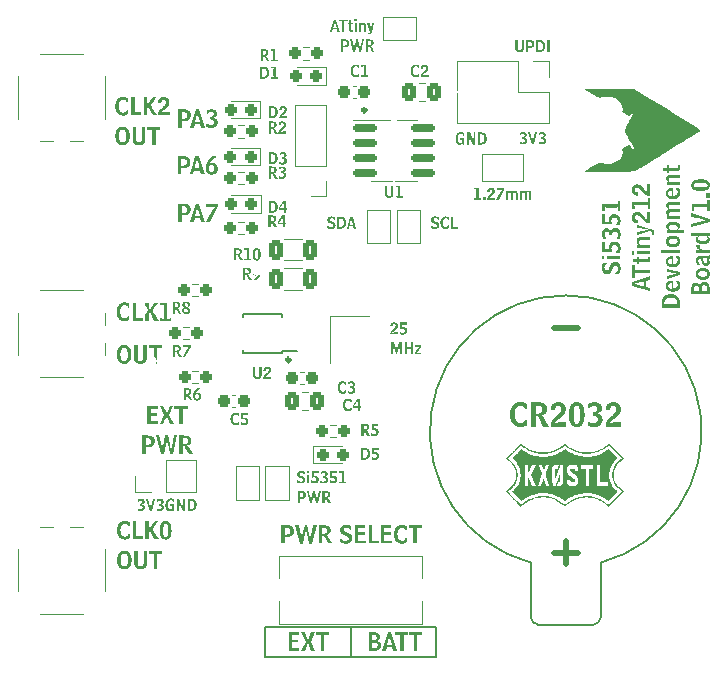
<source format=gto>
G04 #@! TF.GenerationSoftware,KiCad,Pcbnew,7.0.10*
G04 #@! TF.CreationDate,2024-07-16T21:32:39-04:00*
G04 #@! TF.ProjectId,button_transmitter,62757474-6f6e-45f7-9472-616e736d6974,1.0*
G04 #@! TF.SameCoordinates,Original*
G04 #@! TF.FileFunction,Legend,Top*
G04 #@! TF.FilePolarity,Positive*
%FSLAX46Y46*%
G04 Gerber Fmt 4.6, Leading zero omitted, Abs format (unit mm)*
G04 Created by KiCad (PCBNEW 7.0.10) date 2024-07-16 21:32:39*
%MOMM*%
%LPD*%
G01*
G04 APERTURE LIST*
G04 Aperture macros list*
%AMRoundRect*
0 Rectangle with rounded corners*
0 $1 Rounding radius*
0 $2 $3 $4 $5 $6 $7 $8 $9 X,Y pos of 4 corners*
0 Add a 4 corners polygon primitive as box body*
4,1,4,$2,$3,$4,$5,$6,$7,$8,$9,$2,$3,0*
0 Add four circle primitives for the rounded corners*
1,1,$1+$1,$2,$3*
1,1,$1+$1,$4,$5*
1,1,$1+$1,$6,$7*
1,1,$1+$1,$8,$9*
0 Add four rect primitives between the rounded corners*
20,1,$1+$1,$2,$3,$4,$5,0*
20,1,$1+$1,$4,$5,$6,$7,0*
20,1,$1+$1,$6,$7,$8,$9,0*
20,1,$1+$1,$8,$9,$2,$3,0*%
%AMFreePoly0*
4,1,6,1.000000,0.000000,0.500000,-0.750000,-0.500000,-0.750000,-0.500000,0.750000,0.500000,0.750000,1.000000,0.000000,1.000000,0.000000,$1*%
%AMFreePoly1*
4,1,6,0.500000,-0.750000,-0.650000,-0.750000,-0.150000,0.000000,-0.650000,0.750000,0.500000,0.750000,0.500000,-0.750000,0.500000,-0.750000,$1*%
G04 Aperture macros list end*
%ADD10C,0.300050*%
%ADD11C,0.200000*%
%ADD12C,0.150000*%
%ADD13C,0.127000*%
%ADD14C,0.500000*%
%ADD15C,0.120000*%
%ADD16C,0.100000*%
%ADD17C,0.000100*%
%ADD18C,2.484000*%
%ADD19R,1.700000X1.700000*%
%ADD20O,1.700000X1.700000*%
%ADD21FreePoly0,90.000000*%
%ADD22FreePoly1,90.000000*%
%ADD23C,1.524000*%
%ADD24C,2.000000*%
%ADD25R,0.635000X0.635000*%
%ADD26C,0.635000*%
%ADD27FreePoly0,270.000000*%
%ADD28FreePoly1,270.000000*%
%ADD29C,6.400000*%
%ADD30C,2.050000*%
%ADD31C,2.250000*%
%ADD32RoundRect,0.237500X0.287500X0.237500X-0.287500X0.237500X-0.287500X-0.237500X0.287500X-0.237500X0*%
%ADD33RoundRect,0.237500X0.250000X0.237500X-0.250000X0.237500X-0.250000X-0.237500X0.250000X-0.237500X0*%
%ADD34RoundRect,0.237500X-0.300000X-0.237500X0.300000X-0.237500X0.300000X0.237500X-0.300000X0.237500X0*%
%ADD35RoundRect,0.150000X-0.825000X-0.150000X0.825000X-0.150000X0.825000X0.150000X-0.825000X0.150000X0*%
%ADD36RoundRect,0.250000X-0.337500X-0.475000X0.337500X-0.475000X0.337500X0.475000X-0.337500X0.475000X0*%
%ADD37RoundRect,0.237500X-0.250000X-0.237500X0.250000X-0.237500X0.250000X0.237500X-0.250000X0.237500X0*%
%ADD38FreePoly0,180.000000*%
%ADD39FreePoly1,180.000000*%
%ADD40RoundRect,0.237500X0.300000X0.237500X-0.300000X0.237500X-0.300000X-0.237500X0.300000X-0.237500X0*%
%ADD41RoundRect,0.237500X-0.287500X-0.237500X0.287500X-0.237500X0.287500X0.237500X-0.287500X0.237500X0*%
%ADD42RoundRect,0.250000X0.312500X0.625000X-0.312500X0.625000X-0.312500X-0.625000X0.312500X-0.625000X0*%
%ADD43R,1.400000X0.300000*%
%ADD44R,1.200000X1.400000*%
%ADD45C,0.800000*%
G04 APERTURE END LIST*
D10*
X100130025Y-87160000D02*
G75*
G03*
X99829975Y-87160000I-150025J0D01*
G01*
X99829975Y-87160000D02*
G75*
G03*
X100130025Y-87160000I150025J0D01*
G01*
D11*
X91600000Y-130910000D02*
X106060000Y-130910000D01*
X106060000Y-133450000D01*
X91600000Y-133450000D01*
X91600000Y-130910000D01*
D10*
X93700025Y-108320000D02*
G75*
G03*
X93399975Y-108320000I-150025J0D01*
G01*
X93399975Y-108320000D02*
G75*
G03*
X93700025Y-108320000I150025J0D01*
G01*
D11*
X98840000Y-130950000D02*
X98840000Y-133430000D01*
D12*
G36*
X84706097Y-87095558D02*
G01*
X84747702Y-87097290D01*
X84787434Y-87100153D01*
X84825326Y-87104127D01*
X84861414Y-87109193D01*
X84895732Y-87115332D01*
X84928314Y-87122523D01*
X84959196Y-87130748D01*
X84988411Y-87139986D01*
X85015994Y-87150219D01*
X85041980Y-87161426D01*
X85066404Y-87173589D01*
X85089299Y-87186687D01*
X85110701Y-87200702D01*
X85130643Y-87215613D01*
X85149161Y-87231401D01*
X85166289Y-87248046D01*
X85182062Y-87265530D01*
X85196514Y-87283833D01*
X85209679Y-87302934D01*
X85221593Y-87322815D01*
X85232290Y-87343456D01*
X85241803Y-87364837D01*
X85250169Y-87386940D01*
X85257421Y-87409743D01*
X85263594Y-87433229D01*
X85268723Y-87457377D01*
X85272841Y-87482168D01*
X85275985Y-87507582D01*
X85278187Y-87533600D01*
X85279483Y-87560202D01*
X85279908Y-87587369D01*
X85279420Y-87613997D01*
X85277953Y-87640213D01*
X85275499Y-87665987D01*
X85272050Y-87691292D01*
X85267600Y-87716099D01*
X85262140Y-87740380D01*
X85255665Y-87764106D01*
X85248166Y-87787250D01*
X85239635Y-87809782D01*
X85230067Y-87831675D01*
X85219453Y-87852899D01*
X85207786Y-87873428D01*
X85195059Y-87893231D01*
X85181264Y-87912281D01*
X85166395Y-87930550D01*
X85150444Y-87948009D01*
X85133403Y-87964630D01*
X85115265Y-87980384D01*
X85096023Y-87995243D01*
X85075670Y-88009178D01*
X85054198Y-88022162D01*
X85031601Y-88034166D01*
X85007870Y-88045161D01*
X84982998Y-88055119D01*
X84956978Y-88064012D01*
X84929803Y-88071811D01*
X84901466Y-88078489D01*
X84871959Y-88084016D01*
X84841274Y-88088364D01*
X84809405Y-88091504D01*
X84776345Y-88093410D01*
X84742085Y-88094051D01*
X84519702Y-88094051D01*
X84519702Y-88642499D01*
X84227709Y-88642499D01*
X84227709Y-87345203D01*
X84519702Y-87345203D01*
X84519702Y-87890353D01*
X84525176Y-87890675D01*
X84541363Y-87891412D01*
X84557241Y-87891858D01*
X84572867Y-87892088D01*
X84588301Y-87892172D01*
X84603599Y-87892184D01*
X84627408Y-87891933D01*
X84650410Y-87891176D01*
X84672606Y-87889907D01*
X84694002Y-87888121D01*
X84714599Y-87885811D01*
X84734403Y-87882971D01*
X84753415Y-87879597D01*
X84771640Y-87875681D01*
X84789081Y-87871218D01*
X84805741Y-87866203D01*
X84821624Y-87860629D01*
X84836733Y-87854491D01*
X84851072Y-87847783D01*
X84864644Y-87840498D01*
X84877452Y-87832632D01*
X84900792Y-87815131D01*
X84921119Y-87795231D01*
X84938460Y-87772888D01*
X84952842Y-87748054D01*
X84958932Y-87734688D01*
X84964293Y-87720682D01*
X84968929Y-87706030D01*
X84972841Y-87690726D01*
X84976035Y-87674764D01*
X84978513Y-87658138D01*
X84980279Y-87640843D01*
X84981336Y-87622873D01*
X84981687Y-87604222D01*
X84981118Y-87585133D01*
X84979301Y-87564902D01*
X84976070Y-87543858D01*
X84971257Y-87522328D01*
X84964697Y-87500639D01*
X84956223Y-87479119D01*
X84945669Y-87458094D01*
X84932869Y-87437893D01*
X84917656Y-87418842D01*
X84899863Y-87401269D01*
X84879325Y-87385502D01*
X84855875Y-87371867D01*
X84829347Y-87360692D01*
X84814876Y-87356130D01*
X84799574Y-87352305D01*
X84783419Y-87349259D01*
X84766390Y-87347033D01*
X84748467Y-87345667D01*
X84729628Y-87345203D01*
X84519702Y-87345203D01*
X84227709Y-87345203D01*
X84227709Y-87094976D01*
X84662584Y-87094976D01*
X84706097Y-87095558D01*
G37*
G36*
X86472423Y-88642499D02*
G01*
X86151122Y-88642499D01*
X86079681Y-88314236D01*
X85603041Y-88314236D01*
X85533432Y-88642499D01*
X85248034Y-88642499D01*
X85393582Y-88133985D01*
X85626122Y-88133985D01*
X86065026Y-88133985D01*
X86062078Y-88128186D01*
X86053327Y-88108979D01*
X86047598Y-88094889D01*
X86041980Y-88079981D01*
X86036494Y-88064432D01*
X86031165Y-88048423D01*
X86026013Y-88032133D01*
X86021062Y-88015741D01*
X86016335Y-87999426D01*
X86011853Y-87983368D01*
X86007640Y-87967745D01*
X86003717Y-87952738D01*
X86000108Y-87938524D01*
X85995332Y-87919086D01*
X85991387Y-87902443D01*
X85894667Y-87459875D01*
X85890812Y-87442247D01*
X85886979Y-87423404D01*
X85884152Y-87408446D01*
X85881391Y-87392759D01*
X85878722Y-87376321D01*
X85876166Y-87359114D01*
X85873748Y-87341117D01*
X85871492Y-87322310D01*
X85869420Y-87302674D01*
X85867556Y-87282188D01*
X85823226Y-87282188D01*
X85822824Y-87288553D01*
X85821340Y-87307359D01*
X85819479Y-87325723D01*
X85817292Y-87343633D01*
X85814830Y-87361076D01*
X85812143Y-87378038D01*
X85809283Y-87394508D01*
X85806299Y-87410472D01*
X85803243Y-87425919D01*
X85800165Y-87440834D01*
X85796115Y-87459875D01*
X85690968Y-87935415D01*
X85688147Y-87948533D01*
X85683634Y-87967956D01*
X85678775Y-87987101D01*
X85673559Y-88006001D01*
X85667974Y-88024684D01*
X85662010Y-88043183D01*
X85655656Y-88061528D01*
X85648901Y-88079750D01*
X85641734Y-88097880D01*
X85634145Y-88115948D01*
X85626122Y-88133985D01*
X85393582Y-88133985D01*
X85690968Y-87094976D01*
X86014468Y-87094976D01*
X86472423Y-88642499D01*
G37*
G36*
X86612008Y-88322296D02*
G01*
X86612008Y-88592673D01*
X86637898Y-88602492D01*
X86663522Y-88611494D01*
X86688912Y-88619706D01*
X86714103Y-88627151D01*
X86739130Y-88633856D01*
X86764024Y-88639846D01*
X86788821Y-88645145D01*
X86813554Y-88649780D01*
X86838257Y-88653775D01*
X86862964Y-88657155D01*
X86887708Y-88659946D01*
X86912524Y-88662173D01*
X86937445Y-88663862D01*
X86962505Y-88665036D01*
X86987738Y-88665723D01*
X87013177Y-88665946D01*
X87044683Y-88665383D01*
X87075375Y-88663710D01*
X87105243Y-88660944D01*
X87134272Y-88657107D01*
X87162453Y-88652218D01*
X87189771Y-88646297D01*
X87216214Y-88639364D01*
X87241771Y-88631439D01*
X87266429Y-88622541D01*
X87290176Y-88612691D01*
X87312999Y-88601907D01*
X87334887Y-88590211D01*
X87355827Y-88577622D01*
X87375806Y-88564160D01*
X87394813Y-88549845D01*
X87412835Y-88534696D01*
X87429859Y-88518733D01*
X87445875Y-88501977D01*
X87460868Y-88484447D01*
X87474828Y-88466163D01*
X87487742Y-88447145D01*
X87499597Y-88427412D01*
X87510381Y-88406985D01*
X87520082Y-88385883D01*
X87528688Y-88364127D01*
X87536186Y-88341736D01*
X87542564Y-88318729D01*
X87547810Y-88295128D01*
X87551912Y-88270951D01*
X87554857Y-88246219D01*
X87556633Y-88220951D01*
X87557228Y-88195168D01*
X87556931Y-88175813D01*
X87556039Y-88157038D01*
X87554550Y-88138839D01*
X87552459Y-88121214D01*
X87549766Y-88104157D01*
X87546467Y-88087665D01*
X87542559Y-88071734D01*
X87538040Y-88056361D01*
X87532906Y-88041542D01*
X87527157Y-88027273D01*
X87520788Y-88013551D01*
X87513797Y-88000371D01*
X87506181Y-87987729D01*
X87493580Y-87969770D01*
X87479559Y-87953001D01*
X87469374Y-87941864D01*
X87458599Y-87931257D01*
X87447227Y-87921180D01*
X87435251Y-87911630D01*
X87422667Y-87902607D01*
X87409466Y-87894107D01*
X87395642Y-87886130D01*
X87381190Y-87878675D01*
X87366102Y-87871739D01*
X87350372Y-87865320D01*
X87333994Y-87859418D01*
X87316962Y-87854031D01*
X87299268Y-87849157D01*
X87280906Y-87844794D01*
X87261871Y-87840941D01*
X87242155Y-87837596D01*
X87242155Y-87789236D01*
X87258653Y-87785625D01*
X87274692Y-87781527D01*
X87290268Y-87776952D01*
X87305376Y-87771908D01*
X87320012Y-87766401D01*
X87334172Y-87760440D01*
X87347851Y-87754034D01*
X87361046Y-87747190D01*
X87385964Y-87732220D01*
X87408893Y-87715595D01*
X87429798Y-87697378D01*
X87448647Y-87677632D01*
X87465404Y-87656423D01*
X87480037Y-87633814D01*
X87492512Y-87609868D01*
X87502794Y-87584650D01*
X87510850Y-87558224D01*
X87516647Y-87530652D01*
X87520149Y-87502000D01*
X87521030Y-87487289D01*
X87521324Y-87472331D01*
X87520809Y-87451360D01*
X87519271Y-87430842D01*
X87516719Y-87410789D01*
X87513161Y-87391216D01*
X87508607Y-87372138D01*
X87503067Y-87353567D01*
X87496548Y-87335518D01*
X87489061Y-87318006D01*
X87480615Y-87301043D01*
X87471217Y-87284645D01*
X87460879Y-87268825D01*
X87449608Y-87253597D01*
X87437415Y-87238975D01*
X87424307Y-87224973D01*
X87410295Y-87211605D01*
X87395386Y-87198886D01*
X87379592Y-87186829D01*
X87362920Y-87175448D01*
X87345379Y-87164757D01*
X87326979Y-87154771D01*
X87307730Y-87145503D01*
X87287639Y-87136968D01*
X87266716Y-87129179D01*
X87244971Y-87122150D01*
X87222412Y-87115895D01*
X87199049Y-87110429D01*
X87174890Y-87105766D01*
X87149945Y-87101919D01*
X87124223Y-87098902D01*
X87097733Y-87096730D01*
X87070485Y-87095417D01*
X87042486Y-87094976D01*
X87017434Y-87095368D01*
X86992540Y-87096531D01*
X86967773Y-87098446D01*
X86943104Y-87101095D01*
X86918501Y-87104459D01*
X86893935Y-87108519D01*
X86869373Y-87113256D01*
X86844787Y-87118652D01*
X86820144Y-87124688D01*
X86795416Y-87131344D01*
X86770570Y-87138602D01*
X86745576Y-87146444D01*
X86720405Y-87154851D01*
X86695025Y-87163803D01*
X86669405Y-87173282D01*
X86643515Y-87183270D01*
X86643515Y-87457310D01*
X86746464Y-87457310D01*
X86761539Y-87440819D01*
X86776821Y-87425415D01*
X86792319Y-87411095D01*
X86808042Y-87397856D01*
X86823998Y-87385695D01*
X86840198Y-87374608D01*
X86856650Y-87364592D01*
X86873363Y-87355644D01*
X86890347Y-87347761D01*
X86907610Y-87340939D01*
X86925162Y-87335176D01*
X86943012Y-87330468D01*
X86961169Y-87326812D01*
X86979642Y-87324204D01*
X86998441Y-87322642D01*
X87017573Y-87322122D01*
X87040770Y-87323074D01*
X87063045Y-87325878D01*
X87084321Y-87330453D01*
X87104516Y-87336719D01*
X87123552Y-87344595D01*
X87141350Y-87354000D01*
X87157830Y-87364854D01*
X87172912Y-87377076D01*
X87186517Y-87390587D01*
X87198566Y-87405305D01*
X87208979Y-87421150D01*
X87217677Y-87438042D01*
X87224580Y-87455899D01*
X87229609Y-87474642D01*
X87232685Y-87494190D01*
X87233728Y-87514463D01*
X87232522Y-87538339D01*
X87228903Y-87560787D01*
X87222870Y-87581811D01*
X87214425Y-87601417D01*
X87203568Y-87619611D01*
X87190297Y-87636398D01*
X87174613Y-87651783D01*
X87156517Y-87665771D01*
X87136008Y-87678369D01*
X87113086Y-87689581D01*
X87087751Y-87699412D01*
X87060003Y-87707869D01*
X87045224Y-87711583D01*
X87029842Y-87714956D01*
X87013857Y-87717988D01*
X86997269Y-87720679D01*
X86980077Y-87723030D01*
X86962282Y-87725043D01*
X86943884Y-87726717D01*
X86924883Y-87728053D01*
X86924883Y-87955199D01*
X86945639Y-87955794D01*
X86965730Y-87956823D01*
X86985157Y-87958289D01*
X87003919Y-87960191D01*
X87022017Y-87962531D01*
X87039452Y-87965310D01*
X87056224Y-87968529D01*
X87072333Y-87972189D01*
X87087780Y-87976292D01*
X87102565Y-87980837D01*
X87116689Y-87985828D01*
X87142954Y-87997145D01*
X87166577Y-88010253D01*
X87187563Y-88025160D01*
X87205915Y-88041874D01*
X87221635Y-88060405D01*
X87234727Y-88080760D01*
X87245194Y-88102948D01*
X87253040Y-88126978D01*
X87258267Y-88152859D01*
X87260879Y-88180598D01*
X87261206Y-88195168D01*
X87260008Y-88219407D01*
X87256449Y-88242868D01*
X87250582Y-88265443D01*
X87242458Y-88287022D01*
X87232129Y-88307498D01*
X87219648Y-88326763D01*
X87205067Y-88344707D01*
X87188436Y-88361222D01*
X87169810Y-88376201D01*
X87149239Y-88389534D01*
X87126776Y-88401113D01*
X87102473Y-88410830D01*
X87076381Y-88418577D01*
X87048553Y-88424244D01*
X87034005Y-88426264D01*
X87019042Y-88427724D01*
X87003670Y-88428610D01*
X86987898Y-88428908D01*
X86964553Y-88428387D01*
X86941825Y-88426852D01*
X86919779Y-88424344D01*
X86898482Y-88420905D01*
X86878001Y-88416578D01*
X86858402Y-88411404D01*
X86839752Y-88405425D01*
X86822118Y-88398683D01*
X86805565Y-88391220D01*
X86790161Y-88383077D01*
X86775972Y-88374296D01*
X86763065Y-88364920D01*
X86751505Y-88354990D01*
X86736839Y-88339149D01*
X86725581Y-88322296D01*
X86612008Y-88322296D01*
G37*
G36*
X109660586Y-93748949D02*
G01*
X109268332Y-93748949D01*
X109268332Y-93886214D01*
X109356748Y-93886214D01*
X109370634Y-93886174D01*
X109383269Y-93886027D01*
X109394804Y-93885728D01*
X109405391Y-93885235D01*
X109415183Y-93884503D01*
X109427265Y-93883082D01*
X109438564Y-93881056D01*
X109449441Y-93878324D01*
X109460257Y-93874782D01*
X109462993Y-93873757D01*
X109474228Y-93886214D01*
X109470520Y-93897045D01*
X109468351Y-93906942D01*
X109466644Y-93918135D01*
X109465345Y-93930425D01*
X109464398Y-93943611D01*
X109463747Y-93957492D01*
X109463336Y-93971868D01*
X109463111Y-93986539D01*
X109463036Y-93996385D01*
X109463002Y-94006213D01*
X109462993Y-94020792D01*
X109462993Y-94418663D01*
X109462994Y-94432827D01*
X109462996Y-94446253D01*
X109463002Y-94458968D01*
X109463015Y-94470994D01*
X109463036Y-94482357D01*
X109463067Y-94493082D01*
X109463111Y-94503192D01*
X109463243Y-94521667D01*
X109463450Y-94537979D01*
X109463747Y-94552324D01*
X109464150Y-94564898D01*
X109464678Y-94575897D01*
X109465736Y-94589872D01*
X109467165Y-94601405D01*
X109469020Y-94611160D01*
X109472251Y-94622543D01*
X109474228Y-94627979D01*
X109462993Y-94641901D01*
X109453374Y-94638341D01*
X109439287Y-94635447D01*
X109427872Y-94633853D01*
X109415159Y-94632503D01*
X109401423Y-94631378D01*
X109386939Y-94630457D01*
X109371982Y-94629719D01*
X109356828Y-94629145D01*
X109341752Y-94628713D01*
X109327028Y-94628404D01*
X109312933Y-94628197D01*
X109299740Y-94628071D01*
X109287726Y-94628006D01*
X109277164Y-94627983D01*
X109268332Y-94627979D01*
X109268332Y-94765000D01*
X109852316Y-94765000D01*
X109852316Y-94627979D01*
X109837142Y-94627991D01*
X109825307Y-94628032D01*
X109812387Y-94628125D01*
X109798630Y-94628289D01*
X109784284Y-94628545D01*
X109769598Y-94628913D01*
X109754821Y-94629413D01*
X109740199Y-94630067D01*
X109725983Y-94630893D01*
X109712419Y-94631914D01*
X109699757Y-94633149D01*
X109688244Y-94634618D01*
X109678128Y-94636342D01*
X109666120Y-94639451D01*
X109660586Y-94641901D01*
X109650572Y-94627979D01*
X109653036Y-94615952D01*
X109654637Y-94606184D01*
X109656033Y-94595790D01*
X109657230Y-94584783D01*
X109658235Y-94573177D01*
X109659053Y-94560985D01*
X109659690Y-94548221D01*
X109660152Y-94534897D01*
X109660446Y-94521026D01*
X109660577Y-94506623D01*
X109660586Y-94501706D01*
X109660586Y-93748949D01*
G37*
G36*
X110019623Y-94536877D02*
G01*
X110019623Y-94765000D01*
X110251898Y-94765000D01*
X110251898Y-94536877D01*
X110019623Y-94536877D01*
G37*
G36*
X110577718Y-94073548D02*
G01*
X110578103Y-94062008D01*
X110578708Y-94050833D01*
X110579535Y-94040026D01*
X110580583Y-94029584D01*
X110581853Y-94019509D01*
X110583345Y-94009801D01*
X110586995Y-93991482D01*
X110591537Y-93974630D01*
X110596973Y-93959242D01*
X110603306Y-93945321D01*
X110610538Y-93932864D01*
X110618671Y-93921873D01*
X110627709Y-93912348D01*
X110637653Y-93904288D01*
X110648506Y-93897693D01*
X110660271Y-93892564D01*
X110672950Y-93888900D01*
X110686545Y-93886702D01*
X110701060Y-93885969D01*
X110716127Y-93886599D01*
X110730356Y-93888465D01*
X110743729Y-93891532D01*
X110756229Y-93895766D01*
X110767835Y-93901132D01*
X110778529Y-93907595D01*
X110788293Y-93915121D01*
X110797109Y-93923674D01*
X110804957Y-93933221D01*
X110811819Y-93943727D01*
X110817676Y-93955156D01*
X110822510Y-93967474D01*
X110826302Y-93980647D01*
X110829034Y-93994639D01*
X110830687Y-94009416D01*
X110831242Y-94024944D01*
X110831009Y-94035522D01*
X110830317Y-94045923D01*
X110829173Y-94056157D01*
X110827586Y-94066235D01*
X110825563Y-94076165D01*
X110823114Y-94085960D01*
X110820247Y-94095629D01*
X110816969Y-94105181D01*
X110813289Y-94114628D01*
X110809214Y-94123980D01*
X110804755Y-94133247D01*
X110799918Y-94142439D01*
X110794711Y-94151567D01*
X110789144Y-94160640D01*
X110783223Y-94169669D01*
X110776959Y-94178664D01*
X110770358Y-94187636D01*
X110763428Y-94196594D01*
X110756180Y-94205549D01*
X110748619Y-94214511D01*
X110740755Y-94223490D01*
X110732596Y-94232498D01*
X110724150Y-94241542D01*
X110715425Y-94250636D01*
X110706429Y-94259787D01*
X110697172Y-94269007D01*
X110687660Y-94278305D01*
X110677903Y-94287693D01*
X110667908Y-94297180D01*
X110657684Y-94306777D01*
X110647238Y-94316493D01*
X110636580Y-94326339D01*
X110623298Y-94338284D01*
X110610250Y-94349953D01*
X110597448Y-94361370D01*
X110584905Y-94372559D01*
X110572633Y-94383544D01*
X110560644Y-94394349D01*
X110548951Y-94404997D01*
X110537566Y-94415511D01*
X110526501Y-94425916D01*
X110515769Y-94436235D01*
X110505381Y-94446492D01*
X110495351Y-94456711D01*
X110485690Y-94466915D01*
X110476411Y-94477128D01*
X110467525Y-94487373D01*
X110459046Y-94497676D01*
X110450986Y-94508058D01*
X110443356Y-94518544D01*
X110436170Y-94529158D01*
X110429439Y-94539923D01*
X110423176Y-94550863D01*
X110417393Y-94562002D01*
X110412102Y-94573363D01*
X110407316Y-94584970D01*
X110403047Y-94596846D01*
X110399308Y-94609017D01*
X110396110Y-94621504D01*
X110393465Y-94634332D01*
X110391387Y-94647525D01*
X110389888Y-94661106D01*
X110388979Y-94675100D01*
X110388674Y-94689528D01*
X110388674Y-94765000D01*
X111049595Y-94765000D01*
X111049595Y-94587191D01*
X110814389Y-94587191D01*
X110804596Y-94587201D01*
X110785321Y-94587307D01*
X110766441Y-94587586D01*
X110747933Y-94588107D01*
X110729774Y-94588940D01*
X110711941Y-94590154D01*
X110694412Y-94591819D01*
X110677163Y-94594003D01*
X110660172Y-94596777D01*
X110643416Y-94600209D01*
X110626871Y-94604369D01*
X110610516Y-94609327D01*
X110594326Y-94615151D01*
X110578279Y-94621912D01*
X110562353Y-94629679D01*
X110546524Y-94638521D01*
X110538639Y-94643367D01*
X110517634Y-94619431D01*
X110526973Y-94611624D01*
X110536350Y-94603865D01*
X110545762Y-94596149D01*
X110555208Y-94588474D01*
X110564685Y-94580837D01*
X110574191Y-94573235D01*
X110583723Y-94565664D01*
X110593280Y-94558122D01*
X110602860Y-94550605D01*
X110612459Y-94543111D01*
X110622075Y-94535635D01*
X110631708Y-94528176D01*
X110641353Y-94520730D01*
X110651010Y-94513294D01*
X110660675Y-94505864D01*
X110670347Y-94498439D01*
X110680023Y-94491014D01*
X110689701Y-94483587D01*
X110699379Y-94476154D01*
X110709054Y-94468713D01*
X110718725Y-94461261D01*
X110728389Y-94453793D01*
X110738044Y-94446308D01*
X110747688Y-94438802D01*
X110757318Y-94431272D01*
X110766932Y-94423714D01*
X110776528Y-94416127D01*
X110786103Y-94408507D01*
X110795657Y-94400850D01*
X110805185Y-94393153D01*
X110814686Y-94385415D01*
X110824159Y-94377630D01*
X110836464Y-94367372D01*
X110848421Y-94357154D01*
X110860026Y-94346968D01*
X110871276Y-94336806D01*
X110882169Y-94326658D01*
X110892702Y-94316517D01*
X110902873Y-94306374D01*
X110912678Y-94296221D01*
X110922114Y-94286050D01*
X110931180Y-94275851D01*
X110939873Y-94265617D01*
X110948189Y-94255339D01*
X110956126Y-94245009D01*
X110963681Y-94234618D01*
X110970851Y-94224159D01*
X110977635Y-94213621D01*
X110984028Y-94202998D01*
X110990029Y-94192281D01*
X110995634Y-94181461D01*
X111000841Y-94170530D01*
X111005647Y-94159479D01*
X111010050Y-94148300D01*
X111014046Y-94136986D01*
X111017633Y-94125526D01*
X111020809Y-94113913D01*
X111023569Y-94102139D01*
X111025913Y-94090195D01*
X111027837Y-94078072D01*
X111029338Y-94065763D01*
X111030413Y-94053258D01*
X111031060Y-94040550D01*
X111031277Y-94027630D01*
X111030933Y-94012238D01*
X111029909Y-93997076D01*
X111028209Y-93982161D01*
X111025840Y-93967510D01*
X111022810Y-93953140D01*
X111019124Y-93939068D01*
X111014790Y-93925311D01*
X111009814Y-93911886D01*
X111004202Y-93898810D01*
X110997961Y-93886099D01*
X110991099Y-93873771D01*
X110983621Y-93861843D01*
X110975533Y-93850332D01*
X110966844Y-93839254D01*
X110957559Y-93828627D01*
X110947684Y-93818467D01*
X110937228Y-93808791D01*
X110926195Y-93799617D01*
X110914593Y-93790962D01*
X110902429Y-93782841D01*
X110889709Y-93775273D01*
X110876439Y-93768274D01*
X110862626Y-93761861D01*
X110848278Y-93756051D01*
X110833399Y-93750862D01*
X110817998Y-93746309D01*
X110802081Y-93742410D01*
X110785654Y-93739182D01*
X110768724Y-93736642D01*
X110751298Y-93734806D01*
X110733381Y-93733693D01*
X110714982Y-93733318D01*
X110694942Y-93733655D01*
X110675535Y-93734665D01*
X110656761Y-93736347D01*
X110638620Y-93738701D01*
X110621113Y-93741725D01*
X110604239Y-93745418D01*
X110588000Y-93749781D01*
X110572394Y-93754811D01*
X110557423Y-93760508D01*
X110543086Y-93766871D01*
X110529384Y-93773900D01*
X110516317Y-93781592D01*
X110503885Y-93789948D01*
X110492089Y-93798966D01*
X110480928Y-93808646D01*
X110470403Y-93818986D01*
X110460515Y-93829986D01*
X110451263Y-93841645D01*
X110442647Y-93853962D01*
X110434668Y-93866936D01*
X110427326Y-93880566D01*
X110420622Y-93894851D01*
X110414555Y-93909791D01*
X110409125Y-93925384D01*
X110404334Y-93941630D01*
X110400180Y-93958528D01*
X110396665Y-93976076D01*
X110393789Y-93994274D01*
X110391551Y-94013121D01*
X110389953Y-94032617D01*
X110388993Y-94052759D01*
X110388674Y-94073548D01*
X110577718Y-94073548D01*
G37*
G36*
X111169274Y-93924071D02*
G01*
X111488499Y-93924071D01*
X111501705Y-93924049D01*
X111515372Y-93923896D01*
X111529522Y-93923479D01*
X111544179Y-93922667D01*
X111554244Y-93921842D01*
X111564550Y-93920744D01*
X111575106Y-93919333D01*
X111585917Y-93917572D01*
X111596991Y-93915420D01*
X111608335Y-93912840D01*
X111619954Y-93909792D01*
X111631857Y-93906236D01*
X111644049Y-93902135D01*
X111656538Y-93897449D01*
X111667529Y-93924071D01*
X111658789Y-93932860D01*
X111650340Y-93941546D01*
X111642187Y-93950122D01*
X111634335Y-93958582D01*
X111626790Y-93966921D01*
X111619555Y-93975132D01*
X111612638Y-93983209D01*
X111606041Y-93991147D01*
X111599771Y-93998938D01*
X111590988Y-94010338D01*
X111582968Y-94021375D01*
X111575727Y-94032030D01*
X111569282Y-94042280D01*
X111565436Y-94048879D01*
X111156573Y-94765000D01*
X111383475Y-94765000D01*
X111837034Y-93897449D01*
X111837034Y-93748949D01*
X111169274Y-93748949D01*
X111169274Y-93924071D01*
G37*
G36*
X111972100Y-94014685D02*
G01*
X111972100Y-94765000D01*
X112146978Y-94765000D01*
X112146978Y-94203485D01*
X112152572Y-94190721D01*
X112159064Y-94179218D01*
X112166478Y-94168974D01*
X112174837Y-94159989D01*
X112184164Y-94152262D01*
X112194481Y-94145791D01*
X112205811Y-94140575D01*
X112218178Y-94136612D01*
X112231605Y-94133902D01*
X112246114Y-94132444D01*
X112256399Y-94132166D01*
X112274427Y-94132981D01*
X112290821Y-94135411D01*
X112305644Y-94139432D01*
X112318963Y-94145023D01*
X112330842Y-94152162D01*
X112341347Y-94160824D01*
X112350542Y-94170989D01*
X112358492Y-94182633D01*
X112365264Y-94195734D01*
X112370921Y-94210269D01*
X112375529Y-94226216D01*
X112379154Y-94243552D01*
X112381859Y-94262255D01*
X112382888Y-94272112D01*
X112383711Y-94282303D01*
X112384337Y-94292823D01*
X112384775Y-94303671D01*
X112385031Y-94314844D01*
X112385115Y-94326339D01*
X112385115Y-94765000D01*
X112553154Y-94765000D01*
X112553154Y-94206172D01*
X112557015Y-94197049D01*
X112563547Y-94184526D01*
X112570968Y-94173382D01*
X112579278Y-94163604D01*
X112588476Y-94155176D01*
X112598564Y-94148085D01*
X112609539Y-94142316D01*
X112621404Y-94137854D01*
X112634157Y-94134684D01*
X112647800Y-94132793D01*
X112662330Y-94132166D01*
X112679473Y-94132695D01*
X112695210Y-94134371D01*
X112709581Y-94137326D01*
X112722628Y-94141696D01*
X112734393Y-94147612D01*
X112744917Y-94155209D01*
X112754242Y-94164619D01*
X112762409Y-94175977D01*
X112769460Y-94189416D01*
X112775436Y-94205069D01*
X112780379Y-94223070D01*
X112782475Y-94232993D01*
X112784330Y-94243552D01*
X112785946Y-94254766D01*
X112787330Y-94266649D01*
X112788487Y-94279220D01*
X112789422Y-94292494D01*
X112790141Y-94306489D01*
X112790647Y-94321220D01*
X112790947Y-94336706D01*
X112791046Y-94352962D01*
X112791046Y-94765000D01*
X112966168Y-94765000D01*
X112966168Y-94364197D01*
X112966147Y-94347629D01*
X112966067Y-94331443D01*
X112965904Y-94315630D01*
X112965634Y-94300182D01*
X112965232Y-94285093D01*
X112964674Y-94270353D01*
X112963936Y-94255956D01*
X112962993Y-94241892D01*
X112961821Y-94228155D01*
X112960396Y-94214737D01*
X112958693Y-94201628D01*
X112956689Y-94188823D01*
X112954358Y-94176312D01*
X112951676Y-94164089D01*
X112948619Y-94152144D01*
X112945164Y-94140471D01*
X112939396Y-94124352D01*
X112932647Y-94109079D01*
X112924951Y-94094678D01*
X112916339Y-94081177D01*
X112906844Y-94068601D01*
X112896499Y-94056978D01*
X112885335Y-94046335D01*
X112873387Y-94036698D01*
X112860685Y-94028094D01*
X112847264Y-94020551D01*
X112833154Y-94014094D01*
X112818390Y-94008751D01*
X112803003Y-94004549D01*
X112787026Y-94001514D01*
X112770492Y-93999673D01*
X112753433Y-93999054D01*
X112736542Y-93999408D01*
X112720530Y-94000501D01*
X112705322Y-94002380D01*
X112690842Y-94005091D01*
X112677012Y-94008681D01*
X112663758Y-94013196D01*
X112651002Y-94018683D01*
X112638669Y-94025188D01*
X112626682Y-94032758D01*
X112614966Y-94041439D01*
X112603443Y-94051277D01*
X112592038Y-94062320D01*
X112580674Y-94074614D01*
X112569276Y-94088205D01*
X112557767Y-94103140D01*
X112551947Y-94111126D01*
X112546071Y-94119466D01*
X112533614Y-94112627D01*
X112523817Y-94098190D01*
X112513822Y-94084816D01*
X112503595Y-94072488D01*
X112493104Y-94061187D01*
X112482318Y-94050895D01*
X112471202Y-94041594D01*
X112459725Y-94033265D01*
X112447855Y-94025890D01*
X112435557Y-94019451D01*
X112422801Y-94013930D01*
X112409553Y-94009309D01*
X112395781Y-94005568D01*
X112381453Y-94002691D01*
X112366535Y-94000658D01*
X112350995Y-93999452D01*
X112334801Y-93999054D01*
X112320987Y-93999386D01*
X112307891Y-94000395D01*
X112295442Y-94002098D01*
X112283567Y-94004515D01*
X112272194Y-94007663D01*
X112261252Y-94011560D01*
X112250668Y-94016226D01*
X112240370Y-94021677D01*
X112230288Y-94027932D01*
X112220348Y-94035011D01*
X112210478Y-94042929D01*
X112200608Y-94051707D01*
X112190665Y-94061363D01*
X112180577Y-94071913D01*
X112170272Y-94083378D01*
X112159679Y-94095774D01*
X112146978Y-94090157D01*
X112146978Y-94014685D01*
X111972100Y-94014685D01*
G37*
G36*
X113137627Y-94014685D02*
G01*
X113137627Y-94765000D01*
X113312505Y-94765000D01*
X113312505Y-94203485D01*
X113318098Y-94190721D01*
X113324591Y-94179218D01*
X113332005Y-94168974D01*
X113340364Y-94159989D01*
X113349691Y-94152262D01*
X113360008Y-94145791D01*
X113371338Y-94140575D01*
X113383705Y-94136612D01*
X113397132Y-94133902D01*
X113411640Y-94132444D01*
X113421926Y-94132166D01*
X113439954Y-94132981D01*
X113456348Y-94135411D01*
X113471171Y-94139432D01*
X113484490Y-94145023D01*
X113496369Y-94152162D01*
X113506873Y-94160824D01*
X113516068Y-94170989D01*
X113524019Y-94182633D01*
X113530790Y-94195734D01*
X113536448Y-94210269D01*
X113541056Y-94226216D01*
X113544680Y-94243552D01*
X113547386Y-94262255D01*
X113548415Y-94272112D01*
X113549238Y-94282303D01*
X113549864Y-94292823D01*
X113550302Y-94303671D01*
X113550558Y-94314844D01*
X113550642Y-94326339D01*
X113550642Y-94765000D01*
X113718681Y-94765000D01*
X113718681Y-94206172D01*
X113722542Y-94197049D01*
X113729074Y-94184526D01*
X113736495Y-94173382D01*
X113744805Y-94163604D01*
X113754003Y-94155176D01*
X113764090Y-94148085D01*
X113775066Y-94142316D01*
X113786931Y-94137854D01*
X113799684Y-94134684D01*
X113813326Y-94132793D01*
X113827857Y-94132166D01*
X113845000Y-94132695D01*
X113860736Y-94134371D01*
X113875107Y-94137326D01*
X113888155Y-94141696D01*
X113899920Y-94147612D01*
X113910444Y-94155209D01*
X113919769Y-94164619D01*
X113927936Y-94175977D01*
X113934987Y-94189416D01*
X113940963Y-94205069D01*
X113945905Y-94223070D01*
X113948002Y-94232993D01*
X113949856Y-94243552D01*
X113951473Y-94254766D01*
X113952857Y-94266649D01*
X113954014Y-94279220D01*
X113954949Y-94292494D01*
X113955668Y-94306489D01*
X113956174Y-94321220D01*
X113956474Y-94336706D01*
X113956573Y-94352962D01*
X113956573Y-94765000D01*
X114131695Y-94765000D01*
X114131695Y-94364197D01*
X114131674Y-94347629D01*
X114131594Y-94331443D01*
X114131431Y-94315630D01*
X114131161Y-94300182D01*
X114130759Y-94285093D01*
X114130201Y-94270353D01*
X114129463Y-94255956D01*
X114128520Y-94241892D01*
X114127348Y-94228155D01*
X114125923Y-94214737D01*
X114124220Y-94201628D01*
X114122216Y-94188823D01*
X114119885Y-94176312D01*
X114117203Y-94164089D01*
X114114146Y-94152144D01*
X114110690Y-94140471D01*
X114104923Y-94124352D01*
X114098174Y-94109079D01*
X114090478Y-94094678D01*
X114081866Y-94081177D01*
X114072371Y-94068601D01*
X114062025Y-94056978D01*
X114050862Y-94046335D01*
X114038914Y-94036698D01*
X114026212Y-94028094D01*
X114012790Y-94020551D01*
X113998681Y-94014094D01*
X113983917Y-94008751D01*
X113968530Y-94004549D01*
X113952553Y-94001514D01*
X113936019Y-93999673D01*
X113918960Y-93999054D01*
X113902069Y-93999408D01*
X113886057Y-94000501D01*
X113870849Y-94002380D01*
X113856369Y-94005091D01*
X113842539Y-94008681D01*
X113829285Y-94013196D01*
X113816529Y-94018683D01*
X113804196Y-94025188D01*
X113792209Y-94032758D01*
X113780493Y-94041439D01*
X113768970Y-94051277D01*
X113757565Y-94062320D01*
X113746201Y-94074614D01*
X113734803Y-94088205D01*
X113723294Y-94103140D01*
X113717474Y-94111126D01*
X113711598Y-94119466D01*
X113699141Y-94112627D01*
X113689344Y-94098190D01*
X113679348Y-94084816D01*
X113669122Y-94072488D01*
X113658631Y-94061187D01*
X113647845Y-94050895D01*
X113636729Y-94041594D01*
X113625252Y-94033265D01*
X113613381Y-94025890D01*
X113601084Y-94019451D01*
X113588328Y-94013930D01*
X113575080Y-94009309D01*
X113561308Y-94005568D01*
X113546979Y-94002691D01*
X113532061Y-94000658D01*
X113516522Y-93999452D01*
X113500327Y-93999054D01*
X113486514Y-93999386D01*
X113473418Y-94000395D01*
X113460969Y-94002098D01*
X113449094Y-94004515D01*
X113437721Y-94007663D01*
X113426778Y-94011560D01*
X113416194Y-94016226D01*
X113405897Y-94021677D01*
X113395814Y-94027932D01*
X113385874Y-94035011D01*
X113376005Y-94042929D01*
X113366135Y-94051707D01*
X113356192Y-94061363D01*
X113346104Y-94071913D01*
X113335799Y-94083378D01*
X113325205Y-94095774D01*
X113312505Y-94090157D01*
X113312505Y-94014685D01*
X113137627Y-94014685D01*
G37*
G36*
X81601727Y-112194977D02*
G01*
X81601727Y-113742500D01*
X82507014Y-113742500D01*
X82507014Y-113501065D01*
X81893720Y-113501065D01*
X81893720Y-113039080D01*
X82420918Y-113039080D01*
X82420918Y-112816697D01*
X81893720Y-112816697D01*
X81893720Y-112440807D01*
X82487963Y-112440807D01*
X82487963Y-112194977D01*
X81601727Y-112194977D01*
G37*
G36*
X83039341Y-112967639D02*
G01*
X82667481Y-113742500D01*
X82952879Y-113742500D01*
X83133496Y-113297001D01*
X83139331Y-113282279D01*
X83145020Y-113267513D01*
X83150562Y-113252701D01*
X83155959Y-113237844D01*
X83161210Y-113222940D01*
X83166315Y-113207987D01*
X83171273Y-113192985D01*
X83176086Y-113177932D01*
X83180753Y-113162828D01*
X83185274Y-113147671D01*
X83189649Y-113132461D01*
X83193878Y-113117196D01*
X83197961Y-113101875D01*
X83201898Y-113086497D01*
X83205689Y-113071061D01*
X83209334Y-113055566D01*
X83253298Y-113055566D01*
X83257678Y-113071364D01*
X83262166Y-113087027D01*
X83266768Y-113102570D01*
X83271490Y-113118003D01*
X83276336Y-113133340D01*
X83281312Y-113148592D01*
X83286423Y-113163773D01*
X83291674Y-113178894D01*
X83297072Y-113193968D01*
X83302621Y-113209007D01*
X83308326Y-113224023D01*
X83314194Y-113239029D01*
X83320229Y-113254037D01*
X83326437Y-113269060D01*
X83332823Y-113284110D01*
X83339393Y-113299199D01*
X83534665Y-113742500D01*
X83832886Y-113742500D01*
X83450768Y-112967639D01*
X83812003Y-112194977D01*
X83515981Y-112194977D01*
X83350018Y-112630218D01*
X83343878Y-112645731D01*
X83337262Y-112662629D01*
X83330252Y-112680966D01*
X83322931Y-112700794D01*
X83317919Y-112714866D01*
X83312832Y-112729640D01*
X83307692Y-112745130D01*
X83302526Y-112761354D01*
X83297358Y-112778325D01*
X83292212Y-112796060D01*
X83287114Y-112814575D01*
X83282087Y-112833884D01*
X83277157Y-112854003D01*
X83272348Y-112874949D01*
X83226187Y-112874949D01*
X83222929Y-112859956D01*
X83219480Y-112845062D01*
X83215847Y-112830264D01*
X83212036Y-112815558D01*
X83208053Y-112800939D01*
X83203904Y-112786405D01*
X83199597Y-112771952D01*
X83195137Y-112757575D01*
X83190532Y-112743271D01*
X83185786Y-112729036D01*
X83180908Y-112714867D01*
X83175903Y-112700760D01*
X83170778Y-112686710D01*
X83165539Y-112672715D01*
X83160193Y-112658770D01*
X83154746Y-112644872D01*
X82971930Y-112194977D01*
X82669679Y-112194977D01*
X83039341Y-112967639D01*
G37*
G36*
X84308793Y-112440807D02*
G01*
X84308793Y-113742500D01*
X84602983Y-113742500D01*
X84602983Y-112440807D01*
X85014411Y-112440807D01*
X85014411Y-112194977D01*
X83905792Y-112194977D01*
X83905792Y-112440807D01*
X84308793Y-112440807D01*
G37*
G36*
X81657330Y-114715559D02*
G01*
X81698935Y-114717291D01*
X81738667Y-114720154D01*
X81776559Y-114724128D01*
X81812647Y-114729194D01*
X81846965Y-114735333D01*
X81879547Y-114742524D01*
X81910429Y-114750749D01*
X81939644Y-114759987D01*
X81967227Y-114770220D01*
X81993213Y-114781427D01*
X82017637Y-114793590D01*
X82040532Y-114806688D01*
X82061934Y-114820703D01*
X82081876Y-114835614D01*
X82100394Y-114851402D01*
X82117522Y-114868047D01*
X82133295Y-114885531D01*
X82147747Y-114903834D01*
X82160912Y-114922935D01*
X82172826Y-114942816D01*
X82183523Y-114963457D01*
X82193036Y-114984838D01*
X82201402Y-115006941D01*
X82208654Y-115029744D01*
X82214827Y-115053230D01*
X82219956Y-115077378D01*
X82224074Y-115102169D01*
X82227218Y-115127583D01*
X82229420Y-115153601D01*
X82230716Y-115180203D01*
X82231141Y-115207370D01*
X82230653Y-115233998D01*
X82229186Y-115260214D01*
X82226732Y-115285988D01*
X82223283Y-115311293D01*
X82218833Y-115336100D01*
X82213373Y-115360381D01*
X82206898Y-115384107D01*
X82199399Y-115407251D01*
X82190868Y-115429783D01*
X82181300Y-115451676D01*
X82170686Y-115472900D01*
X82159019Y-115493429D01*
X82146292Y-115513232D01*
X82132497Y-115532282D01*
X82117628Y-115550551D01*
X82101677Y-115568010D01*
X82084636Y-115584631D01*
X82066498Y-115600385D01*
X82047256Y-115615244D01*
X82026903Y-115629179D01*
X82005431Y-115642163D01*
X81982834Y-115654167D01*
X81959103Y-115665162D01*
X81934231Y-115675120D01*
X81908211Y-115684013D01*
X81881036Y-115691812D01*
X81852699Y-115698490D01*
X81823192Y-115704017D01*
X81792507Y-115708365D01*
X81760638Y-115711505D01*
X81727578Y-115713411D01*
X81693318Y-115714052D01*
X81470935Y-115714052D01*
X81470935Y-116262500D01*
X81178942Y-116262500D01*
X81178942Y-114965204D01*
X81470935Y-114965204D01*
X81470935Y-115510354D01*
X81476409Y-115510676D01*
X81492596Y-115511413D01*
X81508474Y-115511859D01*
X81524100Y-115512089D01*
X81539534Y-115512173D01*
X81554832Y-115512185D01*
X81578641Y-115511934D01*
X81601643Y-115511177D01*
X81623839Y-115509908D01*
X81645235Y-115508122D01*
X81665832Y-115505812D01*
X81685636Y-115502972D01*
X81704648Y-115499598D01*
X81722873Y-115495682D01*
X81740314Y-115491219D01*
X81756974Y-115486204D01*
X81772857Y-115480630D01*
X81787966Y-115474492D01*
X81802305Y-115467784D01*
X81815877Y-115460499D01*
X81828685Y-115452633D01*
X81852025Y-115435132D01*
X81872352Y-115415232D01*
X81889693Y-115392889D01*
X81904075Y-115368055D01*
X81910165Y-115354689D01*
X81915526Y-115340683D01*
X81920162Y-115326031D01*
X81924074Y-115310727D01*
X81927268Y-115294765D01*
X81929746Y-115278139D01*
X81931512Y-115260844D01*
X81932569Y-115242874D01*
X81932920Y-115224223D01*
X81932351Y-115205134D01*
X81930534Y-115184903D01*
X81927303Y-115163859D01*
X81922490Y-115142329D01*
X81915930Y-115120640D01*
X81907456Y-115099120D01*
X81896902Y-115078095D01*
X81884102Y-115057894D01*
X81868889Y-115038843D01*
X81851096Y-115021270D01*
X81830558Y-115005503D01*
X81807108Y-114991868D01*
X81780580Y-114980693D01*
X81766109Y-114976131D01*
X81750807Y-114972306D01*
X81734652Y-114969260D01*
X81717623Y-114967034D01*
X81699700Y-114965668D01*
X81680861Y-114965204D01*
X81470935Y-114965204D01*
X81178942Y-114965204D01*
X81178942Y-114714977D01*
X81613817Y-114714977D01*
X81657330Y-114715559D01*
G37*
G36*
X82345813Y-114714977D02*
G01*
X82725732Y-116285947D01*
X83000872Y-116285947D01*
X83171231Y-115508155D01*
X83174520Y-115492718D01*
X83177723Y-115477578D01*
X83180842Y-115462713D01*
X83183875Y-115448099D01*
X83186824Y-115433714D01*
X83192472Y-115405542D01*
X83197787Y-115378014D01*
X83202774Y-115350950D01*
X83207434Y-115324167D01*
X83211772Y-115297484D01*
X83215791Y-115270720D01*
X83219493Y-115243694D01*
X83222883Y-115216225D01*
X83225963Y-115188130D01*
X83228737Y-115159228D01*
X83230010Y-115144418D01*
X83231207Y-115129338D01*
X83232330Y-115113966D01*
X83233378Y-115098279D01*
X83234351Y-115082254D01*
X83235251Y-115065869D01*
X83236078Y-115049101D01*
X83284438Y-115049101D01*
X83285681Y-115073548D01*
X83287069Y-115097157D01*
X83288591Y-115119932D01*
X83290237Y-115141877D01*
X83291996Y-115162996D01*
X83293860Y-115183291D01*
X83295816Y-115202768D01*
X83297856Y-115221430D01*
X83299969Y-115239280D01*
X83302144Y-115256322D01*
X83304372Y-115272561D01*
X83306643Y-115287999D01*
X83308946Y-115302641D01*
X83312438Y-115323119D01*
X83315945Y-115341826D01*
X83517446Y-116285947D01*
X83765474Y-116285947D01*
X84153820Y-114714977D01*
X83876849Y-114714977D01*
X83687805Y-115672287D01*
X83684260Y-115689753D01*
X83680776Y-115707537D01*
X83677362Y-115725646D01*
X83674026Y-115744088D01*
X83670779Y-115762872D01*
X83667628Y-115782005D01*
X83664584Y-115801495D01*
X83661656Y-115821351D01*
X83658851Y-115841580D01*
X83656181Y-115862191D01*
X83653653Y-115883192D01*
X83651277Y-115904590D01*
X83649062Y-115926394D01*
X83647018Y-115948612D01*
X83645152Y-115971251D01*
X83643475Y-115994321D01*
X83599511Y-115994321D01*
X83598095Y-115977973D01*
X83596594Y-115961693D01*
X83595012Y-115945475D01*
X83593349Y-115929315D01*
X83591608Y-115913206D01*
X83589790Y-115897144D01*
X83587898Y-115881123D01*
X83585933Y-115865137D01*
X83583897Y-115849183D01*
X83581792Y-115833253D01*
X83579620Y-115817344D01*
X83577383Y-115801449D01*
X83575083Y-115785564D01*
X83572721Y-115769683D01*
X83570300Y-115753801D01*
X83567821Y-115737912D01*
X83565286Y-115722011D01*
X83562697Y-115706093D01*
X83560056Y-115690153D01*
X83557365Y-115674185D01*
X83554626Y-115658184D01*
X83551840Y-115642145D01*
X83549009Y-115626062D01*
X83546136Y-115609930D01*
X83543223Y-115593744D01*
X83540270Y-115577499D01*
X83537280Y-115561189D01*
X83534255Y-115544808D01*
X83531197Y-115528353D01*
X83528108Y-115511816D01*
X83524989Y-115495194D01*
X83521842Y-115478480D01*
X83378960Y-114714977D01*
X83133129Y-114714977D01*
X82944085Y-115672287D01*
X82940243Y-115692027D01*
X82936546Y-115711820D01*
X82932996Y-115731663D01*
X82929591Y-115751559D01*
X82926333Y-115771506D01*
X82923220Y-115791504D01*
X82920253Y-115811554D01*
X82917432Y-115831655D01*
X82914758Y-115851808D01*
X82912229Y-115872012D01*
X82909846Y-115892268D01*
X82907609Y-115912576D01*
X82905518Y-115932935D01*
X82903574Y-115953345D01*
X82901775Y-115973807D01*
X82900122Y-115994321D01*
X82856158Y-115994321D01*
X82854379Y-115977557D01*
X82852614Y-115961199D01*
X82850865Y-115945250D01*
X82849133Y-115929711D01*
X82847421Y-115914581D01*
X82845729Y-115899864D01*
X82842414Y-115871669D01*
X82839199Y-115845136D01*
X82836097Y-115820273D01*
X82833122Y-115797092D01*
X82830284Y-115775601D01*
X82827596Y-115755811D01*
X82825071Y-115737730D01*
X82822721Y-115721369D01*
X82820558Y-115706736D01*
X82817692Y-115688051D01*
X82815316Y-115673311D01*
X82814026Y-115665692D01*
X82633409Y-114714977D01*
X82345813Y-114714977D01*
G37*
G36*
X84712758Y-114715367D02*
G01*
X84751713Y-114716541D01*
X84789453Y-114718508D01*
X84825973Y-114721274D01*
X84861271Y-114724847D01*
X84895341Y-114729235D01*
X84928179Y-114734445D01*
X84959782Y-114740485D01*
X84990144Y-114747362D01*
X85019261Y-114755084D01*
X85047130Y-114763658D01*
X85073746Y-114773091D01*
X85099105Y-114783392D01*
X85123202Y-114794568D01*
X85146034Y-114806626D01*
X85167596Y-114819574D01*
X85187884Y-114833419D01*
X85206894Y-114848169D01*
X85224621Y-114863831D01*
X85241061Y-114880413D01*
X85256211Y-114897923D01*
X85270065Y-114916367D01*
X85282620Y-114935754D01*
X85293871Y-114956090D01*
X85303815Y-114977384D01*
X85312446Y-114999643D01*
X85319761Y-115022875D01*
X85325756Y-115047086D01*
X85330426Y-115072285D01*
X85333766Y-115098479D01*
X85335774Y-115125675D01*
X85336444Y-115153881D01*
X85336124Y-115171832D01*
X85335164Y-115189416D01*
X85333562Y-115206637D01*
X85331318Y-115223496D01*
X85328431Y-115239997D01*
X85324900Y-115256142D01*
X85320725Y-115271934D01*
X85315905Y-115287375D01*
X85310438Y-115302469D01*
X85304325Y-115317217D01*
X85297563Y-115331624D01*
X85290153Y-115345690D01*
X85282094Y-115359420D01*
X85273385Y-115372815D01*
X85264024Y-115385878D01*
X85254012Y-115398613D01*
X85243347Y-115411021D01*
X85232029Y-115423105D01*
X85220057Y-115434869D01*
X85207430Y-115446314D01*
X85194146Y-115457444D01*
X85180207Y-115468261D01*
X85165609Y-115478768D01*
X85150354Y-115488967D01*
X85134440Y-115498862D01*
X85117865Y-115508454D01*
X85100630Y-115517747D01*
X85082734Y-115526743D01*
X85064175Y-115535445D01*
X85044954Y-115543855D01*
X85025068Y-115551977D01*
X85004518Y-115559813D01*
X85004518Y-115576299D01*
X85015341Y-115584250D01*
X85030938Y-115596369D01*
X85045757Y-115608717D01*
X85059784Y-115621291D01*
X85073005Y-115634091D01*
X85085404Y-115647114D01*
X85096968Y-115660359D01*
X85107682Y-115673824D01*
X85117531Y-115687506D01*
X85126501Y-115701405D01*
X85134577Y-115715518D01*
X85437194Y-116262500D01*
X85092812Y-116262500D01*
X84832327Y-115736400D01*
X84826932Y-115726130D01*
X84819711Y-115711833D01*
X84812612Y-115696735D01*
X84805801Y-115680711D01*
X84799446Y-115663636D01*
X84793715Y-115645386D01*
X84789926Y-115630852D01*
X84786653Y-115615534D01*
X84783967Y-115599380D01*
X84765935Y-115603076D01*
X84748109Y-115606209D01*
X84730489Y-115608802D01*
X84713075Y-115610875D01*
X84695868Y-115612450D01*
X84678866Y-115613548D01*
X84662071Y-115614191D01*
X84645481Y-115614401D01*
X84620202Y-115614401D01*
X84620202Y-116262500D01*
X84328210Y-116262500D01*
X84328210Y-114935528D01*
X84620202Y-114935528D01*
X84620202Y-115440012D01*
X84629662Y-115440616D01*
X84646082Y-115441326D01*
X84662252Y-115441690D01*
X84678080Y-115441824D01*
X84693475Y-115441844D01*
X84715190Y-115441614D01*
X84736168Y-115440920D01*
X84756411Y-115439755D01*
X84775923Y-115438113D01*
X84794708Y-115435985D01*
X84812767Y-115433367D01*
X84830105Y-115430250D01*
X84846724Y-115426628D01*
X84862628Y-115422494D01*
X84877819Y-115417841D01*
X84892302Y-115412663D01*
X84906078Y-115406952D01*
X84931527Y-115393905D01*
X84954189Y-115378646D01*
X84974090Y-115361120D01*
X84991257Y-115341272D01*
X85005713Y-115319048D01*
X85017484Y-115294393D01*
X85026595Y-115267253D01*
X85030162Y-115252733D01*
X85033072Y-115237571D01*
X85035331Y-115221761D01*
X85036940Y-115205294D01*
X85037903Y-115188166D01*
X85038224Y-115170368D01*
X85037454Y-115149739D01*
X85035122Y-115128931D01*
X85031194Y-115108154D01*
X85025636Y-115087615D01*
X85018414Y-115067523D01*
X85009495Y-115048085D01*
X84998844Y-115029510D01*
X84986429Y-115012007D01*
X84972214Y-114995783D01*
X84956167Y-114981046D01*
X84938254Y-114968005D01*
X84918440Y-114956869D01*
X84896692Y-114947845D01*
X84872975Y-114941141D01*
X84847258Y-114936966D01*
X84819504Y-114935528D01*
X84620202Y-114935528D01*
X84328210Y-114935528D01*
X84328210Y-114714977D01*
X84672592Y-114714977D01*
X84712758Y-114715367D01*
G37*
G36*
X80094780Y-103568227D02*
G01*
X80080831Y-103560650D01*
X80066943Y-103553308D01*
X80053114Y-103546201D01*
X80039341Y-103539329D01*
X80025622Y-103532692D01*
X80011956Y-103526291D01*
X79998340Y-103520127D01*
X79984773Y-103514200D01*
X79971253Y-103508510D01*
X79944344Y-103497842D01*
X79917600Y-103488129D01*
X79891003Y-103479372D01*
X79864538Y-103471576D01*
X79838190Y-103464742D01*
X79811943Y-103458876D01*
X79785782Y-103453979D01*
X79759690Y-103450055D01*
X79733654Y-103447107D01*
X79707656Y-103445139D01*
X79681681Y-103444153D01*
X79668698Y-103444030D01*
X79633559Y-103444928D01*
X79599055Y-103447608D01*
X79565217Y-103452045D01*
X79532077Y-103458214D01*
X79499666Y-103466092D01*
X79468016Y-103475654D01*
X79437159Y-103486876D01*
X79407125Y-103499734D01*
X79377947Y-103514204D01*
X79349656Y-103530261D01*
X79322283Y-103547881D01*
X79295861Y-103567040D01*
X79270420Y-103587714D01*
X79245992Y-103609878D01*
X79222609Y-103633509D01*
X79200301Y-103658582D01*
X79179102Y-103685072D01*
X79159042Y-103712957D01*
X79140152Y-103742210D01*
X79122465Y-103772809D01*
X79106011Y-103804729D01*
X79090823Y-103837946D01*
X79076932Y-103872435D01*
X79064369Y-103908173D01*
X79053166Y-103945135D01*
X79043354Y-103983297D01*
X79034966Y-104022634D01*
X79028031Y-104063123D01*
X79022583Y-104104739D01*
X79018653Y-104147458D01*
X79016271Y-104191256D01*
X79015471Y-104236109D01*
X79016236Y-104282828D01*
X79018524Y-104328316D01*
X79022316Y-104372556D01*
X79027599Y-104415532D01*
X79034356Y-104457226D01*
X79042572Y-104497623D01*
X79052230Y-104536706D01*
X79063315Y-104574458D01*
X79075812Y-104610863D01*
X79089705Y-104645905D01*
X79104978Y-104679567D01*
X79121615Y-104711832D01*
X79139600Y-104742684D01*
X79158919Y-104772106D01*
X79179555Y-104800083D01*
X79201492Y-104826597D01*
X79224715Y-104851632D01*
X79249209Y-104875171D01*
X79274956Y-104897198D01*
X79301943Y-104917697D01*
X79330153Y-104936651D01*
X79359570Y-104954043D01*
X79390178Y-104969857D01*
X79421963Y-104984076D01*
X79454908Y-104996684D01*
X79488998Y-105007665D01*
X79524216Y-105017002D01*
X79560548Y-105024678D01*
X79597977Y-105030677D01*
X79636487Y-105034983D01*
X79676064Y-105037578D01*
X79716692Y-105038447D01*
X79742938Y-105038003D01*
X79768791Y-105036666D01*
X79794260Y-105034426D01*
X79819354Y-105031274D01*
X79844083Y-105027201D01*
X79868457Y-105022199D01*
X79892485Y-105016257D01*
X79916177Y-105009367D01*
X79939543Y-105001519D01*
X79962592Y-104992705D01*
X79985335Y-104982915D01*
X80007780Y-104972141D01*
X80029937Y-104960372D01*
X80051816Y-104947601D01*
X80073427Y-104933817D01*
X80094780Y-104919012D01*
X80094780Y-104593314D01*
X79983771Y-104593314D01*
X79972680Y-104617448D01*
X79960695Y-104639982D01*
X79947806Y-104660922D01*
X79934003Y-104680274D01*
X79919277Y-104698044D01*
X79903619Y-104714238D01*
X79887018Y-104728862D01*
X79869466Y-104741921D01*
X79850951Y-104753421D01*
X79831465Y-104763369D01*
X79810999Y-104771771D01*
X79789541Y-104778632D01*
X79767083Y-104783957D01*
X79743615Y-104787754D01*
X79719128Y-104790028D01*
X79693611Y-104790785D01*
X79672401Y-104790172D01*
X79651645Y-104788342D01*
X79631359Y-104785308D01*
X79611555Y-104781083D01*
X79592249Y-104775680D01*
X79573455Y-104769112D01*
X79555187Y-104761393D01*
X79537459Y-104752534D01*
X79520287Y-104742549D01*
X79503684Y-104731452D01*
X79487664Y-104719254D01*
X79472242Y-104705970D01*
X79457433Y-104691612D01*
X79443250Y-104676193D01*
X79429709Y-104659726D01*
X79416823Y-104642224D01*
X79404606Y-104623700D01*
X79393074Y-104604168D01*
X79382240Y-104583640D01*
X79372119Y-104562129D01*
X79362725Y-104539648D01*
X79354073Y-104516211D01*
X79346176Y-104491830D01*
X79339050Y-104466518D01*
X79332709Y-104440288D01*
X79327166Y-104413154D01*
X79322437Y-104385128D01*
X79318535Y-104356224D01*
X79315476Y-104326453D01*
X79313273Y-104295831D01*
X79311940Y-104264368D01*
X79311493Y-104232079D01*
X79311940Y-104199781D01*
X79313274Y-104168358D01*
X79315481Y-104137819D01*
X79318548Y-104108176D01*
X79322462Y-104079437D01*
X79327210Y-104051612D01*
X79332778Y-104024711D01*
X79339153Y-103998745D01*
X79346323Y-103973723D01*
X79354274Y-103949654D01*
X79362993Y-103926550D01*
X79372467Y-103904418D01*
X79382682Y-103883271D01*
X79393626Y-103863116D01*
X79405285Y-103843965D01*
X79417647Y-103825827D01*
X79430698Y-103808712D01*
X79444424Y-103792629D01*
X79458813Y-103777589D01*
X79473852Y-103763601D01*
X79489528Y-103750676D01*
X79505827Y-103738823D01*
X79522736Y-103728052D01*
X79540242Y-103718373D01*
X79558331Y-103709796D01*
X79576992Y-103702331D01*
X79596210Y-103695986D01*
X79615973Y-103690774D01*
X79636267Y-103686702D01*
X79657079Y-103683782D01*
X79678396Y-103682022D01*
X79700205Y-103681434D01*
X79724400Y-103682167D01*
X79747432Y-103684378D01*
X79769364Y-103688087D01*
X79790262Y-103693312D01*
X79810190Y-103700072D01*
X79829211Y-103708385D01*
X79847391Y-103718271D01*
X79864795Y-103729748D01*
X79881485Y-103742835D01*
X79897527Y-103757551D01*
X79912985Y-103773914D01*
X79927924Y-103791944D01*
X79942407Y-103811659D01*
X79956500Y-103833078D01*
X79970267Y-103856219D01*
X79983771Y-103881102D01*
X80094780Y-103881102D01*
X80094780Y-103568227D01*
G37*
G36*
X80366988Y-103467477D02*
G01*
X80366988Y-105015000D01*
X81213290Y-105015000D01*
X81213290Y-104771734D01*
X80658981Y-104771734D01*
X80658981Y-103467477D01*
X80366988Y-103467477D01*
G37*
G36*
X81416256Y-103467477D02*
G01*
X81416256Y-105015000D01*
X81708248Y-105015000D01*
X81708248Y-104415994D01*
X81813028Y-104298757D01*
X82184888Y-105015000D01*
X82554549Y-105015000D01*
X82170233Y-104372030D01*
X82159790Y-104354799D01*
X82148473Y-104337119D01*
X82136317Y-104319004D01*
X82127764Y-104306693D01*
X82118863Y-104294200D01*
X82109625Y-104281528D01*
X82100060Y-104268683D01*
X82090178Y-104255668D01*
X82079989Y-104242487D01*
X82069504Y-104229146D01*
X82058733Y-104215648D01*
X82047685Y-104201997D01*
X82036371Y-104188199D01*
X82024802Y-104174256D01*
X82018925Y-104167233D01*
X82031761Y-104152514D01*
X82044303Y-104138030D01*
X82056546Y-104123775D01*
X82068487Y-104109742D01*
X82080124Y-104095926D01*
X82091452Y-104082321D01*
X82102469Y-104068921D01*
X82113172Y-104055720D01*
X82123557Y-104042713D01*
X82133621Y-104029892D01*
X82143361Y-104017254D01*
X82152774Y-104004790D01*
X82161856Y-103992496D01*
X82170604Y-103980366D01*
X82183093Y-103962465D01*
X82187086Y-103956573D01*
X82508387Y-103467477D01*
X82195512Y-103467477D01*
X81828049Y-104050362D01*
X81817640Y-104066683D01*
X81806677Y-104083980D01*
X81795264Y-104102360D01*
X81787456Y-104115268D01*
X81779524Y-104128736D01*
X81771499Y-104142797D01*
X81763412Y-104157481D01*
X81755293Y-104172822D01*
X81747172Y-104188849D01*
X81739081Y-104205595D01*
X81731049Y-104223092D01*
X81723108Y-104241370D01*
X81715288Y-104260463D01*
X81707619Y-104280401D01*
X81703852Y-104290697D01*
X81672344Y-104282271D01*
X81676551Y-104262763D01*
X81680514Y-104243383D01*
X81684228Y-104224113D01*
X81687691Y-104204934D01*
X81690899Y-104185828D01*
X81693847Y-104166776D01*
X81696533Y-104147761D01*
X81698951Y-104128764D01*
X81701100Y-104109768D01*
X81702974Y-104090753D01*
X81704570Y-104071701D01*
X81705884Y-104052595D01*
X81706912Y-104033416D01*
X81707652Y-104014145D01*
X81708098Y-103994765D01*
X81708248Y-103975258D01*
X81708248Y-103467477D01*
X81416256Y-103467477D01*
G37*
G36*
X83299368Y-103490924D02*
G01*
X82710987Y-103490924D01*
X82710987Y-103696821D01*
X82843611Y-103696821D01*
X82864440Y-103696762D01*
X82883392Y-103696541D01*
X82900695Y-103696093D01*
X82916576Y-103695353D01*
X82931264Y-103694255D01*
X82949387Y-103692123D01*
X82966336Y-103689085D01*
X82982651Y-103684986D01*
X82998875Y-103679673D01*
X83002979Y-103678136D01*
X83019832Y-103696821D01*
X83014269Y-103713068D01*
X83011015Y-103727913D01*
X83008456Y-103744703D01*
X83006507Y-103763138D01*
X83005086Y-103782916D01*
X83004109Y-103803738D01*
X83003494Y-103825303D01*
X83003156Y-103847309D01*
X83003044Y-103862077D01*
X83002993Y-103876819D01*
X83002979Y-103898688D01*
X83002979Y-104495495D01*
X83002980Y-104516740D01*
X83002983Y-104536880D01*
X83002993Y-104555952D01*
X83003012Y-104573991D01*
X83003044Y-104591036D01*
X83003090Y-104607123D01*
X83003156Y-104622288D01*
X83003354Y-104650001D01*
X83003664Y-104674469D01*
X83004109Y-104695986D01*
X83004715Y-104714847D01*
X83005506Y-104731346D01*
X83007094Y-104752308D01*
X83009237Y-104769608D01*
X83012019Y-104784240D01*
X83016866Y-104801314D01*
X83019832Y-104809469D01*
X83002979Y-104830352D01*
X82988551Y-104825012D01*
X82967420Y-104820670D01*
X82950297Y-104818279D01*
X82931227Y-104816255D01*
X82910623Y-104814567D01*
X82888897Y-104813186D01*
X82866463Y-104812079D01*
X82843732Y-104811218D01*
X82821117Y-104810570D01*
X82799032Y-104810106D01*
X82777888Y-104809795D01*
X82758100Y-104809607D01*
X82740078Y-104809510D01*
X82724236Y-104809474D01*
X82710987Y-104809469D01*
X82710987Y-105015000D01*
X83586964Y-105015000D01*
X83586964Y-104809469D01*
X83564202Y-104809486D01*
X83546450Y-104809549D01*
X83527069Y-104809688D01*
X83506434Y-104809934D01*
X83484916Y-104810317D01*
X83462887Y-104810869D01*
X83440721Y-104811620D01*
X83418789Y-104812600D01*
X83397464Y-104813840D01*
X83377118Y-104815371D01*
X83358124Y-104817223D01*
X83340855Y-104819427D01*
X83325682Y-104822013D01*
X83307669Y-104826676D01*
X83299368Y-104830352D01*
X83284347Y-104809469D01*
X83288043Y-104791428D01*
X83290444Y-104776776D01*
X83292539Y-104761185D01*
X83294335Y-104744675D01*
X83295842Y-104727266D01*
X83297068Y-104708978D01*
X83298024Y-104689831D01*
X83298718Y-104669845D01*
X83299158Y-104649040D01*
X83299355Y-104627435D01*
X83299368Y-104620059D01*
X83299368Y-103490924D01*
G37*
G36*
X97905897Y-80530000D02*
G01*
X97691696Y-80530000D01*
X97644068Y-80311158D01*
X97326308Y-80311158D01*
X97279902Y-80530000D01*
X97089637Y-80530000D01*
X97186669Y-80190990D01*
X97341696Y-80190990D01*
X97634298Y-80190990D01*
X97632333Y-80187125D01*
X97626499Y-80174320D01*
X97622680Y-80164927D01*
X97618934Y-80154988D01*
X97615277Y-80144622D01*
X97611724Y-80133949D01*
X97608290Y-80123089D01*
X97604989Y-80112161D01*
X97601838Y-80101284D01*
X97598850Y-80090579D01*
X97596041Y-80080164D01*
X97593426Y-80070159D01*
X97591020Y-80060683D01*
X97587835Y-80047724D01*
X97585206Y-80036629D01*
X97520726Y-79741584D01*
X97518156Y-79729832D01*
X97515600Y-79717270D01*
X97513715Y-79707298D01*
X97511875Y-79696840D01*
X97510095Y-79685881D01*
X97508392Y-79674410D01*
X97506780Y-79662412D01*
X97505275Y-79649874D01*
X97503894Y-79636783D01*
X97502652Y-79623126D01*
X97473098Y-79623126D01*
X97472830Y-79627369D01*
X97471841Y-79639907D01*
X97470600Y-79652149D01*
X97469142Y-79664089D01*
X97467501Y-79675718D01*
X97465710Y-79687026D01*
X97463803Y-79698006D01*
X97461814Y-79708649D01*
X97459776Y-79718946D01*
X97457724Y-79728890D01*
X97455024Y-79741584D01*
X97384927Y-80058611D01*
X97383046Y-80067356D01*
X97380037Y-80080304D01*
X97376798Y-80093068D01*
X97373320Y-80105668D01*
X97369597Y-80118123D01*
X97365621Y-80130456D01*
X97361385Y-80142686D01*
X97356881Y-80154834D01*
X97352104Y-80166920D01*
X97347044Y-80178966D01*
X97341696Y-80190990D01*
X97186669Y-80190990D01*
X97384927Y-79498318D01*
X97600593Y-79498318D01*
X97905897Y-80530000D01*
G37*
G36*
X98087125Y-79662205D02*
G01*
X98087125Y-80530000D01*
X98283252Y-80530000D01*
X98283252Y-79662205D01*
X98557536Y-79662205D01*
X98557536Y-79498318D01*
X97818458Y-79498318D01*
X97818458Y-79662205D01*
X98087125Y-79662205D01*
G37*
G36*
X98694068Y-80311891D02*
G01*
X98694110Y-80328998D01*
X98694254Y-80345212D01*
X98694529Y-80360554D01*
X98694961Y-80375048D01*
X98695580Y-80388717D01*
X98696412Y-80401583D01*
X98697487Y-80413671D01*
X98698831Y-80425002D01*
X98700473Y-80435600D01*
X98702440Y-80445488D01*
X98707463Y-80463226D01*
X98714124Y-80478401D01*
X98722645Y-80491195D01*
X98733249Y-80501795D01*
X98746161Y-80510383D01*
X98761602Y-80517145D01*
X98779797Y-80522264D01*
X98789997Y-80524265D01*
X98800969Y-80525925D01*
X98812741Y-80527266D01*
X98825341Y-80528311D01*
X98838797Y-80529084D01*
X98853136Y-80529608D01*
X98868387Y-80529906D01*
X98884578Y-80530000D01*
X99025994Y-80530000D01*
X99025994Y-80409832D01*
X98951744Y-80409832D01*
X98939507Y-80409761D01*
X98928492Y-80409469D01*
X98918640Y-80408837D01*
X98905912Y-80406996D01*
X98895463Y-80403727D01*
X98887093Y-80398632D01*
X98880600Y-80391314D01*
X98875782Y-80381372D01*
X98872438Y-80368410D01*
X98870928Y-80357893D01*
X98869923Y-80345738D01*
X98869363Y-80331828D01*
X98869190Y-80316043D01*
X98869190Y-79913042D01*
X99025994Y-79913042D01*
X99025994Y-79795317D01*
X98869190Y-79795317D01*
X98869190Y-79574277D01*
X98713608Y-79574277D01*
X98713608Y-79795317D01*
X98597348Y-79795317D01*
X98597348Y-79913042D01*
X98694068Y-79913042D01*
X98694068Y-80311891D01*
G37*
G36*
X99322505Y-79795317D02*
G01*
X99147383Y-79795317D01*
X99147383Y-80530000D01*
X99322505Y-80530000D01*
X99322505Y-79795317D01*
G37*
G36*
X99133461Y-79482686D02*
G01*
X99133461Y-79627034D01*
X99340823Y-79627034D01*
X99340823Y-79482686D01*
X99133461Y-79482686D01*
G37*
G36*
X99527913Y-79779685D02*
G01*
X99527913Y-80530000D01*
X99703035Y-80530000D01*
X99703035Y-79968485D01*
X99710897Y-79959634D01*
X99718734Y-79951396D01*
X99726558Y-79943764D01*
X99734379Y-79936734D01*
X99742206Y-79930298D01*
X99750052Y-79924453D01*
X99761875Y-79916777D01*
X99773796Y-79910396D01*
X99785851Y-79905291D01*
X99798073Y-79901441D01*
X99810497Y-79898827D01*
X99823160Y-79897431D01*
X99831751Y-79897166D01*
X99848881Y-79897814D01*
X99864578Y-79899793D01*
X99878889Y-79903160D01*
X99891858Y-79907970D01*
X99903531Y-79914278D01*
X99913951Y-79922141D01*
X99923166Y-79931612D01*
X99931219Y-79942748D01*
X99938156Y-79955604D01*
X99944022Y-79970236D01*
X99948862Y-79986699D01*
X99952720Y-80005049D01*
X99954296Y-80014949D01*
X99955643Y-80025341D01*
X99956767Y-80036232D01*
X99957675Y-80047630D01*
X99958371Y-80059541D01*
X99958861Y-80071972D01*
X99959151Y-80084930D01*
X99959246Y-80098422D01*
X99959246Y-80530000D01*
X100131437Y-80530000D01*
X100131437Y-80162658D01*
X100131355Y-80139381D01*
X100131090Y-80116724D01*
X100130618Y-80094695D01*
X100129910Y-80073303D01*
X100128942Y-80052553D01*
X100127688Y-80032455D01*
X100126120Y-80013017D01*
X100124213Y-79994245D01*
X100121941Y-79976148D01*
X100119277Y-79958734D01*
X100116196Y-79942010D01*
X100112671Y-79925984D01*
X100108676Y-79910664D01*
X100104185Y-79896058D01*
X100099172Y-79882173D01*
X100093610Y-79869017D01*
X100087474Y-79856599D01*
X100080737Y-79844925D01*
X100073373Y-79834004D01*
X100065356Y-79823843D01*
X100056660Y-79814450D01*
X100047258Y-79805833D01*
X100037125Y-79798000D01*
X100026234Y-79790959D01*
X100014559Y-79784717D01*
X100002074Y-79779281D01*
X99988753Y-79774661D01*
X99974569Y-79770863D01*
X99959497Y-79767896D01*
X99943510Y-79765767D01*
X99926583Y-79764483D01*
X99908688Y-79764054D01*
X99894917Y-79764386D01*
X99881856Y-79765395D01*
X99869433Y-79767098D01*
X99857572Y-79769515D01*
X99846201Y-79772663D01*
X99835246Y-79776560D01*
X99824633Y-79781226D01*
X99814288Y-79786677D01*
X99804138Y-79792932D01*
X99794108Y-79800011D01*
X99784126Y-79807929D01*
X99774118Y-79816707D01*
X99764009Y-79826363D01*
X99753726Y-79836913D01*
X99743196Y-79848378D01*
X99732345Y-79860774D01*
X99703035Y-79858332D01*
X99703035Y-79779685D01*
X99527913Y-79779685D01*
G37*
G36*
X100249651Y-80621835D02*
G01*
X100249651Y-80764473D01*
X100343440Y-80764473D01*
X100360077Y-80764243D01*
X100375890Y-80763556D01*
X100390905Y-80762412D01*
X100405153Y-80760812D01*
X100418660Y-80758759D01*
X100431456Y-80756254D01*
X100443568Y-80753297D01*
X100455025Y-80749891D01*
X100465854Y-80746036D01*
X100476085Y-80741734D01*
X100485744Y-80736987D01*
X100494862Y-80731796D01*
X100503465Y-80726162D01*
X100511581Y-80720087D01*
X100519240Y-80713572D01*
X100526470Y-80706618D01*
X100533298Y-80699227D01*
X100539752Y-80691400D01*
X100545862Y-80683138D01*
X100551655Y-80674444D01*
X100557159Y-80665318D01*
X100562403Y-80655761D01*
X100567415Y-80645776D01*
X100572223Y-80635364D01*
X100576856Y-80624525D01*
X100581340Y-80613261D01*
X100585706Y-80601574D01*
X100589981Y-80589465D01*
X100594193Y-80576936D01*
X100598370Y-80563987D01*
X100602541Y-80550621D01*
X100606734Y-80536838D01*
X100836322Y-79779685D01*
X100668283Y-79779685D01*
X100559107Y-80391758D01*
X100526867Y-80391758D01*
X100431612Y-79779685D01*
X100232798Y-79779685D01*
X100459700Y-80515833D01*
X100455919Y-80529904D01*
X100451963Y-80542828D01*
X100447781Y-80554639D01*
X100443324Y-80565369D01*
X100438542Y-80575052D01*
X100433386Y-80583720D01*
X100424840Y-80594891D01*
X100415172Y-80603965D01*
X100404213Y-80611052D01*
X100391796Y-80616263D01*
X100377753Y-80619710D01*
X100367405Y-80621082D01*
X100356210Y-80621753D01*
X100350279Y-80621835D01*
X100249651Y-80621835D01*
G37*
G36*
X98311040Y-81178706D02*
G01*
X98338776Y-81179860D01*
X98365264Y-81181769D01*
X98390526Y-81184419D01*
X98414584Y-81187796D01*
X98437463Y-81191888D01*
X98459184Y-81196683D01*
X98479772Y-81202166D01*
X98499249Y-81208325D01*
X98517638Y-81215146D01*
X98534962Y-81222618D01*
X98551244Y-81230726D01*
X98566508Y-81239459D01*
X98580775Y-81248802D01*
X98594070Y-81258742D01*
X98606416Y-81269268D01*
X98617834Y-81280365D01*
X98628350Y-81292021D01*
X98637984Y-81304222D01*
X98646761Y-81316957D01*
X98654704Y-81330210D01*
X98661835Y-81343971D01*
X98668177Y-81358225D01*
X98673754Y-81372960D01*
X98678589Y-81388163D01*
X98682704Y-81403820D01*
X98686123Y-81419918D01*
X98688869Y-81436446D01*
X98690965Y-81453388D01*
X98692433Y-81470734D01*
X98693297Y-81488469D01*
X98693580Y-81506580D01*
X98693255Y-81524332D01*
X98692277Y-81541809D01*
X98690641Y-81558992D01*
X98688342Y-81575862D01*
X98685375Y-81592400D01*
X98681735Y-81608587D01*
X98677418Y-81624405D01*
X98672419Y-81639834D01*
X98666732Y-81654855D01*
X98660353Y-81669450D01*
X98653277Y-81683600D01*
X98645499Y-81697286D01*
X98637014Y-81710488D01*
X98627818Y-81723188D01*
X98617905Y-81735367D01*
X98607271Y-81747007D01*
X98595910Y-81758087D01*
X98583818Y-81768590D01*
X98570990Y-81778496D01*
X98557422Y-81787786D01*
X98543107Y-81796442D01*
X98528042Y-81804444D01*
X98512221Y-81811775D01*
X98495640Y-81818413D01*
X98478294Y-81824342D01*
X98460177Y-81829541D01*
X98441286Y-81833993D01*
X98421614Y-81837678D01*
X98401158Y-81840576D01*
X98379912Y-81842670D01*
X98357871Y-81843940D01*
X98335031Y-81844368D01*
X98186776Y-81844368D01*
X98186776Y-82210000D01*
X97992114Y-82210000D01*
X97992114Y-81345136D01*
X98186776Y-81345136D01*
X98186776Y-81708569D01*
X98190426Y-81708784D01*
X98201217Y-81709275D01*
X98211802Y-81709573D01*
X98222220Y-81709726D01*
X98232509Y-81709782D01*
X98242708Y-81709790D01*
X98258580Y-81709623D01*
X98273915Y-81709118D01*
X98288712Y-81708272D01*
X98302976Y-81707081D01*
X98316708Y-81705541D01*
X98329910Y-81703648D01*
X98342585Y-81701398D01*
X98354735Y-81698788D01*
X98366362Y-81695813D01*
X98377469Y-81692469D01*
X98388058Y-81688753D01*
X98398130Y-81684661D01*
X98407690Y-81680189D01*
X98416738Y-81675333D01*
X98425276Y-81670089D01*
X98440836Y-81658421D01*
X98454387Y-81645155D01*
X98465948Y-81630259D01*
X98475536Y-81613703D01*
X98479596Y-81604792D01*
X98483170Y-81595455D01*
X98486261Y-81585687D01*
X98488869Y-81575484D01*
X98490998Y-81564843D01*
X98492650Y-81553759D01*
X98493827Y-81542229D01*
X98494532Y-81530249D01*
X98494766Y-81517815D01*
X98494387Y-81505089D01*
X98493176Y-81491602D01*
X98491021Y-81477573D01*
X98487813Y-81463219D01*
X98483440Y-81448760D01*
X98477790Y-81434413D01*
X98470754Y-81420397D01*
X98462221Y-81406929D01*
X98452079Y-81394229D01*
X98440217Y-81382513D01*
X98426525Y-81372002D01*
X98410892Y-81362912D01*
X98393206Y-81355462D01*
X98383559Y-81352420D01*
X98373357Y-81349871D01*
X98362587Y-81347840D01*
X98351235Y-81346356D01*
X98339286Y-81345445D01*
X98326727Y-81345136D01*
X98186776Y-81345136D01*
X97992114Y-81345136D01*
X97992114Y-81178318D01*
X98282031Y-81178318D01*
X98311040Y-81178706D01*
G37*
G36*
X98770028Y-81178318D02*
G01*
X99023308Y-82225631D01*
X99206734Y-82225631D01*
X99320307Y-81707103D01*
X99322500Y-81696812D01*
X99324635Y-81686719D01*
X99326714Y-81676808D01*
X99328736Y-81667066D01*
X99330702Y-81657476D01*
X99334467Y-81638695D01*
X99338011Y-81620343D01*
X99341335Y-81602300D01*
X99344442Y-81584444D01*
X99347334Y-81566656D01*
X99350013Y-81548813D01*
X99352482Y-81530796D01*
X99354742Y-81512483D01*
X99356795Y-81493753D01*
X99358644Y-81474485D01*
X99359493Y-81464612D01*
X99360291Y-81454559D01*
X99361039Y-81444311D01*
X99361738Y-81433853D01*
X99362387Y-81423169D01*
X99362987Y-81412246D01*
X99363538Y-81401067D01*
X99395778Y-81401067D01*
X99396607Y-81417365D01*
X99397532Y-81433105D01*
X99398547Y-81448288D01*
X99399644Y-81462918D01*
X99400817Y-81476997D01*
X99402059Y-81490527D01*
X99403364Y-81503512D01*
X99404723Y-81515953D01*
X99406132Y-81527853D01*
X99407582Y-81539215D01*
X99409068Y-81550040D01*
X99410581Y-81560333D01*
X99412117Y-81570094D01*
X99414445Y-81583746D01*
X99416783Y-81596217D01*
X99551117Y-82225631D01*
X99716469Y-82225631D01*
X99975366Y-81178318D01*
X99790719Y-81178318D01*
X99664689Y-81816524D01*
X99662326Y-81828169D01*
X99660004Y-81840025D01*
X99657727Y-81852097D01*
X99655504Y-81864392D01*
X99653339Y-81876914D01*
X99651238Y-81889670D01*
X99649209Y-81902663D01*
X99647257Y-81915901D01*
X99645387Y-81929387D01*
X99643607Y-81943127D01*
X99641922Y-81957128D01*
X99640338Y-81971393D01*
X99638861Y-81985929D01*
X99637498Y-82000741D01*
X99636254Y-82015834D01*
X99635136Y-82031214D01*
X99605827Y-82031214D01*
X99604883Y-82020315D01*
X99603882Y-82009462D01*
X99602827Y-81998650D01*
X99601719Y-81987876D01*
X99600558Y-81977137D01*
X99599346Y-81966429D01*
X99598085Y-81955748D01*
X99596775Y-81945091D01*
X99595417Y-81934455D01*
X99594014Y-81923835D01*
X99592566Y-81913229D01*
X99591075Y-81902633D01*
X99589541Y-81892043D01*
X99587967Y-81881455D01*
X99586353Y-81870867D01*
X99584700Y-81860274D01*
X99583010Y-81849674D01*
X99581284Y-81839062D01*
X99579523Y-81828435D01*
X99577729Y-81817790D01*
X99575903Y-81807123D01*
X99574046Y-81796430D01*
X99572159Y-81785708D01*
X99570244Y-81774953D01*
X99568301Y-81764163D01*
X99566333Y-81753332D01*
X99564340Y-81742459D01*
X99562323Y-81731539D01*
X99560284Y-81720568D01*
X99558225Y-81709544D01*
X99556145Y-81698462D01*
X99554047Y-81687320D01*
X99458793Y-81178318D01*
X99294906Y-81178318D01*
X99168876Y-81816524D01*
X99166315Y-81829685D01*
X99163850Y-81842880D01*
X99161483Y-81856109D01*
X99159214Y-81869372D01*
X99157041Y-81882670D01*
X99154966Y-81896002D01*
X99152988Y-81909369D01*
X99151108Y-81922770D01*
X99149325Y-81936205D01*
X99147639Y-81949675D01*
X99146050Y-81963179D01*
X99144559Y-81976717D01*
X99143165Y-81990290D01*
X99141869Y-82003897D01*
X99140669Y-82017538D01*
X99139567Y-82031214D01*
X99110258Y-82031214D01*
X99109072Y-82020038D01*
X99107895Y-82009133D01*
X99106729Y-81998500D01*
X99105575Y-81988140D01*
X99104434Y-81978054D01*
X99103306Y-81968242D01*
X99101095Y-81949446D01*
X99098952Y-81931757D01*
X99096884Y-81915182D01*
X99094901Y-81899728D01*
X99093009Y-81885401D01*
X99091217Y-81872207D01*
X99089533Y-81860153D01*
X99087967Y-81849246D01*
X99086525Y-81839491D01*
X99084614Y-81827034D01*
X99083030Y-81817207D01*
X99082170Y-81812128D01*
X98961759Y-81178318D01*
X98770028Y-81178318D01*
G37*
G36*
X100347991Y-81178578D02*
G01*
X100373961Y-81179361D01*
X100399121Y-81180672D01*
X100423468Y-81182516D01*
X100447000Y-81184898D01*
X100469714Y-81187823D01*
X100491606Y-81191297D01*
X100512674Y-81195323D01*
X100532915Y-81199908D01*
X100552327Y-81205056D01*
X100570906Y-81210772D01*
X100588650Y-81217061D01*
X100605556Y-81223928D01*
X100621621Y-81231379D01*
X100636842Y-81239417D01*
X100651217Y-81248049D01*
X100664742Y-81257279D01*
X100677415Y-81267112D01*
X100689233Y-81277554D01*
X100700194Y-81288609D01*
X100710293Y-81300282D01*
X100719530Y-81312578D01*
X100727900Y-81325502D01*
X100735400Y-81339060D01*
X100742029Y-81353256D01*
X100747784Y-81368095D01*
X100752660Y-81383583D01*
X100756657Y-81399724D01*
X100759770Y-81416523D01*
X100761997Y-81433986D01*
X100763336Y-81452116D01*
X100763782Y-81470921D01*
X100763569Y-81482888D01*
X100762929Y-81494611D01*
X100761861Y-81506091D01*
X100760365Y-81517331D01*
X100758440Y-81528331D01*
X100756086Y-81539094D01*
X100753303Y-81549622D01*
X100750089Y-81559917D01*
X100746445Y-81569979D01*
X100742369Y-81579811D01*
X100737862Y-81589416D01*
X100732922Y-81598793D01*
X100727549Y-81607946D01*
X100721743Y-81616876D01*
X100715502Y-81625585D01*
X100708828Y-81634075D01*
X100701718Y-81642347D01*
X100694172Y-81650403D01*
X100686191Y-81658246D01*
X100677773Y-81665876D01*
X100668917Y-81673296D01*
X100659624Y-81680507D01*
X100649892Y-81687512D01*
X100639722Y-81694311D01*
X100629113Y-81700908D01*
X100618063Y-81707302D01*
X100606573Y-81713498D01*
X100594642Y-81719495D01*
X100582270Y-81725296D01*
X100569455Y-81730903D01*
X100556198Y-81736318D01*
X100542498Y-81741542D01*
X100542498Y-81752533D01*
X100549713Y-81757833D01*
X100560111Y-81765913D01*
X100569991Y-81774144D01*
X100579342Y-81782527D01*
X100588156Y-81791061D01*
X100596422Y-81799743D01*
X100604131Y-81808573D01*
X100611274Y-81817549D01*
X100617840Y-81826671D01*
X100623820Y-81835936D01*
X100629204Y-81845345D01*
X100830949Y-82210000D01*
X100601361Y-82210000D01*
X100427704Y-81859267D01*
X100424108Y-81852420D01*
X100419294Y-81842889D01*
X100414561Y-81832823D01*
X100410020Y-81822141D01*
X100405783Y-81810757D01*
X100401963Y-81798590D01*
X100399437Y-81788901D01*
X100397255Y-81778689D01*
X100395464Y-81767920D01*
X100383443Y-81770384D01*
X100371559Y-81772473D01*
X100359812Y-81774201D01*
X100348203Y-81775583D01*
X100336731Y-81776633D01*
X100325397Y-81777365D01*
X100314200Y-81777794D01*
X100303140Y-81777934D01*
X100286287Y-81777934D01*
X100286287Y-82210000D01*
X100091626Y-82210000D01*
X100091626Y-81325352D01*
X100286287Y-81325352D01*
X100286287Y-81661674D01*
X100292594Y-81662077D01*
X100303541Y-81662550D01*
X100314321Y-81662793D01*
X100324873Y-81662883D01*
X100335136Y-81662896D01*
X100349613Y-81662742D01*
X100363598Y-81662280D01*
X100377094Y-81661503D01*
X100390102Y-81660408D01*
X100402625Y-81658990D01*
X100414664Y-81657244D01*
X100426223Y-81655166D01*
X100437302Y-81652752D01*
X100447905Y-81649996D01*
X100458032Y-81646894D01*
X100467687Y-81643442D01*
X100476872Y-81639634D01*
X100493837Y-81630936D01*
X100508945Y-81620764D01*
X100522213Y-81609080D01*
X100533657Y-81595848D01*
X100543295Y-81581032D01*
X100551142Y-81564595D01*
X100557216Y-81546502D01*
X100559594Y-81536822D01*
X100561534Y-81526714D01*
X100563040Y-81516174D01*
X100564113Y-81505196D01*
X100564755Y-81493777D01*
X100564969Y-81481912D01*
X100564455Y-81468159D01*
X100562901Y-81454287D01*
X100560282Y-81440436D01*
X100556577Y-81426743D01*
X100551762Y-81413348D01*
X100545816Y-81400390D01*
X100538716Y-81388007D01*
X100530439Y-81376338D01*
X100520962Y-81365522D01*
X100510264Y-81355697D01*
X100498322Y-81347003D01*
X100485113Y-81339579D01*
X100470614Y-81333563D01*
X100454803Y-81329094D01*
X100437658Y-81326311D01*
X100419156Y-81325352D01*
X100286287Y-81325352D01*
X100091626Y-81325352D01*
X100091626Y-81178318D01*
X100321214Y-81178318D01*
X100347991Y-81178578D01*
G37*
G36*
X84683595Y-91063054D02*
G01*
X84725200Y-91064786D01*
X84764932Y-91067649D01*
X84802824Y-91071623D01*
X84838912Y-91076689D01*
X84873230Y-91082828D01*
X84905812Y-91090019D01*
X84936694Y-91098244D01*
X84965909Y-91107482D01*
X84993492Y-91117715D01*
X85019478Y-91128922D01*
X85043902Y-91141085D01*
X85066797Y-91154183D01*
X85088199Y-91168198D01*
X85108141Y-91183109D01*
X85126659Y-91198897D01*
X85143787Y-91215542D01*
X85159560Y-91233026D01*
X85174012Y-91251329D01*
X85187177Y-91270430D01*
X85199091Y-91290311D01*
X85209788Y-91310952D01*
X85219301Y-91332333D01*
X85227667Y-91354436D01*
X85234919Y-91377239D01*
X85241092Y-91400725D01*
X85246221Y-91424873D01*
X85250339Y-91449664D01*
X85253483Y-91475078D01*
X85255685Y-91501096D01*
X85256981Y-91527698D01*
X85257406Y-91554865D01*
X85256918Y-91581493D01*
X85255451Y-91607709D01*
X85252997Y-91633483D01*
X85249548Y-91658788D01*
X85245098Y-91683595D01*
X85239638Y-91707876D01*
X85233163Y-91731602D01*
X85225664Y-91754746D01*
X85217133Y-91777278D01*
X85207565Y-91799171D01*
X85196951Y-91820395D01*
X85185284Y-91840924D01*
X85172557Y-91860727D01*
X85158762Y-91879777D01*
X85143893Y-91898046D01*
X85127942Y-91915505D01*
X85110901Y-91932126D01*
X85092763Y-91947880D01*
X85073521Y-91962739D01*
X85053168Y-91976674D01*
X85031696Y-91989658D01*
X85009099Y-92001662D01*
X84985368Y-92012657D01*
X84960496Y-92022615D01*
X84934476Y-92031508D01*
X84907301Y-92039307D01*
X84878964Y-92045985D01*
X84849457Y-92051512D01*
X84818772Y-92055860D01*
X84786903Y-92059000D01*
X84753843Y-92060906D01*
X84719583Y-92061547D01*
X84497200Y-92061547D01*
X84497200Y-92609995D01*
X84205207Y-92609995D01*
X84205207Y-91312699D01*
X84497200Y-91312699D01*
X84497200Y-91857849D01*
X84502674Y-91858171D01*
X84518861Y-91858908D01*
X84534739Y-91859354D01*
X84550365Y-91859584D01*
X84565799Y-91859668D01*
X84581097Y-91859680D01*
X84604906Y-91859429D01*
X84627908Y-91858672D01*
X84650104Y-91857403D01*
X84671500Y-91855617D01*
X84692097Y-91853307D01*
X84711901Y-91850467D01*
X84730913Y-91847093D01*
X84749138Y-91843177D01*
X84766579Y-91838714D01*
X84783239Y-91833699D01*
X84799122Y-91828125D01*
X84814231Y-91821987D01*
X84828570Y-91815279D01*
X84842142Y-91807994D01*
X84854950Y-91800128D01*
X84878290Y-91782627D01*
X84898617Y-91762727D01*
X84915958Y-91740384D01*
X84930340Y-91715550D01*
X84936430Y-91702184D01*
X84941791Y-91688178D01*
X84946427Y-91673526D01*
X84950339Y-91658222D01*
X84953533Y-91642260D01*
X84956011Y-91625634D01*
X84957777Y-91608339D01*
X84958834Y-91590369D01*
X84959185Y-91571718D01*
X84958616Y-91552629D01*
X84956799Y-91532398D01*
X84953568Y-91511354D01*
X84948755Y-91489824D01*
X84942195Y-91468135D01*
X84933721Y-91446615D01*
X84923167Y-91425590D01*
X84910367Y-91405389D01*
X84895154Y-91386338D01*
X84877361Y-91368765D01*
X84856823Y-91352998D01*
X84833373Y-91339363D01*
X84806845Y-91328188D01*
X84792374Y-91323626D01*
X84777072Y-91319801D01*
X84760917Y-91316755D01*
X84743888Y-91314529D01*
X84725965Y-91313163D01*
X84707126Y-91312699D01*
X84497200Y-91312699D01*
X84205207Y-91312699D01*
X84205207Y-91062472D01*
X84640082Y-91062472D01*
X84683595Y-91063054D01*
G37*
G36*
X86449921Y-92609995D02*
G01*
X86128620Y-92609995D01*
X86057179Y-92281732D01*
X85580539Y-92281732D01*
X85510930Y-92609995D01*
X85225532Y-92609995D01*
X85371080Y-92101481D01*
X85603620Y-92101481D01*
X86042524Y-92101481D01*
X86039576Y-92095682D01*
X86030825Y-92076475D01*
X86025096Y-92062385D01*
X86019478Y-92047477D01*
X86013992Y-92031928D01*
X86008663Y-92015919D01*
X86003511Y-91999629D01*
X85998560Y-91983237D01*
X85993833Y-91966922D01*
X85989351Y-91950864D01*
X85985138Y-91935241D01*
X85981215Y-91920234D01*
X85977606Y-91906020D01*
X85972830Y-91886582D01*
X85968885Y-91869939D01*
X85872165Y-91427371D01*
X85868310Y-91409743D01*
X85864477Y-91390900D01*
X85861650Y-91375942D01*
X85858889Y-91360255D01*
X85856220Y-91343817D01*
X85853664Y-91326610D01*
X85851246Y-91308613D01*
X85848990Y-91289806D01*
X85846918Y-91270170D01*
X85845054Y-91249684D01*
X85800724Y-91249684D01*
X85800322Y-91256049D01*
X85798838Y-91274855D01*
X85796977Y-91293219D01*
X85794790Y-91311129D01*
X85792328Y-91328572D01*
X85789641Y-91345534D01*
X85786781Y-91362004D01*
X85783797Y-91377968D01*
X85780741Y-91393415D01*
X85777663Y-91408330D01*
X85773613Y-91427371D01*
X85668466Y-91902911D01*
X85665645Y-91916029D01*
X85661132Y-91935452D01*
X85656273Y-91954597D01*
X85651057Y-91973497D01*
X85645472Y-91992180D01*
X85639508Y-92010679D01*
X85633154Y-92029024D01*
X85626399Y-92047246D01*
X85619232Y-92065376D01*
X85611643Y-92083444D01*
X85603620Y-92101481D01*
X85371080Y-92101481D01*
X85668466Y-91062472D01*
X85991966Y-91062472D01*
X86449921Y-92609995D01*
G37*
G36*
X87402468Y-91180441D02*
G01*
X87394452Y-91182447D01*
X87378745Y-91186755D01*
X87363474Y-91191463D01*
X87348635Y-91196581D01*
X87334227Y-91202120D01*
X87320246Y-91208089D01*
X87306692Y-91214497D01*
X87293562Y-91221354D01*
X87274657Y-91232504D01*
X87256694Y-91244718D01*
X87239665Y-91258030D01*
X87223564Y-91272472D01*
X87208383Y-91288078D01*
X87198770Y-91299143D01*
X86839366Y-91716432D01*
X86869042Y-91750138D01*
X86885856Y-91734931D01*
X86902538Y-91720891D01*
X86919146Y-91707994D01*
X86935737Y-91696213D01*
X86952370Y-91685523D01*
X86969100Y-91675897D01*
X86985986Y-91667311D01*
X87003086Y-91659737D01*
X87020455Y-91653151D01*
X87038153Y-91647527D01*
X87056236Y-91642839D01*
X87074761Y-91639060D01*
X87093787Y-91636167D01*
X87113370Y-91634132D01*
X87133569Y-91632930D01*
X87154440Y-91632535D01*
X87176931Y-91633132D01*
X87199052Y-91634905D01*
X87220780Y-91637831D01*
X87242092Y-91641884D01*
X87262967Y-91647039D01*
X87283381Y-91653270D01*
X87303313Y-91660553D01*
X87322738Y-91668862D01*
X87341636Y-91678173D01*
X87359983Y-91688460D01*
X87377757Y-91699698D01*
X87394935Y-91711863D01*
X87411495Y-91724928D01*
X87427414Y-91738870D01*
X87442670Y-91753662D01*
X87457240Y-91769280D01*
X87471101Y-91785699D01*
X87484232Y-91802893D01*
X87496609Y-91820839D01*
X87508210Y-91839509D01*
X87519013Y-91858880D01*
X87528994Y-91878926D01*
X87538132Y-91899622D01*
X87546404Y-91920943D01*
X87553787Y-91942865D01*
X87560258Y-91965361D01*
X87565796Y-91988407D01*
X87570378Y-92011978D01*
X87573980Y-92036048D01*
X87576582Y-92060593D01*
X87578159Y-92085588D01*
X87578690Y-92111006D01*
X87578067Y-92138711D01*
X87576213Y-92165958D01*
X87573151Y-92192721D01*
X87568905Y-92218971D01*
X87563497Y-92244682D01*
X87556950Y-92269824D01*
X87549287Y-92294371D01*
X87540530Y-92318294D01*
X87530704Y-92341567D01*
X87519831Y-92364160D01*
X87507933Y-92386048D01*
X87495034Y-92407201D01*
X87481157Y-92427593D01*
X87466324Y-92447195D01*
X87450559Y-92465979D01*
X87433884Y-92483919D01*
X87416323Y-92500987D01*
X87397898Y-92517154D01*
X87378632Y-92532393D01*
X87358549Y-92546676D01*
X87337671Y-92559975D01*
X87316021Y-92572264D01*
X87293622Y-92583514D01*
X87270497Y-92593697D01*
X87246669Y-92602786D01*
X87222161Y-92610753D01*
X87196996Y-92617570D01*
X87171197Y-92623210D01*
X87144786Y-92627645D01*
X87117787Y-92630847D01*
X87090223Y-92632788D01*
X87062116Y-92633442D01*
X87032359Y-92632780D01*
X87003341Y-92630802D01*
X86975076Y-92627521D01*
X86947576Y-92622950D01*
X86920856Y-92617103D01*
X86894930Y-92609992D01*
X86869809Y-92601631D01*
X86845509Y-92592031D01*
X86822042Y-92581207D01*
X86799422Y-92569172D01*
X86777662Y-92555937D01*
X86756776Y-92541517D01*
X86736778Y-92525925D01*
X86717681Y-92509173D01*
X86699497Y-92491274D01*
X86682242Y-92472242D01*
X86665928Y-92452089D01*
X86650569Y-92430828D01*
X86636178Y-92408473D01*
X86622769Y-92385037D01*
X86610355Y-92360532D01*
X86598950Y-92334971D01*
X86588567Y-92308368D01*
X86579219Y-92280736D01*
X86570921Y-92252087D01*
X86563686Y-92222435D01*
X86557526Y-92191792D01*
X86552457Y-92160172D01*
X86548490Y-92127588D01*
X86545640Y-92094052D01*
X86544201Y-92065211D01*
X86814454Y-92065211D01*
X86814771Y-92083675D01*
X86815715Y-92101759D01*
X86817270Y-92119449D01*
X86819424Y-92136731D01*
X86822162Y-92153593D01*
X86825471Y-92170019D01*
X86829337Y-92185998D01*
X86833745Y-92201516D01*
X86838683Y-92216558D01*
X86844136Y-92231112D01*
X86850090Y-92245164D01*
X86856533Y-92258701D01*
X86870825Y-92284174D01*
X86886902Y-92307423D01*
X86904654Y-92328342D01*
X86923969Y-92346821D01*
X86944738Y-92362753D01*
X86966850Y-92376031D01*
X86990194Y-92386545D01*
X87014659Y-92394189D01*
X87040135Y-92398855D01*
X87066512Y-92400434D01*
X87089392Y-92399163D01*
X87111526Y-92395396D01*
X87132815Y-92389207D01*
X87153157Y-92380668D01*
X87172452Y-92369851D01*
X87190598Y-92356829D01*
X87207495Y-92341674D01*
X87223041Y-92324459D01*
X87237137Y-92305257D01*
X87249680Y-92284139D01*
X87260571Y-92261178D01*
X87269707Y-92236446D01*
X87276989Y-92210017D01*
X87282315Y-92181962D01*
X87284213Y-92167347D01*
X87285585Y-92152353D01*
X87286417Y-92136990D01*
X87286697Y-92121265D01*
X87286410Y-92103457D01*
X87285556Y-92086103D01*
X87284143Y-92069211D01*
X87282184Y-92052787D01*
X87279686Y-92036838D01*
X87276661Y-92021373D01*
X87273117Y-92006398D01*
X87269066Y-91991921D01*
X87259479Y-91964489D01*
X87247980Y-91939135D01*
X87234647Y-91915918D01*
X87219561Y-91894897D01*
X87202800Y-91876130D01*
X87184444Y-91859675D01*
X87164573Y-91845592D01*
X87143266Y-91833938D01*
X87120602Y-91824771D01*
X87096660Y-91818152D01*
X87071521Y-91814137D01*
X87045263Y-91812786D01*
X87032030Y-91813059D01*
X87006554Y-91815226D01*
X86982438Y-91819522D01*
X86959731Y-91825906D01*
X86938481Y-91834336D01*
X86918736Y-91844773D01*
X86900545Y-91857174D01*
X86883956Y-91871501D01*
X86869018Y-91887710D01*
X86855777Y-91905763D01*
X86844284Y-91925618D01*
X86834586Y-91947235D01*
X86826731Y-91970571D01*
X86820768Y-91995588D01*
X86816745Y-92022244D01*
X86814710Y-92050497D01*
X86814454Y-92065211D01*
X86544201Y-92065211D01*
X86543920Y-92059578D01*
X86543344Y-92024178D01*
X86543890Y-91993887D01*
X86545524Y-91963864D01*
X86548238Y-91934087D01*
X86552025Y-91904536D01*
X86556878Y-91875192D01*
X86562790Y-91846032D01*
X86569753Y-91817038D01*
X86577760Y-91788188D01*
X86586803Y-91759462D01*
X86596877Y-91730839D01*
X86607972Y-91702300D01*
X86620083Y-91673823D01*
X86633202Y-91645388D01*
X86647321Y-91616975D01*
X86662434Y-91588563D01*
X86678533Y-91560132D01*
X86695610Y-91531661D01*
X86713660Y-91503130D01*
X86732673Y-91474518D01*
X86752644Y-91445805D01*
X86773565Y-91416971D01*
X86795428Y-91387995D01*
X86818227Y-91358856D01*
X86841954Y-91329534D01*
X86866602Y-91300009D01*
X86892163Y-91270260D01*
X86918631Y-91240267D01*
X86945999Y-91210009D01*
X86974258Y-91179465D01*
X87003401Y-91148616D01*
X87033423Y-91117441D01*
X87064314Y-91085919D01*
X87402468Y-91085919D01*
X87402468Y-91180441D01*
G37*
G36*
X93571727Y-131394977D02*
G01*
X93571727Y-132942500D01*
X94477014Y-132942500D01*
X94477014Y-132701065D01*
X93863720Y-132701065D01*
X93863720Y-132239080D01*
X94390918Y-132239080D01*
X94390918Y-132016697D01*
X93863720Y-132016697D01*
X93863720Y-131640807D01*
X94457963Y-131640807D01*
X94457963Y-131394977D01*
X93571727Y-131394977D01*
G37*
G36*
X95009341Y-132167639D02*
G01*
X94637481Y-132942500D01*
X94922879Y-132942500D01*
X95103496Y-132497001D01*
X95109331Y-132482279D01*
X95115020Y-132467513D01*
X95120562Y-132452701D01*
X95125959Y-132437844D01*
X95131210Y-132422940D01*
X95136315Y-132407987D01*
X95141273Y-132392985D01*
X95146086Y-132377932D01*
X95150753Y-132362828D01*
X95155274Y-132347671D01*
X95159649Y-132332461D01*
X95163878Y-132317196D01*
X95167961Y-132301875D01*
X95171898Y-132286497D01*
X95175689Y-132271061D01*
X95179334Y-132255566D01*
X95223298Y-132255566D01*
X95227678Y-132271364D01*
X95232166Y-132287027D01*
X95236768Y-132302570D01*
X95241490Y-132318003D01*
X95246336Y-132333340D01*
X95251312Y-132348592D01*
X95256423Y-132363773D01*
X95261674Y-132378894D01*
X95267072Y-132393968D01*
X95272621Y-132409007D01*
X95278326Y-132424023D01*
X95284194Y-132439029D01*
X95290229Y-132454037D01*
X95296437Y-132469060D01*
X95302823Y-132484110D01*
X95309393Y-132499199D01*
X95504665Y-132942500D01*
X95802886Y-132942500D01*
X95420768Y-132167639D01*
X95782003Y-131394977D01*
X95485981Y-131394977D01*
X95320018Y-131830218D01*
X95313878Y-131845731D01*
X95307262Y-131862629D01*
X95300252Y-131880966D01*
X95292931Y-131900794D01*
X95287919Y-131914866D01*
X95282832Y-131929640D01*
X95277692Y-131945130D01*
X95272526Y-131961354D01*
X95267358Y-131978325D01*
X95262212Y-131996060D01*
X95257114Y-132014575D01*
X95252087Y-132033884D01*
X95247157Y-132054003D01*
X95242348Y-132074949D01*
X95196187Y-132074949D01*
X95192929Y-132059956D01*
X95189480Y-132045062D01*
X95185847Y-132030264D01*
X95182036Y-132015558D01*
X95178053Y-132000939D01*
X95173904Y-131986405D01*
X95169597Y-131971952D01*
X95165137Y-131957575D01*
X95160532Y-131943271D01*
X95155786Y-131929036D01*
X95150908Y-131914867D01*
X95145903Y-131900760D01*
X95140778Y-131886710D01*
X95135539Y-131872715D01*
X95130193Y-131858770D01*
X95124746Y-131844872D01*
X94941930Y-131394977D01*
X94639679Y-131394977D01*
X95009341Y-132167639D01*
G37*
G36*
X96278793Y-131640807D02*
G01*
X96278793Y-132942500D01*
X96572983Y-132942500D01*
X96572983Y-131640807D01*
X96984411Y-131640807D01*
X96984411Y-131394977D01*
X95875792Y-131394977D01*
X95875792Y-131640807D01*
X96278793Y-131640807D01*
G37*
G36*
X80114780Y-122058227D02*
G01*
X80100831Y-122050650D01*
X80086943Y-122043308D01*
X80073114Y-122036201D01*
X80059341Y-122029329D01*
X80045622Y-122022692D01*
X80031956Y-122016291D01*
X80018340Y-122010127D01*
X80004773Y-122004200D01*
X79991253Y-121998510D01*
X79964344Y-121987842D01*
X79937600Y-121978129D01*
X79911003Y-121969372D01*
X79884538Y-121961576D01*
X79858190Y-121954742D01*
X79831943Y-121948876D01*
X79805782Y-121943979D01*
X79779690Y-121940055D01*
X79753654Y-121937107D01*
X79727656Y-121935139D01*
X79701681Y-121934153D01*
X79688698Y-121934030D01*
X79653559Y-121934928D01*
X79619055Y-121937608D01*
X79585217Y-121942045D01*
X79552077Y-121948214D01*
X79519666Y-121956092D01*
X79488016Y-121965654D01*
X79457159Y-121976876D01*
X79427125Y-121989734D01*
X79397947Y-122004204D01*
X79369656Y-122020261D01*
X79342283Y-122037881D01*
X79315861Y-122057040D01*
X79290420Y-122077714D01*
X79265992Y-122099878D01*
X79242609Y-122123509D01*
X79220301Y-122148582D01*
X79199102Y-122175072D01*
X79179042Y-122202957D01*
X79160152Y-122232210D01*
X79142465Y-122262809D01*
X79126011Y-122294729D01*
X79110823Y-122327946D01*
X79096932Y-122362435D01*
X79084369Y-122398173D01*
X79073166Y-122435135D01*
X79063354Y-122473297D01*
X79054966Y-122512634D01*
X79048031Y-122553123D01*
X79042583Y-122594739D01*
X79038653Y-122637458D01*
X79036271Y-122681256D01*
X79035471Y-122726109D01*
X79036236Y-122772828D01*
X79038524Y-122818316D01*
X79042316Y-122862556D01*
X79047599Y-122905532D01*
X79054356Y-122947226D01*
X79062572Y-122987623D01*
X79072230Y-123026706D01*
X79083315Y-123064458D01*
X79095812Y-123100863D01*
X79109705Y-123135905D01*
X79124978Y-123169567D01*
X79141615Y-123201832D01*
X79159600Y-123232684D01*
X79178919Y-123262106D01*
X79199555Y-123290083D01*
X79221492Y-123316597D01*
X79244715Y-123341632D01*
X79269209Y-123365171D01*
X79294956Y-123387198D01*
X79321943Y-123407697D01*
X79350153Y-123426651D01*
X79379570Y-123444043D01*
X79410178Y-123459857D01*
X79441963Y-123474076D01*
X79474908Y-123486684D01*
X79508998Y-123497665D01*
X79544216Y-123507002D01*
X79580548Y-123514678D01*
X79617977Y-123520677D01*
X79656487Y-123524983D01*
X79696064Y-123527578D01*
X79736692Y-123528447D01*
X79762938Y-123528003D01*
X79788791Y-123526666D01*
X79814260Y-123524426D01*
X79839354Y-123521274D01*
X79864083Y-123517201D01*
X79888457Y-123512199D01*
X79912485Y-123506257D01*
X79936177Y-123499367D01*
X79959543Y-123491519D01*
X79982592Y-123482705D01*
X80005335Y-123472915D01*
X80027780Y-123462141D01*
X80049937Y-123450372D01*
X80071816Y-123437601D01*
X80093427Y-123423817D01*
X80114780Y-123409012D01*
X80114780Y-123083314D01*
X80003771Y-123083314D01*
X79992680Y-123107448D01*
X79980695Y-123129982D01*
X79967806Y-123150922D01*
X79954003Y-123170274D01*
X79939277Y-123188044D01*
X79923619Y-123204238D01*
X79907018Y-123218862D01*
X79889466Y-123231921D01*
X79870951Y-123243421D01*
X79851465Y-123253369D01*
X79830999Y-123261771D01*
X79809541Y-123268632D01*
X79787083Y-123273957D01*
X79763615Y-123277754D01*
X79739128Y-123280028D01*
X79713611Y-123280785D01*
X79692401Y-123280172D01*
X79671645Y-123278342D01*
X79651359Y-123275308D01*
X79631555Y-123271083D01*
X79612249Y-123265680D01*
X79593455Y-123259112D01*
X79575187Y-123251393D01*
X79557459Y-123242534D01*
X79540287Y-123232549D01*
X79523684Y-123221452D01*
X79507664Y-123209254D01*
X79492242Y-123195970D01*
X79477433Y-123181612D01*
X79463250Y-123166193D01*
X79449709Y-123149726D01*
X79436823Y-123132224D01*
X79424606Y-123113700D01*
X79413074Y-123094168D01*
X79402240Y-123073640D01*
X79392119Y-123052129D01*
X79382725Y-123029648D01*
X79374073Y-123006211D01*
X79366176Y-122981830D01*
X79359050Y-122956518D01*
X79352709Y-122930288D01*
X79347166Y-122903154D01*
X79342437Y-122875128D01*
X79338535Y-122846224D01*
X79335476Y-122816453D01*
X79333273Y-122785831D01*
X79331940Y-122754368D01*
X79331493Y-122722079D01*
X79331940Y-122689781D01*
X79333274Y-122658358D01*
X79335481Y-122627819D01*
X79338548Y-122598176D01*
X79342462Y-122569437D01*
X79347210Y-122541612D01*
X79352778Y-122514711D01*
X79359153Y-122488745D01*
X79366323Y-122463723D01*
X79374274Y-122439654D01*
X79382993Y-122416550D01*
X79392467Y-122394418D01*
X79402682Y-122373271D01*
X79413626Y-122353116D01*
X79425285Y-122333965D01*
X79437647Y-122315827D01*
X79450698Y-122298712D01*
X79464424Y-122282629D01*
X79478813Y-122267589D01*
X79493852Y-122253601D01*
X79509528Y-122240676D01*
X79525827Y-122228823D01*
X79542736Y-122218052D01*
X79560242Y-122208373D01*
X79578331Y-122199796D01*
X79596992Y-122192331D01*
X79616210Y-122185986D01*
X79635973Y-122180774D01*
X79656267Y-122176702D01*
X79677079Y-122173782D01*
X79698396Y-122172022D01*
X79720205Y-122171434D01*
X79744400Y-122172167D01*
X79767432Y-122174378D01*
X79789364Y-122178087D01*
X79810262Y-122183312D01*
X79830190Y-122190072D01*
X79849211Y-122198385D01*
X79867391Y-122208271D01*
X79884795Y-122219748D01*
X79901485Y-122232835D01*
X79917527Y-122247551D01*
X79932985Y-122263914D01*
X79947924Y-122281944D01*
X79962407Y-122301659D01*
X79976500Y-122323078D01*
X79990267Y-122346219D01*
X80003771Y-122371102D01*
X80114780Y-122371102D01*
X80114780Y-122058227D01*
G37*
G36*
X80386988Y-121957477D02*
G01*
X80386988Y-123505000D01*
X81233290Y-123505000D01*
X81233290Y-123261734D01*
X80678981Y-123261734D01*
X80678981Y-121957477D01*
X80386988Y-121957477D01*
G37*
G36*
X81436256Y-121957477D02*
G01*
X81436256Y-123505000D01*
X81728248Y-123505000D01*
X81728248Y-122905994D01*
X81833028Y-122788757D01*
X82204888Y-123505000D01*
X82574549Y-123505000D01*
X82190233Y-122862030D01*
X82179790Y-122844799D01*
X82168473Y-122827119D01*
X82156317Y-122809004D01*
X82147764Y-122796693D01*
X82138863Y-122784200D01*
X82129625Y-122771528D01*
X82120060Y-122758683D01*
X82110178Y-122745668D01*
X82099989Y-122732487D01*
X82089504Y-122719146D01*
X82078733Y-122705648D01*
X82067685Y-122691997D01*
X82056371Y-122678199D01*
X82044802Y-122664256D01*
X82038925Y-122657233D01*
X82051761Y-122642514D01*
X82064303Y-122628030D01*
X82076546Y-122613775D01*
X82088487Y-122599742D01*
X82100124Y-122585926D01*
X82111452Y-122572321D01*
X82122469Y-122558921D01*
X82133172Y-122545720D01*
X82143557Y-122532713D01*
X82153621Y-122519892D01*
X82163361Y-122507254D01*
X82172774Y-122494790D01*
X82181856Y-122482496D01*
X82190604Y-122470366D01*
X82203093Y-122452465D01*
X82207086Y-122446573D01*
X82528387Y-121957477D01*
X82215512Y-121957477D01*
X81848049Y-122540362D01*
X81837640Y-122556683D01*
X81826677Y-122573980D01*
X81815264Y-122592360D01*
X81807456Y-122605268D01*
X81799524Y-122618736D01*
X81791499Y-122632797D01*
X81783412Y-122647481D01*
X81775293Y-122662822D01*
X81767172Y-122678849D01*
X81759081Y-122695595D01*
X81751049Y-122713092D01*
X81743108Y-122731370D01*
X81735288Y-122750463D01*
X81727619Y-122770401D01*
X81723852Y-122780697D01*
X81692344Y-122772271D01*
X81696551Y-122752763D01*
X81700514Y-122733383D01*
X81704228Y-122714113D01*
X81707691Y-122694934D01*
X81710899Y-122675828D01*
X81713847Y-122656776D01*
X81716533Y-122637761D01*
X81718951Y-122618764D01*
X81721100Y-122599768D01*
X81722974Y-122580753D01*
X81724570Y-122561701D01*
X81725884Y-122542595D01*
X81726912Y-122523416D01*
X81727652Y-122504145D01*
X81728098Y-122484765D01*
X81728248Y-122465258D01*
X81728248Y-121957477D01*
X81436256Y-121957477D01*
G37*
G36*
X83186427Y-121958246D02*
G01*
X83218185Y-121960558D01*
X83248691Y-121964418D01*
X83277960Y-121969832D01*
X83306007Y-121976804D01*
X83332846Y-121985341D01*
X83358490Y-121995448D01*
X83382955Y-122007131D01*
X83406254Y-122020394D01*
X83428402Y-122035244D01*
X83449412Y-122051686D01*
X83469300Y-122069726D01*
X83488078Y-122089369D01*
X83505763Y-122110620D01*
X83522366Y-122133485D01*
X83537904Y-122157970D01*
X83552390Y-122184079D01*
X83565838Y-122211820D01*
X83578263Y-122241196D01*
X83589679Y-122272214D01*
X83600100Y-122304879D01*
X83609540Y-122339196D01*
X83618013Y-122375171D01*
X83625534Y-122412810D01*
X83632117Y-122452118D01*
X83637776Y-122493101D01*
X83642526Y-122535763D01*
X83646380Y-122580111D01*
X83649352Y-122626151D01*
X83651458Y-122673886D01*
X83652711Y-122723324D01*
X83653126Y-122774469D01*
X83652640Y-122820856D01*
X83651182Y-122865771D01*
X83648753Y-122909213D01*
X83645355Y-122951183D01*
X83640987Y-122991680D01*
X83635651Y-123030704D01*
X83629347Y-123068255D01*
X83622076Y-123104334D01*
X83613840Y-123138941D01*
X83604638Y-123172075D01*
X83594472Y-123203736D01*
X83583342Y-123233924D01*
X83571249Y-123262640D01*
X83558195Y-123289884D01*
X83544179Y-123315654D01*
X83529203Y-123339952D01*
X83513267Y-123362778D01*
X83496373Y-123384131D01*
X83478521Y-123404011D01*
X83459711Y-123422419D01*
X83439945Y-123439354D01*
X83419224Y-123454816D01*
X83397548Y-123468806D01*
X83374918Y-123481323D01*
X83351335Y-123492368D01*
X83326799Y-123501940D01*
X83301312Y-123510039D01*
X83274875Y-123516666D01*
X83247487Y-123521820D01*
X83219151Y-123525502D01*
X83189866Y-123527711D01*
X83159633Y-123528447D01*
X83127513Y-123527672D01*
X83096544Y-123525347D01*
X83066717Y-123521467D01*
X83038023Y-123516030D01*
X83010454Y-123509032D01*
X82984002Y-123500469D01*
X82958657Y-123490339D01*
X82934411Y-123478638D01*
X82911255Y-123465364D01*
X82889182Y-123450512D01*
X82868182Y-123434079D01*
X82848246Y-123416062D01*
X82829367Y-123396459D01*
X82811536Y-123375264D01*
X82794743Y-123352476D01*
X82778981Y-123328091D01*
X82764240Y-123302106D01*
X82750513Y-123274517D01*
X82737790Y-123245321D01*
X82726064Y-123214515D01*
X82715325Y-123182095D01*
X82705565Y-123148059D01*
X82696775Y-123112402D01*
X82688947Y-123075123D01*
X82682072Y-123036216D01*
X82676141Y-122995680D01*
X82671146Y-122953510D01*
X82667079Y-122909704D01*
X82663931Y-122864258D01*
X82661693Y-122817169D01*
X82660356Y-122768434D01*
X82660135Y-122743328D01*
X82958133Y-122743328D01*
X82958240Y-122779499D01*
X82958572Y-122814508D01*
X82959146Y-122848358D01*
X82959980Y-122881050D01*
X82961089Y-122912583D01*
X82962492Y-122942958D01*
X82964205Y-122972178D01*
X82966244Y-123000241D01*
X82968628Y-123027150D01*
X82971373Y-123052904D01*
X82974495Y-123077505D01*
X82978013Y-123100954D01*
X82981943Y-123123251D01*
X82986301Y-123144397D01*
X82991105Y-123164393D01*
X82996372Y-123183240D01*
X83002119Y-123200938D01*
X83008362Y-123217489D01*
X83015120Y-123232893D01*
X83022408Y-123247151D01*
X83030243Y-123260263D01*
X83047625Y-123283056D01*
X83067402Y-123301277D01*
X83089708Y-123314933D01*
X83114681Y-123324031D01*
X83142455Y-123328577D01*
X83157435Y-123329145D01*
X83172410Y-123328570D01*
X83200144Y-123323978D01*
X83225041Y-123314797D01*
X83247244Y-123301030D01*
X83266891Y-123282681D01*
X83284126Y-123259752D01*
X83291883Y-123246571D01*
X83299089Y-123232247D01*
X83305762Y-123216779D01*
X83311921Y-123200169D01*
X83317582Y-123182416D01*
X83322763Y-123163521D01*
X83327482Y-123143484D01*
X83331757Y-123122307D01*
X83335605Y-123099988D01*
X83339043Y-123076529D01*
X83342090Y-123051930D01*
X83344763Y-123026192D01*
X83347080Y-122999314D01*
X83349058Y-122971297D01*
X83350715Y-122942142D01*
X83352069Y-122911849D01*
X83353137Y-122880419D01*
X83353937Y-122847851D01*
X83354487Y-122814146D01*
X83354804Y-122779305D01*
X83354905Y-122743328D01*
X83354804Y-122707324D01*
X83354487Y-122672470D01*
X83353937Y-122638766D01*
X83353137Y-122606211D01*
X83352069Y-122574805D01*
X83350715Y-122544547D01*
X83349058Y-122515437D01*
X83347080Y-122487474D01*
X83344763Y-122460658D01*
X83342090Y-122434989D01*
X83339043Y-122410465D01*
X83335605Y-122387087D01*
X83331757Y-122364854D01*
X83327482Y-122343765D01*
X83322763Y-122323820D01*
X83317582Y-122305019D01*
X83311921Y-122287361D01*
X83305762Y-122270846D01*
X83299089Y-122255473D01*
X83291883Y-122241241D01*
X83284126Y-122228151D01*
X83266891Y-122205392D01*
X83247244Y-122187192D01*
X83225041Y-122173548D01*
X83200144Y-122164456D01*
X83172410Y-122159911D01*
X83157435Y-122159344D01*
X83142648Y-122159906D01*
X83115188Y-122164412D01*
X83090442Y-122173435D01*
X83068282Y-122186987D01*
X83048583Y-122205079D01*
X83031219Y-122227725D01*
X83023374Y-122240758D01*
X83016064Y-122254934D01*
X83009275Y-122270254D01*
X83002991Y-122286720D01*
X82997196Y-122304332D01*
X82991875Y-122323093D01*
X82987011Y-122343004D01*
X82982589Y-122364067D01*
X82978593Y-122386282D01*
X82975007Y-122409652D01*
X82971816Y-122434177D01*
X82969003Y-122459860D01*
X82966553Y-122486701D01*
X82964451Y-122514703D01*
X82962680Y-122543867D01*
X82961225Y-122574194D01*
X82960070Y-122605685D01*
X82959199Y-122638343D01*
X82958596Y-122672169D01*
X82958246Y-122707163D01*
X82958133Y-122743328D01*
X82660135Y-122743328D01*
X82659912Y-122718049D01*
X82660397Y-122671482D01*
X82661852Y-122626371D01*
X82664276Y-122582719D01*
X82667668Y-122540526D01*
X82672028Y-122499795D01*
X82677356Y-122460526D01*
X82683650Y-122422720D01*
X82690910Y-122386381D01*
X82699136Y-122351507D01*
X82708326Y-122318102D01*
X82718481Y-122286167D01*
X82729599Y-122255702D01*
X82741681Y-122226710D01*
X82754725Y-122199192D01*
X82768731Y-122173148D01*
X82783698Y-122148582D01*
X82799625Y-122125493D01*
X82816513Y-122103883D01*
X82834360Y-122083755D01*
X82853166Y-122065108D01*
X82872930Y-122047946D01*
X82893652Y-122032268D01*
X82915330Y-122018077D01*
X82937966Y-122005373D01*
X82961557Y-121994159D01*
X82986103Y-121984435D01*
X83011603Y-121976204D01*
X83038058Y-121969466D01*
X83065466Y-121964223D01*
X83093827Y-121960476D01*
X83123140Y-121958227D01*
X83153405Y-121957477D01*
X83186427Y-121958246D01*
G37*
G36*
X79696239Y-124454846D02*
G01*
X79730391Y-124457286D01*
X79763660Y-124461341D01*
X79796031Y-124466999D01*
X79827488Y-124474249D01*
X79858014Y-124483080D01*
X79887594Y-124493481D01*
X79916210Y-124505441D01*
X79943848Y-124518949D01*
X79970491Y-124533995D01*
X79996123Y-124550567D01*
X80020727Y-124568655D01*
X80044288Y-124588247D01*
X80066790Y-124609333D01*
X80088217Y-124631902D01*
X80108551Y-124655942D01*
X80127779Y-124681443D01*
X80145882Y-124708394D01*
X80162845Y-124736784D01*
X80178653Y-124766602D01*
X80193288Y-124797837D01*
X80206736Y-124830478D01*
X80218979Y-124864514D01*
X80230001Y-124899935D01*
X80239787Y-124936729D01*
X80248321Y-124974885D01*
X80255586Y-125014393D01*
X80261566Y-125055241D01*
X80266245Y-125097419D01*
X80269607Y-125140916D01*
X80271636Y-125185720D01*
X80272316Y-125231821D01*
X80271672Y-125281482D01*
X80269744Y-125329622D01*
X80266543Y-125376238D01*
X80262077Y-125421324D01*
X80256356Y-125464879D01*
X80249388Y-125506897D01*
X80241184Y-125547376D01*
X80231753Y-125586313D01*
X80221103Y-125623702D01*
X80209245Y-125659541D01*
X80196186Y-125693827D01*
X80181937Y-125726554D01*
X80166507Y-125757721D01*
X80149905Y-125787323D01*
X80132141Y-125815356D01*
X80113223Y-125841817D01*
X80093160Y-125866703D01*
X80071963Y-125890009D01*
X80049640Y-125911733D01*
X80026201Y-125931870D01*
X80001655Y-125950417D01*
X79976010Y-125967370D01*
X79949278Y-125982726D01*
X79921465Y-125996480D01*
X79892583Y-126008630D01*
X79862640Y-126019172D01*
X79831645Y-126028102D01*
X79799608Y-126035417D01*
X79766537Y-126041112D01*
X79732443Y-126045184D01*
X79697335Y-126047631D01*
X79661221Y-126048447D01*
X79624714Y-126047631D01*
X79589249Y-126045184D01*
X79554834Y-126041110D01*
X79521477Y-126035412D01*
X79489185Y-126028094D01*
X79457966Y-126019158D01*
X79427828Y-126008607D01*
X79398778Y-125996446D01*
X79370824Y-125982677D01*
X79343973Y-125967303D01*
X79318234Y-125950328D01*
X79293613Y-125931754D01*
X79270119Y-125911586D01*
X79247758Y-125889825D01*
X79226540Y-125866477D01*
X79206471Y-125841543D01*
X79187559Y-125815026D01*
X79169812Y-125786931D01*
X79153237Y-125757261D01*
X79137842Y-125726018D01*
X79123635Y-125693205D01*
X79110623Y-125658827D01*
X79098814Y-125622886D01*
X79088216Y-125585385D01*
X79078835Y-125546328D01*
X79070681Y-125505718D01*
X79063760Y-125463558D01*
X79058081Y-125419852D01*
X79053650Y-125374601D01*
X79050476Y-125327811D01*
X79048565Y-125279484D01*
X79048218Y-125252337D01*
X79346147Y-125252337D01*
X79346503Y-125286092D01*
X79347564Y-125318800D01*
X79349320Y-125350459D01*
X79351762Y-125381068D01*
X79354880Y-125410626D01*
X79358664Y-125439129D01*
X79363105Y-125466578D01*
X79368192Y-125492970D01*
X79373917Y-125518303D01*
X79380268Y-125542577D01*
X79387237Y-125565789D01*
X79394814Y-125587938D01*
X79402990Y-125609023D01*
X79411753Y-125629041D01*
X79421095Y-125647991D01*
X79431007Y-125665871D01*
X79441477Y-125682680D01*
X79452497Y-125698417D01*
X79464056Y-125713079D01*
X79476146Y-125726664D01*
X79488756Y-125739173D01*
X79501876Y-125750602D01*
X79515498Y-125760950D01*
X79529610Y-125770216D01*
X79544204Y-125778398D01*
X79559269Y-125785494D01*
X79574797Y-125791503D01*
X79590776Y-125796423D01*
X79607199Y-125800252D01*
X79624053Y-125802989D01*
X79641331Y-125804633D01*
X79659023Y-125805181D01*
X79676940Y-125804633D01*
X79694418Y-125802989D01*
X79711448Y-125800252D01*
X79728021Y-125796423D01*
X79744128Y-125791503D01*
X79759762Y-125785494D01*
X79774913Y-125778398D01*
X79789574Y-125770216D01*
X79803736Y-125760950D01*
X79817390Y-125750602D01*
X79830528Y-125739173D01*
X79843142Y-125726664D01*
X79855223Y-125713079D01*
X79866762Y-125698417D01*
X79877752Y-125682680D01*
X79888183Y-125665871D01*
X79898048Y-125647991D01*
X79907338Y-125629041D01*
X79916043Y-125609023D01*
X79924157Y-125587938D01*
X79931670Y-125565789D01*
X79938575Y-125542577D01*
X79944862Y-125518303D01*
X79950523Y-125492970D01*
X79955549Y-125466578D01*
X79959933Y-125439129D01*
X79963666Y-125410626D01*
X79966738Y-125381068D01*
X79969143Y-125350459D01*
X79970871Y-125318800D01*
X79971914Y-125286092D01*
X79972264Y-125252337D01*
X79971902Y-125218572D01*
X79970823Y-125185833D01*
X79969038Y-125154124D01*
X79966558Y-125123449D01*
X79963394Y-125093808D01*
X79959556Y-125065207D01*
X79955056Y-125037647D01*
X79949904Y-125011132D01*
X79944112Y-124985665D01*
X79937689Y-124961248D01*
X79930648Y-124937884D01*
X79922998Y-124915577D01*
X79914751Y-124894329D01*
X79905918Y-124874144D01*
X79896508Y-124855024D01*
X79886535Y-124836972D01*
X79876007Y-124819991D01*
X79864937Y-124804084D01*
X79853334Y-124789255D01*
X79841210Y-124775506D01*
X79828576Y-124762839D01*
X79815442Y-124751259D01*
X79801820Y-124740767D01*
X79787719Y-124731367D01*
X79773152Y-124723062D01*
X79758129Y-124715855D01*
X79742661Y-124709749D01*
X79726758Y-124704746D01*
X79710432Y-124700850D01*
X79693694Y-124698063D01*
X79676554Y-124696389D01*
X79659023Y-124695830D01*
X79641492Y-124696389D01*
X79624355Y-124698063D01*
X79607622Y-124700850D01*
X79591302Y-124704746D01*
X79575408Y-124709749D01*
X79559950Y-124715855D01*
X79544938Y-124723062D01*
X79530383Y-124731367D01*
X79516296Y-124740767D01*
X79502688Y-124751259D01*
X79489569Y-124762839D01*
X79476951Y-124775506D01*
X79464843Y-124789255D01*
X79453257Y-124804084D01*
X79442204Y-124819991D01*
X79431693Y-124836972D01*
X79421737Y-124855024D01*
X79412345Y-124874144D01*
X79403528Y-124894329D01*
X79395297Y-124915577D01*
X79387664Y-124937884D01*
X79380637Y-124961248D01*
X79374229Y-124985665D01*
X79368450Y-125011132D01*
X79363310Y-125037647D01*
X79358821Y-125065207D01*
X79354993Y-125093808D01*
X79351838Y-125123449D01*
X79349364Y-125154124D01*
X79347584Y-125185833D01*
X79346508Y-125218572D01*
X79346147Y-125252337D01*
X79048218Y-125252337D01*
X79047927Y-125229623D01*
X79048596Y-125183528D01*
X79050592Y-125138742D01*
X79053904Y-125095275D01*
X79058516Y-125053137D01*
X79064417Y-125012339D01*
X79071591Y-124972890D01*
X79080027Y-124934800D01*
X79089710Y-124898080D01*
X79100626Y-124862740D01*
X79112763Y-124828790D01*
X79126107Y-124796239D01*
X79140644Y-124765099D01*
X79156360Y-124735379D01*
X79173244Y-124707090D01*
X79191280Y-124680241D01*
X79210455Y-124654843D01*
X79230757Y-124630906D01*
X79252171Y-124608439D01*
X79274683Y-124587454D01*
X79298282Y-124567959D01*
X79322952Y-124549967D01*
X79348681Y-124533485D01*
X79375455Y-124518525D01*
X79403260Y-124505097D01*
X79432084Y-124493211D01*
X79461912Y-124482877D01*
X79492731Y-124474104D01*
X79524527Y-124466904D01*
X79557288Y-124461287D01*
X79591000Y-124457262D01*
X79625648Y-124454839D01*
X79661221Y-124454030D01*
X79696239Y-124454846D01*
G37*
G36*
X80504225Y-125457135D02*
G01*
X80504252Y-125472454D01*
X80504341Y-125487570D01*
X80504504Y-125502486D01*
X80504755Y-125517205D01*
X80505570Y-125546064D01*
X80506887Y-125574171D01*
X80508807Y-125601550D01*
X80511431Y-125628226D01*
X80514862Y-125654223D01*
X80519200Y-125679564D01*
X80524547Y-125704274D01*
X80531005Y-125728377D01*
X80538674Y-125751897D01*
X80547656Y-125774859D01*
X80558053Y-125797286D01*
X80569967Y-125819202D01*
X80583497Y-125840633D01*
X80598747Y-125861601D01*
X80616429Y-125882778D01*
X80635655Y-125902869D01*
X80656386Y-125921834D01*
X80678586Y-125939637D01*
X80702218Y-125956237D01*
X80727244Y-125971596D01*
X80740269Y-125978799D01*
X80753629Y-125985676D01*
X80767318Y-125992224D01*
X80781334Y-125998438D01*
X80795670Y-126004313D01*
X80810323Y-126009843D01*
X80825287Y-126015025D01*
X80840558Y-126019853D01*
X80856132Y-126024323D01*
X80872003Y-126028429D01*
X80888168Y-126032167D01*
X80904621Y-126035532D01*
X80921358Y-126038520D01*
X80938374Y-126041125D01*
X80955665Y-126043342D01*
X80973226Y-126045167D01*
X80991053Y-126046595D01*
X81009140Y-126047620D01*
X81027483Y-126048239D01*
X81046078Y-126048447D01*
X81064273Y-126048239D01*
X81082242Y-126047620D01*
X81099979Y-126046595D01*
X81117479Y-126045167D01*
X81134736Y-126043342D01*
X81151745Y-126041125D01*
X81168501Y-126038520D01*
X81184998Y-126035532D01*
X81201232Y-126032167D01*
X81217196Y-126028429D01*
X81232885Y-126024323D01*
X81248294Y-126019853D01*
X81263417Y-126015025D01*
X81278250Y-126009843D01*
X81292786Y-126004313D01*
X81307021Y-125998438D01*
X81320948Y-125992224D01*
X81334564Y-125985676D01*
X81347861Y-125978799D01*
X81360836Y-125971596D01*
X81373482Y-125964074D01*
X81397768Y-125948089D01*
X81420675Y-125930883D01*
X81442162Y-125912494D01*
X81462184Y-125892961D01*
X81480699Y-125872323D01*
X81489378Y-125861601D01*
X81504649Y-125840633D01*
X81518237Y-125819202D01*
X81530241Y-125797286D01*
X81540755Y-125774859D01*
X81549876Y-125751897D01*
X81557700Y-125728377D01*
X81564323Y-125704274D01*
X81569841Y-125679564D01*
X81574350Y-125654223D01*
X81577946Y-125628226D01*
X81580726Y-125601550D01*
X81582784Y-125574171D01*
X81584218Y-125546064D01*
X81585123Y-125517205D01*
X81585408Y-125502486D01*
X81585596Y-125487570D01*
X81585700Y-125472454D01*
X81585732Y-125457135D01*
X81585732Y-124477477D01*
X81293740Y-124477477D01*
X81293740Y-125484246D01*
X81293542Y-125504565D01*
X81292942Y-125524171D01*
X81291932Y-125543069D01*
X81290502Y-125561264D01*
X81288644Y-125578759D01*
X81286348Y-125595560D01*
X81283605Y-125611670D01*
X81280408Y-125627094D01*
X81276746Y-125641836D01*
X81272611Y-125655901D01*
X81262886Y-125682018D01*
X81251161Y-125705480D01*
X81237366Y-125726321D01*
X81221428Y-125744578D01*
X81203276Y-125760286D01*
X81182839Y-125773480D01*
X81160046Y-125784195D01*
X81134824Y-125792468D01*
X81107104Y-125798333D01*
X81092284Y-125800374D01*
X81076813Y-125801826D01*
X81060681Y-125802694D01*
X81043879Y-125802983D01*
X81024345Y-125802617D01*
X81005839Y-125801522D01*
X80988336Y-125799700D01*
X80971809Y-125797155D01*
X80956230Y-125793887D01*
X80941574Y-125789901D01*
X80914919Y-125779782D01*
X80891631Y-125766818D01*
X80871494Y-125751031D01*
X80854293Y-125732442D01*
X80839815Y-125711071D01*
X80827843Y-125686940D01*
X80818165Y-125660068D01*
X80814118Y-125645612D01*
X80810564Y-125630479D01*
X80807476Y-125614671D01*
X80804827Y-125598191D01*
X80802590Y-125581042D01*
X80800738Y-125563226D01*
X80799245Y-125544747D01*
X80798083Y-125525606D01*
X80797227Y-125505806D01*
X80796648Y-125485350D01*
X80796320Y-125464241D01*
X80796217Y-125442480D01*
X80796217Y-124477477D01*
X80504225Y-124477477D01*
X80504225Y-125457135D01*
G37*
G36*
X82162023Y-124723307D02*
G01*
X82162023Y-126025000D01*
X82456214Y-126025000D01*
X82456214Y-124723307D01*
X82867641Y-124723307D01*
X82867641Y-124477477D01*
X81759023Y-124477477D01*
X81759023Y-124723307D01*
X82162023Y-124723307D01*
G37*
G36*
X113749330Y-112030969D02*
G01*
X113730733Y-112020867D01*
X113712215Y-112011078D01*
X113693776Y-112001601D01*
X113675412Y-111992438D01*
X113657120Y-111983589D01*
X113638898Y-111975055D01*
X113620744Y-111966836D01*
X113602655Y-111958933D01*
X113584628Y-111951346D01*
X113548750Y-111937123D01*
X113513090Y-111924172D01*
X113477628Y-111912496D01*
X113442341Y-111902101D01*
X113407211Y-111892990D01*
X113372215Y-111885168D01*
X113337333Y-111878638D01*
X113302545Y-111873406D01*
X113267829Y-111869476D01*
X113233165Y-111866852D01*
X113198533Y-111865537D01*
X113181222Y-111865373D01*
X113134370Y-111866571D01*
X113088364Y-111870144D01*
X113043247Y-111876060D01*
X112999060Y-111884285D01*
X112955846Y-111894789D01*
X112913646Y-111907539D01*
X112872503Y-111922502D01*
X112832458Y-111939646D01*
X112793554Y-111958938D01*
X112755832Y-111980348D01*
X112719335Y-112003841D01*
X112684105Y-112029387D01*
X112650184Y-112056952D01*
X112617613Y-112086504D01*
X112586436Y-112118012D01*
X112556693Y-112151442D01*
X112528427Y-112186763D01*
X112501680Y-112223942D01*
X112476493Y-112262947D01*
X112452910Y-112303746D01*
X112430972Y-112346306D01*
X112410721Y-112390595D01*
X112392200Y-112436581D01*
X112375449Y-112484231D01*
X112360512Y-112533513D01*
X112347430Y-112584396D01*
X112336245Y-112636845D01*
X112326999Y-112690831D01*
X112319735Y-112746319D01*
X112314495Y-112803278D01*
X112311319Y-112861675D01*
X112310252Y-112921479D01*
X112311273Y-112983771D01*
X112314322Y-113044422D01*
X112319379Y-113103409D01*
X112326423Y-113160709D01*
X112335432Y-113216302D01*
X112346386Y-113270164D01*
X112359264Y-113322274D01*
X112374045Y-113372611D01*
X112390707Y-113421151D01*
X112409231Y-113467873D01*
X112429594Y-113512756D01*
X112451777Y-113555776D01*
X112475758Y-113596912D01*
X112501516Y-113636142D01*
X112529030Y-113673444D01*
X112558280Y-113708796D01*
X112589244Y-113742176D01*
X112621902Y-113773561D01*
X112656233Y-113802931D01*
X112692215Y-113830263D01*
X112729828Y-113855534D01*
X112769051Y-113878724D01*
X112809862Y-113899809D01*
X112852242Y-113918768D01*
X112896168Y-113935579D01*
X112941621Y-113950220D01*
X112988579Y-113962669D01*
X113037021Y-113972904D01*
X113086926Y-113980903D01*
X113138274Y-113986644D01*
X113191043Y-113990104D01*
X113245213Y-113991263D01*
X113280209Y-113990671D01*
X113314679Y-113988888D01*
X113348637Y-113985901D01*
X113382096Y-113981699D01*
X113415068Y-113976269D01*
X113447566Y-113969598D01*
X113479604Y-113961676D01*
X113511194Y-113952489D01*
X113542348Y-113942026D01*
X113573081Y-113930273D01*
X113603404Y-113917220D01*
X113633330Y-113902854D01*
X113662873Y-113887163D01*
X113692046Y-113870134D01*
X113720861Y-113851756D01*
X113749330Y-113832016D01*
X113749330Y-113397752D01*
X113601319Y-113397752D01*
X113586531Y-113429931D01*
X113570550Y-113459976D01*
X113553365Y-113487896D01*
X113534962Y-113513699D01*
X113515327Y-113537392D01*
X113494450Y-113558984D01*
X113472315Y-113578482D01*
X113448912Y-113595894D01*
X113424226Y-113611229D01*
X113398245Y-113624493D01*
X113370956Y-113635695D01*
X113342345Y-113644842D01*
X113312402Y-113651943D01*
X113281111Y-113657006D01*
X113248461Y-113660037D01*
X113214439Y-113661046D01*
X113186159Y-113660229D01*
X113158485Y-113657789D01*
X113131436Y-113653744D01*
X113105031Y-113648111D01*
X113079290Y-113640907D01*
X113054231Y-113632150D01*
X113029873Y-113621857D01*
X113006237Y-113610045D01*
X112983340Y-113596732D01*
X112961202Y-113581936D01*
X112939843Y-113565672D01*
X112919281Y-113547960D01*
X112899535Y-113528816D01*
X112880625Y-113508257D01*
X112862569Y-113486301D01*
X112845388Y-113462965D01*
X112829099Y-113438267D01*
X112813723Y-113412224D01*
X112799278Y-113384853D01*
X112785783Y-113356172D01*
X112773258Y-113326198D01*
X112761721Y-113294948D01*
X112751193Y-113262440D01*
X112741691Y-113228691D01*
X112733236Y-113193718D01*
X112725846Y-113157539D01*
X112719540Y-113120171D01*
X112714338Y-113081632D01*
X112710259Y-113041938D01*
X112707321Y-113001108D01*
X112705544Y-112959158D01*
X112704948Y-112916106D01*
X112705545Y-112873041D01*
X112707323Y-112831144D01*
X112710266Y-112790426D01*
X112714355Y-112750901D01*
X112719574Y-112712582D01*
X112725904Y-112675483D01*
X112733328Y-112639615D01*
X112741829Y-112604994D01*
X112751388Y-112571631D01*
X112761990Y-112539539D01*
X112773615Y-112508733D01*
X112786247Y-112479225D01*
X112799867Y-112451028D01*
X112814459Y-112424155D01*
X112830005Y-112398620D01*
X112846487Y-112374436D01*
X112863888Y-112351616D01*
X112882190Y-112330172D01*
X112901375Y-112310119D01*
X112921427Y-112291469D01*
X112942328Y-112274235D01*
X112964060Y-112258431D01*
X112986605Y-112244070D01*
X113009946Y-112231165D01*
X113034066Y-112219728D01*
X113058947Y-112209774D01*
X113084571Y-112201315D01*
X113110922Y-112194365D01*
X113137980Y-112188936D01*
X113165730Y-112185042D01*
X113194153Y-112182696D01*
X113223231Y-112181912D01*
X113255491Y-112182889D01*
X113286200Y-112185838D01*
X113315443Y-112190783D01*
X113343307Y-112197749D01*
X113369877Y-112206762D01*
X113395239Y-112217847D01*
X113419479Y-112231028D01*
X113442684Y-112246331D01*
X113464937Y-112263780D01*
X113486327Y-112283401D01*
X113506938Y-112305219D01*
X113526856Y-112329259D01*
X113546167Y-112355545D01*
X113564958Y-112384104D01*
X113583313Y-112414959D01*
X113601319Y-112448136D01*
X113749330Y-112448136D01*
X113749330Y-112030969D01*
G37*
G36*
X114625006Y-111897156D02*
G01*
X114676946Y-111898722D01*
X114727266Y-111901344D01*
X114775960Y-111905032D01*
X114823024Y-111909796D01*
X114868451Y-111915647D01*
X114912235Y-111922594D01*
X114954371Y-111930647D01*
X114994854Y-111939816D01*
X115033677Y-111950112D01*
X115070836Y-111961544D01*
X115106324Y-111974122D01*
X115140135Y-111987857D01*
X115172265Y-112002758D01*
X115202708Y-112018835D01*
X115231457Y-112036099D01*
X115258508Y-112054559D01*
X115283854Y-112074225D01*
X115307490Y-112095108D01*
X115329411Y-112117218D01*
X115349610Y-112140564D01*
X115368083Y-112165156D01*
X115384823Y-112191005D01*
X115399824Y-112218121D01*
X115413082Y-112246513D01*
X115424591Y-112276191D01*
X115434344Y-112307166D01*
X115442337Y-112339448D01*
X115448563Y-112373047D01*
X115453018Y-112407972D01*
X115455694Y-112444233D01*
X115456588Y-112481842D01*
X115456161Y-112505776D01*
X115454881Y-112529222D01*
X115452745Y-112552183D01*
X115449753Y-112574662D01*
X115445904Y-112596663D01*
X115441196Y-112618189D01*
X115435629Y-112639245D01*
X115429202Y-112659834D01*
X115421913Y-112679959D01*
X115413762Y-112699623D01*
X115404747Y-112718832D01*
X115394867Y-112737587D01*
X115384121Y-112755893D01*
X115372509Y-112773753D01*
X115360028Y-112791171D01*
X115346679Y-112808150D01*
X115332459Y-112824694D01*
X115317368Y-112840807D01*
X115301405Y-112856492D01*
X115284568Y-112871753D01*
X115266858Y-112886592D01*
X115248271Y-112901015D01*
X115228808Y-112915024D01*
X115208468Y-112928623D01*
X115187248Y-112941816D01*
X115165149Y-112954605D01*
X115142170Y-112966996D01*
X115118308Y-112978990D01*
X115093563Y-112990593D01*
X115067934Y-113001807D01*
X115041420Y-113012636D01*
X115014020Y-113023084D01*
X115014020Y-113045066D01*
X115028450Y-113055667D01*
X115049246Y-113071826D01*
X115069005Y-113088289D01*
X115087708Y-113105055D01*
X115105335Y-113122122D01*
X115121868Y-113139486D01*
X115137286Y-113157146D01*
X115151571Y-113175098D01*
X115164703Y-113193342D01*
X115176664Y-113211873D01*
X115187432Y-113230690D01*
X115590921Y-113960000D01*
X115131745Y-113960000D01*
X114784432Y-113258534D01*
X114777239Y-113244840D01*
X114767611Y-113225778D01*
X114758145Y-113205647D01*
X114749063Y-113184282D01*
X114740590Y-113161515D01*
X114732949Y-113137181D01*
X114727897Y-113117802D01*
X114723534Y-113097379D01*
X114719951Y-113075840D01*
X114695909Y-113080768D01*
X114672141Y-113084946D01*
X114648648Y-113088403D01*
X114625430Y-113091167D01*
X114602486Y-113093267D01*
X114579817Y-113094731D01*
X114557423Y-113095589D01*
X114535304Y-113095868D01*
X114501598Y-113095868D01*
X114501598Y-113960000D01*
X114112275Y-113960000D01*
X114112275Y-112190704D01*
X114501598Y-112190704D01*
X114501598Y-112863349D01*
X114514211Y-112864155D01*
X114536105Y-112865101D01*
X114557665Y-112865587D01*
X114578770Y-112865766D01*
X114599296Y-112865792D01*
X114628249Y-112865485D01*
X114656219Y-112864560D01*
X114683210Y-112863007D01*
X114709227Y-112860817D01*
X114734272Y-112857981D01*
X114758352Y-112854489D01*
X114781469Y-112850333D01*
X114803628Y-112845504D01*
X114824833Y-112839992D01*
X114845088Y-112833788D01*
X114864398Y-112826884D01*
X114882767Y-112819269D01*
X114916698Y-112801873D01*
X114946914Y-112781528D01*
X114973450Y-112758160D01*
X114996338Y-112731696D01*
X115015613Y-112702065D01*
X115031308Y-112669191D01*
X115043456Y-112633004D01*
X115048211Y-112613644D01*
X115052092Y-112593428D01*
X115055103Y-112572348D01*
X115057249Y-112550393D01*
X115058533Y-112527554D01*
X115058961Y-112503824D01*
X115057934Y-112476318D01*
X115054825Y-112448575D01*
X115049587Y-112420872D01*
X115042176Y-112393487D01*
X115032548Y-112366697D01*
X115020655Y-112340780D01*
X115006455Y-112316014D01*
X114989901Y-112292676D01*
X114970948Y-112271044D01*
X114949552Y-112251395D01*
X114925667Y-112234007D01*
X114899249Y-112219159D01*
X114870251Y-112207126D01*
X114838630Y-112198188D01*
X114804339Y-112192622D01*
X114767335Y-112190704D01*
X114501598Y-112190704D01*
X114112275Y-112190704D01*
X114112275Y-111896636D01*
X114571452Y-111896636D01*
X114625006Y-111897156D01*
G37*
G36*
X116124348Y-112577096D02*
G01*
X116125118Y-112554016D01*
X116126329Y-112531667D01*
X116127983Y-112510052D01*
X116130079Y-112489169D01*
X116132618Y-112469019D01*
X116135602Y-112449602D01*
X116142903Y-112412965D01*
X116151987Y-112379260D01*
X116162859Y-112348485D01*
X116175524Y-112320642D01*
X116189988Y-112295729D01*
X116206255Y-112273747D01*
X116224330Y-112254696D01*
X116244218Y-112238576D01*
X116265925Y-112225387D01*
X116289454Y-112215129D01*
X116314812Y-112207801D01*
X116342004Y-112203405D01*
X116371033Y-112201939D01*
X116401166Y-112203199D01*
X116429625Y-112206930D01*
X116456372Y-112213065D01*
X116481370Y-112221532D01*
X116504582Y-112232264D01*
X116525971Y-112245191D01*
X116545499Y-112260242D01*
X116563130Y-112277349D01*
X116578826Y-112296443D01*
X116592550Y-112317454D01*
X116604265Y-112340312D01*
X116613933Y-112364949D01*
X116621517Y-112391294D01*
X116626981Y-112419278D01*
X116630286Y-112448833D01*
X116631396Y-112479888D01*
X116630931Y-112501045D01*
X116629546Y-112521847D01*
X116627258Y-112542315D01*
X116624084Y-112562470D01*
X116620040Y-112582331D01*
X116615141Y-112601920D01*
X116609406Y-112621258D01*
X116602850Y-112640363D01*
X116595490Y-112659257D01*
X116587342Y-112677961D01*
X116578422Y-112696495D01*
X116568748Y-112714879D01*
X116558335Y-112733134D01*
X116547200Y-112751280D01*
X116535360Y-112769338D01*
X116522830Y-112787329D01*
X116509628Y-112805272D01*
X116495770Y-112823188D01*
X116481272Y-112841098D01*
X116466150Y-112859022D01*
X116450422Y-112876981D01*
X116434104Y-112894996D01*
X116417212Y-112913085D01*
X116399762Y-112931272D01*
X116381772Y-112949574D01*
X116363256Y-112968014D01*
X116344233Y-112986611D01*
X116324719Y-113005387D01*
X116304729Y-113024361D01*
X116284280Y-113043554D01*
X116263389Y-113062987D01*
X116242073Y-113082679D01*
X116215508Y-113106568D01*
X116189412Y-113129906D01*
X116163809Y-113152741D01*
X116138723Y-113175119D01*
X116114179Y-113197089D01*
X116090202Y-113218698D01*
X116066816Y-113239994D01*
X116044045Y-113261022D01*
X116021916Y-113281832D01*
X116000451Y-113302470D01*
X115979676Y-113322984D01*
X115959615Y-113343422D01*
X115940292Y-113363830D01*
X115921734Y-113384256D01*
X115903963Y-113404747D01*
X115887005Y-113425352D01*
X115870884Y-113446117D01*
X115855625Y-113467089D01*
X115841252Y-113488317D01*
X115827790Y-113509847D01*
X115815264Y-113531726D01*
X115803698Y-113554004D01*
X115793117Y-113576726D01*
X115783545Y-113599940D01*
X115775007Y-113623693D01*
X115767528Y-113648034D01*
X115761132Y-113673009D01*
X115755844Y-113698665D01*
X115751688Y-113725051D01*
X115748689Y-113752213D01*
X115746871Y-113780200D01*
X115746260Y-113809057D01*
X115746260Y-113960000D01*
X117068102Y-113960000D01*
X117068102Y-113604382D01*
X116597690Y-113604382D01*
X116578105Y-113604402D01*
X116539554Y-113604615D01*
X116501794Y-113605173D01*
X116464778Y-113606215D01*
X116428460Y-113607881D01*
X116392795Y-113610309D01*
X116357737Y-113613638D01*
X116323239Y-113618007D01*
X116289257Y-113623554D01*
X116255744Y-113630418D01*
X116222655Y-113638738D01*
X116189944Y-113648654D01*
X116157564Y-113660303D01*
X116125471Y-113673825D01*
X116093619Y-113689359D01*
X116061961Y-113707042D01*
X116046190Y-113716734D01*
X116004180Y-113668862D01*
X116022858Y-113653249D01*
X116041612Y-113637730D01*
X116060437Y-113622299D01*
X116079329Y-113606949D01*
X116098283Y-113591675D01*
X116117295Y-113576471D01*
X116136360Y-113561329D01*
X116155474Y-113546244D01*
X116174632Y-113531211D01*
X116193830Y-113516222D01*
X116213063Y-113501271D01*
X116232328Y-113486353D01*
X116251619Y-113471460D01*
X116270932Y-113456588D01*
X116290262Y-113441729D01*
X116309606Y-113426878D01*
X116328958Y-113412029D01*
X116348314Y-113397175D01*
X116367670Y-113382309D01*
X116387021Y-113367427D01*
X116406363Y-113352522D01*
X116425691Y-113337587D01*
X116445001Y-113322616D01*
X116464288Y-113307604D01*
X116483548Y-113292544D01*
X116502776Y-113277429D01*
X116521968Y-113262255D01*
X116541120Y-113247014D01*
X116560226Y-113231700D01*
X116579283Y-113216307D01*
X116598286Y-113200830D01*
X116617230Y-113185261D01*
X116641841Y-113164745D01*
X116665754Y-113144309D01*
X116688964Y-113123937D01*
X116711465Y-113103612D01*
X116733251Y-113083316D01*
X116754317Y-113063034D01*
X116774658Y-113042749D01*
X116794268Y-113022443D01*
X116813141Y-113002100D01*
X116831273Y-112981702D01*
X116848658Y-112961234D01*
X116865290Y-112940679D01*
X116881164Y-112920019D01*
X116896274Y-112899237D01*
X116910615Y-112878318D01*
X116924182Y-112857243D01*
X116936969Y-112835997D01*
X116948970Y-112814562D01*
X116960181Y-112792922D01*
X116970595Y-112771060D01*
X116980207Y-112748958D01*
X116989012Y-112726601D01*
X116997005Y-112703972D01*
X117004179Y-112681052D01*
X117010530Y-112657827D01*
X117016052Y-112634278D01*
X117020739Y-112610390D01*
X117024586Y-112586145D01*
X117027588Y-112561526D01*
X117029739Y-112536517D01*
X117031033Y-112511101D01*
X117031466Y-112485261D01*
X117030780Y-112454476D01*
X117028730Y-112424152D01*
X117025330Y-112394322D01*
X117020593Y-112365020D01*
X117014532Y-112336280D01*
X117007161Y-112308137D01*
X116998493Y-112280623D01*
X116988540Y-112253772D01*
X116977317Y-112227620D01*
X116964836Y-112202199D01*
X116951110Y-112177543D01*
X116936154Y-112153687D01*
X116919979Y-112130664D01*
X116902600Y-112108509D01*
X116884030Y-112087254D01*
X116864282Y-112066934D01*
X116843368Y-112047583D01*
X116821303Y-112029235D01*
X116798099Y-112011924D01*
X116773771Y-111995683D01*
X116748330Y-111980547D01*
X116721790Y-111966549D01*
X116694165Y-111953723D01*
X116665468Y-111942103D01*
X116635712Y-111931724D01*
X116604909Y-111922618D01*
X116573075Y-111914820D01*
X116540221Y-111908364D01*
X116506361Y-111903284D01*
X116471508Y-111899613D01*
X116435676Y-111897386D01*
X116398877Y-111896636D01*
X116358797Y-111897310D01*
X116319983Y-111899330D01*
X116282435Y-111902694D01*
X116246153Y-111907402D01*
X116211139Y-111913450D01*
X116177391Y-111920837D01*
X116144912Y-111929562D01*
X116113700Y-111939623D01*
X116083758Y-111951017D01*
X116055084Y-111963743D01*
X116027680Y-111977800D01*
X116001546Y-111993184D01*
X115976683Y-112009896D01*
X115953090Y-112027932D01*
X115930769Y-112047292D01*
X115909719Y-112067972D01*
X115889942Y-112089972D01*
X115871438Y-112113290D01*
X115854207Y-112137924D01*
X115838249Y-112163872D01*
X115823565Y-112191132D01*
X115810156Y-112219703D01*
X115798022Y-112249582D01*
X115787163Y-112280769D01*
X115777580Y-112313260D01*
X115769273Y-112347056D01*
X115762243Y-112382152D01*
X115756490Y-112418549D01*
X115752015Y-112456243D01*
X115748818Y-112495234D01*
X115746900Y-112535519D01*
X115746260Y-112577096D01*
X116124348Y-112577096D01*
G37*
G36*
X118001176Y-111897662D02*
G01*
X118043519Y-111900744D01*
X118084194Y-111905891D01*
X118123220Y-111913109D01*
X118160616Y-111922406D01*
X118196401Y-111933788D01*
X118230593Y-111947264D01*
X118263213Y-111962841D01*
X118294278Y-111980526D01*
X118323809Y-112000326D01*
X118351823Y-112022249D01*
X118378339Y-112046301D01*
X118403377Y-112072492D01*
X118426956Y-112100827D01*
X118449095Y-112131313D01*
X118469812Y-112163960D01*
X118489126Y-112198773D01*
X118507058Y-112235760D01*
X118523624Y-112274928D01*
X118538845Y-112316285D01*
X118552739Y-112359838D01*
X118565326Y-112405595D01*
X118576623Y-112453562D01*
X118586652Y-112503747D01*
X118595429Y-112556158D01*
X118602974Y-112610801D01*
X118609307Y-112667685D01*
X118614446Y-112726815D01*
X118618409Y-112788201D01*
X118621217Y-112851848D01*
X118622888Y-112917765D01*
X118623441Y-112985959D01*
X118622793Y-113047809D01*
X118620849Y-113107695D01*
X118617611Y-113165618D01*
X118613079Y-113221577D01*
X118607256Y-113275573D01*
X118600141Y-113327605D01*
X118591736Y-113377674D01*
X118582042Y-113425779D01*
X118571059Y-113471921D01*
X118558790Y-113516100D01*
X118545235Y-113558314D01*
X118530396Y-113598566D01*
X118514272Y-113636854D01*
X118496866Y-113673178D01*
X118478178Y-113707539D01*
X118458210Y-113739937D01*
X118436963Y-113770371D01*
X118414437Y-113798841D01*
X118390634Y-113825348D01*
X118365555Y-113849892D01*
X118339200Y-113872472D01*
X118311572Y-113893088D01*
X118282670Y-113911742D01*
X118252497Y-113928431D01*
X118221053Y-113943157D01*
X118188339Y-113955920D01*
X118154356Y-113966719D01*
X118119106Y-113975555D01*
X118082589Y-113982427D01*
X118044807Y-113987336D01*
X118005760Y-113990281D01*
X117965450Y-113991263D01*
X117922624Y-113990230D01*
X117881332Y-113987129D01*
X117841562Y-113981956D01*
X117803304Y-113974707D01*
X117766545Y-113965376D01*
X117731275Y-113953959D01*
X117697482Y-113940452D01*
X117665154Y-113924851D01*
X117634280Y-113907152D01*
X117604849Y-113887349D01*
X117576849Y-113865439D01*
X117550268Y-113841417D01*
X117525096Y-113815278D01*
X117501320Y-113787019D01*
X117478930Y-113756635D01*
X117457914Y-113724122D01*
X117438260Y-113689475D01*
X117419957Y-113652689D01*
X117402994Y-113613761D01*
X117387358Y-113572687D01*
X117373039Y-113529460D01*
X117360026Y-113484079D01*
X117348306Y-113436537D01*
X117337868Y-113386830D01*
X117328702Y-113334955D01*
X117320794Y-113280906D01*
X117314135Y-113224680D01*
X117308712Y-113166272D01*
X117304514Y-113105678D01*
X117301530Y-113042893D01*
X117299747Y-112977912D01*
X117299453Y-112944438D01*
X117696783Y-112944438D01*
X117696926Y-112992665D01*
X117697369Y-113039345D01*
X117698134Y-113084478D01*
X117699246Y-113128066D01*
X117700725Y-113170110D01*
X117702595Y-113210611D01*
X117704879Y-113249570D01*
X117707599Y-113286988D01*
X117710777Y-113322866D01*
X117714437Y-113357206D01*
X117718600Y-113390007D01*
X117723290Y-113421272D01*
X117728530Y-113451002D01*
X117734341Y-113479196D01*
X117740746Y-113505858D01*
X117747769Y-113530987D01*
X117755431Y-113554585D01*
X117763756Y-113576652D01*
X117772766Y-113597191D01*
X117782483Y-113616201D01*
X117792930Y-113633684D01*
X117816107Y-113664074D01*
X117842475Y-113688369D01*
X117872217Y-113706578D01*
X117905514Y-113718708D01*
X117942546Y-113724769D01*
X117962520Y-113725526D01*
X117982486Y-113724761D01*
X118019465Y-113718638D01*
X118052662Y-113706396D01*
X118082264Y-113688040D01*
X118108462Y-113663574D01*
X118131441Y-113633002D01*
X118141783Y-113615428D01*
X118151392Y-113596329D01*
X118160290Y-113575706D01*
X118168501Y-113553558D01*
X118176049Y-113529888D01*
X118182957Y-113504695D01*
X118189249Y-113477979D01*
X118194949Y-113449742D01*
X118200079Y-113419984D01*
X118204664Y-113388706D01*
X118208726Y-113355907D01*
X118212291Y-113321589D01*
X118215380Y-113285752D01*
X118218017Y-113248396D01*
X118220227Y-113209523D01*
X118222032Y-113169132D01*
X118223456Y-113127225D01*
X118224522Y-113083801D01*
X118225255Y-113038862D01*
X118225678Y-112992407D01*
X118225813Y-112944438D01*
X118225678Y-112896432D01*
X118225255Y-112849961D01*
X118224522Y-112805022D01*
X118223456Y-112761615D01*
X118222032Y-112719740D01*
X118220227Y-112679396D01*
X118218017Y-112640583D01*
X118215380Y-112603299D01*
X118212291Y-112567545D01*
X118208726Y-112533318D01*
X118204664Y-112500620D01*
X118200079Y-112469449D01*
X118194949Y-112439805D01*
X118189249Y-112411687D01*
X118182957Y-112385094D01*
X118176049Y-112360026D01*
X118168501Y-112336482D01*
X118160290Y-112314461D01*
X118151392Y-112293964D01*
X118141783Y-112274988D01*
X118131441Y-112257534D01*
X118108462Y-112227189D01*
X118082264Y-112202923D01*
X118052662Y-112184731D01*
X118019465Y-112172608D01*
X117982486Y-112166549D01*
X117962520Y-112165792D01*
X117942804Y-112166542D01*
X117906191Y-112172550D01*
X117873195Y-112184580D01*
X117843649Y-112202649D01*
X117817384Y-112226773D01*
X117794232Y-112256966D01*
X117783771Y-112274344D01*
X117774025Y-112293245D01*
X117764973Y-112313672D01*
X117756595Y-112335626D01*
X117748868Y-112359110D01*
X117741773Y-112384124D01*
X117735287Y-112410672D01*
X117729391Y-112438756D01*
X117724063Y-112468376D01*
X117719282Y-112499536D01*
X117715027Y-112532236D01*
X117711277Y-112566480D01*
X117708011Y-112602269D01*
X117705208Y-112639605D01*
X117702847Y-112678489D01*
X117700906Y-112718925D01*
X117699366Y-112760914D01*
X117698205Y-112804458D01*
X117697401Y-112849558D01*
X117696934Y-112896218D01*
X117696783Y-112944438D01*
X117299453Y-112944438D01*
X117299156Y-112910732D01*
X117299803Y-112848642D01*
X117301742Y-112788495D01*
X117304974Y-112730292D01*
X117309497Y-112674035D01*
X117315311Y-112619726D01*
X117322414Y-112567368D01*
X117330806Y-112516961D01*
X117340486Y-112468508D01*
X117351454Y-112422010D01*
X117363708Y-112377470D01*
X117377248Y-112334889D01*
X117392072Y-112294270D01*
X117408181Y-112255614D01*
X117425573Y-112218922D01*
X117444247Y-112184198D01*
X117464203Y-112151442D01*
X117485440Y-112120657D01*
X117507957Y-112091845D01*
X117531753Y-112065007D01*
X117556827Y-112040145D01*
X117583180Y-112017261D01*
X117610809Y-111996357D01*
X117639713Y-111977436D01*
X117669894Y-111960498D01*
X117701348Y-111945546D01*
X117734076Y-111932581D01*
X117768077Y-111921605D01*
X117803350Y-111912621D01*
X117839895Y-111905631D01*
X117877709Y-111900635D01*
X117916793Y-111897636D01*
X117957146Y-111896636D01*
X118001176Y-111897662D01*
G37*
G36*
X118887711Y-113533063D02*
G01*
X118887711Y-113893565D01*
X118922232Y-113906657D01*
X118956396Y-113918660D01*
X118990250Y-113929609D01*
X119023839Y-113939537D01*
X119057207Y-113948477D01*
X119090400Y-113956463D01*
X119123462Y-113963529D01*
X119156440Y-113969708D01*
X119189377Y-113975035D01*
X119222319Y-113979542D01*
X119255312Y-113983263D01*
X119288399Y-113986233D01*
X119321627Y-113988484D01*
X119355041Y-113990050D01*
X119388684Y-113990965D01*
X119422603Y-113991263D01*
X119464611Y-113990513D01*
X119505534Y-113988281D01*
X119545358Y-113984594D01*
X119584064Y-113979478D01*
X119621637Y-113972959D01*
X119658061Y-113965065D01*
X119693319Y-113955821D01*
X119727395Y-113945253D01*
X119760273Y-113933390D01*
X119791935Y-113920256D01*
X119822366Y-113905878D01*
X119851550Y-113890283D01*
X119879469Y-113873498D01*
X119906109Y-113855548D01*
X119931451Y-113836461D01*
X119955480Y-113816263D01*
X119978180Y-113794979D01*
X119999534Y-113772638D01*
X120019525Y-113749264D01*
X120038138Y-113724885D01*
X120055356Y-113699528D01*
X120071163Y-113673217D01*
X120085542Y-113645981D01*
X120098477Y-113617846D01*
X120109951Y-113588837D01*
X120119949Y-113558982D01*
X120128453Y-113528307D01*
X120135448Y-113496839D01*
X120140917Y-113464603D01*
X120144844Y-113431627D01*
X120147212Y-113397936D01*
X120148005Y-113363558D01*
X120147609Y-113337752D01*
X120146420Y-113312719D01*
X120144434Y-113288454D01*
X120141647Y-113264953D01*
X120138055Y-113242210D01*
X120133656Y-113220221D01*
X120128446Y-113198981D01*
X120122420Y-113178483D01*
X120115576Y-113158725D01*
X120107910Y-113139699D01*
X120099417Y-113121403D01*
X120090096Y-113103829D01*
X120079942Y-113086974D01*
X120063141Y-113063028D01*
X120044446Y-113040669D01*
X120030866Y-113025820D01*
X120016499Y-113011678D01*
X120001336Y-112998242D01*
X119985369Y-112985509D01*
X119968590Y-112973477D01*
X119950988Y-112962144D01*
X119932557Y-112951509D01*
X119913287Y-112941568D01*
X119893170Y-112932320D01*
X119872197Y-112923762D01*
X119850360Y-112915893D01*
X119827649Y-112908710D01*
X119804058Y-112902211D01*
X119779576Y-112896393D01*
X119754195Y-112891256D01*
X119727907Y-112886796D01*
X119727907Y-112822316D01*
X119749905Y-112817501D01*
X119771291Y-112812038D01*
X119792058Y-112805938D01*
X119812202Y-112799212D01*
X119831717Y-112791869D01*
X119850596Y-112783922D01*
X119868835Y-112775380D01*
X119886428Y-112766255D01*
X119919652Y-112746295D01*
X119950224Y-112724128D01*
X119978098Y-112699838D01*
X120003230Y-112673511D01*
X120025573Y-112645233D01*
X120045084Y-112615087D01*
X120061717Y-112583159D01*
X120075426Y-112549535D01*
X120086168Y-112514300D01*
X120093896Y-112477538D01*
X120098566Y-112439335D01*
X120099740Y-112419720D01*
X120100133Y-112399776D01*
X120099447Y-112371815D01*
X120097396Y-112344457D01*
X120093992Y-112317720D01*
X120089249Y-112291623D01*
X120083177Y-112266185D01*
X120075790Y-112241424D01*
X120067098Y-112217359D01*
X120057116Y-112194009D01*
X120045853Y-112171393D01*
X120033324Y-112149528D01*
X120019539Y-112128434D01*
X120004512Y-112108130D01*
X119988254Y-112088634D01*
X119970777Y-112069965D01*
X119952093Y-112052142D01*
X119932216Y-112035183D01*
X119911156Y-112019107D01*
X119888927Y-112003932D01*
X119865539Y-111989678D01*
X119841007Y-111976363D01*
X119815340Y-111964006D01*
X119788553Y-111952625D01*
X119760656Y-111942240D01*
X119731662Y-111932868D01*
X119701584Y-111924529D01*
X119670432Y-111917241D01*
X119638221Y-111911023D01*
X119604961Y-111905893D01*
X119570665Y-111901871D01*
X119535345Y-111898975D01*
X119499013Y-111897224D01*
X119461682Y-111896636D01*
X119428279Y-111897158D01*
X119395087Y-111898709D01*
X119362065Y-111901263D01*
X119329173Y-111904795D01*
X119296369Y-111909280D01*
X119263614Y-111914694D01*
X119230865Y-111921010D01*
X119198083Y-111928204D01*
X119165227Y-111936252D01*
X119132255Y-111945127D01*
X119099127Y-111954805D01*
X119065803Y-111965261D01*
X119032241Y-111976469D01*
X118998400Y-111988405D01*
X118964241Y-112001044D01*
X118929721Y-112014361D01*
X118929721Y-112379748D01*
X119066986Y-112379748D01*
X119087086Y-112357760D01*
X119107462Y-112337221D01*
X119128126Y-112318128D01*
X119149089Y-112300476D01*
X119170365Y-112284261D01*
X119191965Y-112269478D01*
X119213900Y-112256124D01*
X119236185Y-112244193D01*
X119258830Y-112233683D01*
X119281848Y-112224587D01*
X119305251Y-112216903D01*
X119329051Y-112210625D01*
X119353260Y-112205750D01*
X119377891Y-112202273D01*
X119402955Y-112200190D01*
X119428465Y-112199497D01*
X119459394Y-112200767D01*
X119489095Y-112204506D01*
X119517462Y-112210606D01*
X119544389Y-112218960D01*
X119569771Y-112229461D01*
X119593501Y-112242001D01*
X119615474Y-112256473D01*
X119635583Y-112272770D01*
X119653723Y-112290784D01*
X119669788Y-112310408D01*
X119683673Y-112331535D01*
X119695270Y-112354057D01*
X119704474Y-112377867D01*
X119711180Y-112402858D01*
X119715281Y-112428922D01*
X119716672Y-112455952D01*
X119715063Y-112487787D01*
X119710237Y-112517717D01*
X119702195Y-112545749D01*
X119690935Y-112571891D01*
X119676457Y-112596150D01*
X119658763Y-112618532D01*
X119637852Y-112639045D01*
X119613723Y-112657697D01*
X119586378Y-112674493D01*
X119555815Y-112689442D01*
X119522035Y-112702551D01*
X119485038Y-112713827D01*
X119465333Y-112718779D01*
X119444824Y-112723276D01*
X119423510Y-112727318D01*
X119401392Y-112730907D01*
X119378470Y-112734042D01*
X119354744Y-112736725D01*
X119330213Y-112738957D01*
X119304878Y-112740739D01*
X119304878Y-113043600D01*
X119332553Y-113044393D01*
X119359341Y-113045766D01*
X119385243Y-113047720D01*
X119410259Y-113050256D01*
X119434391Y-113053376D01*
X119457637Y-113057081D01*
X119480000Y-113061374D01*
X119501478Y-113066254D01*
X119522074Y-113071724D01*
X119541788Y-113077785D01*
X119560619Y-113084438D01*
X119595639Y-113099528D01*
X119627137Y-113117006D01*
X119655118Y-113136881D01*
X119679587Y-113159167D01*
X119700547Y-113183874D01*
X119718003Y-113211014D01*
X119731960Y-113240599D01*
X119742420Y-113272639D01*
X119749390Y-113307146D01*
X119752873Y-113344132D01*
X119753308Y-113363558D01*
X119751711Y-113395877D01*
X119746966Y-113427159D01*
X119739143Y-113457258D01*
X119728311Y-113486031D01*
X119714540Y-113513333D01*
X119697898Y-113539018D01*
X119678456Y-113562944D01*
X119656283Y-113584965D01*
X119631447Y-113604936D01*
X119604019Y-113622713D01*
X119574069Y-113638153D01*
X119541664Y-113651109D01*
X119506875Y-113661437D01*
X119469772Y-113668994D01*
X119450374Y-113671687D01*
X119430423Y-113673634D01*
X119409928Y-113674815D01*
X119388898Y-113675212D01*
X119357772Y-113674518D01*
X119327467Y-113672470D01*
X119298072Y-113669127D01*
X119269677Y-113664542D01*
X119242369Y-113658772D01*
X119216237Y-113651874D01*
X119191371Y-113643902D01*
X119167858Y-113634912D01*
X119145788Y-113624961D01*
X119125249Y-113614104D01*
X119106330Y-113602397D01*
X119089120Y-113589895D01*
X119073708Y-113576655D01*
X119054153Y-113555533D01*
X119039142Y-113533063D01*
X118887711Y-113533063D01*
G37*
G36*
X120790363Y-112577096D02*
G01*
X120791133Y-112554016D01*
X120792345Y-112531667D01*
X120793998Y-112510052D01*
X120796094Y-112489169D01*
X120798634Y-112469019D01*
X120801617Y-112449602D01*
X120808918Y-112412965D01*
X120818002Y-112379260D01*
X120828874Y-112348485D01*
X120841540Y-112320642D01*
X120856003Y-112295729D01*
X120872270Y-112273747D01*
X120890345Y-112254696D01*
X120910234Y-112238576D01*
X120931940Y-112225387D01*
X120955470Y-112215129D01*
X120980828Y-112207801D01*
X121008019Y-112203405D01*
X121037048Y-112201939D01*
X121067181Y-112203199D01*
X121095640Y-112206930D01*
X121122387Y-112213065D01*
X121147385Y-112221532D01*
X121170597Y-112232264D01*
X121191986Y-112245191D01*
X121211515Y-112260242D01*
X121229145Y-112277349D01*
X121244841Y-112296443D01*
X121258565Y-112317454D01*
X121270280Y-112340312D01*
X121279948Y-112364949D01*
X121287532Y-112391294D01*
X121292996Y-112419278D01*
X121296301Y-112448833D01*
X121297411Y-112479888D01*
X121296946Y-112501045D01*
X121295561Y-112521847D01*
X121293274Y-112542315D01*
X121290099Y-112562470D01*
X121286055Y-112582331D01*
X121281157Y-112601920D01*
X121275422Y-112621258D01*
X121268865Y-112640363D01*
X121261505Y-112659257D01*
X121253357Y-112677961D01*
X121244437Y-112696495D01*
X121234763Y-112714879D01*
X121224350Y-112733134D01*
X121213215Y-112751280D01*
X121201375Y-112769338D01*
X121188845Y-112787329D01*
X121175643Y-112805272D01*
X121161785Y-112823188D01*
X121147287Y-112841098D01*
X121132166Y-112859022D01*
X121116438Y-112876981D01*
X121100119Y-112894996D01*
X121083227Y-112913085D01*
X121065778Y-112931272D01*
X121047787Y-112949574D01*
X121029272Y-112968014D01*
X121010249Y-112986611D01*
X120990734Y-113005387D01*
X120970744Y-113024361D01*
X120950296Y-113043554D01*
X120929405Y-113062987D01*
X120908088Y-113082679D01*
X120881524Y-113106568D01*
X120855428Y-113129906D01*
X120829824Y-113152741D01*
X120804738Y-113175119D01*
X120780194Y-113197089D01*
X120756217Y-113218698D01*
X120732831Y-113239994D01*
X120710061Y-113261022D01*
X120687931Y-113281832D01*
X120666466Y-113302470D01*
X120645691Y-113322984D01*
X120625630Y-113343422D01*
X120606308Y-113363830D01*
X120587749Y-113384256D01*
X120569978Y-113404747D01*
X120553020Y-113425352D01*
X120536899Y-113446117D01*
X120521640Y-113467089D01*
X120507267Y-113488317D01*
X120493806Y-113509847D01*
X120481279Y-113531726D01*
X120469713Y-113554004D01*
X120459132Y-113576726D01*
X120449560Y-113599940D01*
X120441023Y-113623693D01*
X120433543Y-113648034D01*
X120427147Y-113673009D01*
X120421859Y-113698665D01*
X120417703Y-113725051D01*
X120414704Y-113752213D01*
X120412887Y-113780200D01*
X120412275Y-113809057D01*
X120412275Y-113960000D01*
X121734118Y-113960000D01*
X121734118Y-113604382D01*
X121263706Y-113604382D01*
X121244120Y-113604402D01*
X121205570Y-113604615D01*
X121167810Y-113605173D01*
X121130793Y-113606215D01*
X121094476Y-113607881D01*
X121058810Y-113610309D01*
X121023752Y-113613638D01*
X120989255Y-113618007D01*
X120955272Y-113623554D01*
X120921760Y-113630418D01*
X120888670Y-113638738D01*
X120855959Y-113648654D01*
X120823580Y-113660303D01*
X120791487Y-113673825D01*
X120759634Y-113689359D01*
X120727976Y-113707042D01*
X120712205Y-113716734D01*
X120670196Y-113668862D01*
X120688874Y-113653249D01*
X120707628Y-113637730D01*
X120726453Y-113622299D01*
X120745344Y-113606949D01*
X120764298Y-113591675D01*
X120783310Y-113576471D01*
X120802375Y-113561329D01*
X120821489Y-113546244D01*
X120840647Y-113531211D01*
X120859845Y-113516222D01*
X120879079Y-113501271D01*
X120898343Y-113486353D01*
X120917634Y-113471460D01*
X120936947Y-113456588D01*
X120956278Y-113441729D01*
X120975621Y-113426878D01*
X120994974Y-113412029D01*
X121014330Y-113397175D01*
X121033686Y-113382309D01*
X121053037Y-113367427D01*
X121072379Y-113352522D01*
X121091707Y-113337587D01*
X121111016Y-113322616D01*
X121130303Y-113307604D01*
X121149563Y-113292544D01*
X121168792Y-113277429D01*
X121187984Y-113262255D01*
X121207135Y-113247014D01*
X121226241Y-113231700D01*
X121245298Y-113216307D01*
X121264301Y-113200830D01*
X121283245Y-113185261D01*
X121307857Y-113164745D01*
X121331770Y-113144309D01*
X121354979Y-113123937D01*
X121377480Y-113103612D01*
X121399266Y-113083316D01*
X121420332Y-113063034D01*
X121440673Y-113042749D01*
X121460283Y-113022443D01*
X121479157Y-113002100D01*
X121497289Y-112981702D01*
X121514673Y-112961234D01*
X121531305Y-112940679D01*
X121547179Y-112920019D01*
X121562290Y-112899237D01*
X121576631Y-112878318D01*
X121590197Y-112857243D01*
X121602984Y-112835997D01*
X121614986Y-112814562D01*
X121626196Y-112792922D01*
X121636610Y-112771060D01*
X121646223Y-112748958D01*
X121655028Y-112726601D01*
X121663020Y-112703972D01*
X121670195Y-112681052D01*
X121676545Y-112657827D01*
X121682067Y-112634278D01*
X121686754Y-112610390D01*
X121690601Y-112586145D01*
X121693603Y-112561526D01*
X121695754Y-112536517D01*
X121697048Y-112511101D01*
X121697481Y-112485261D01*
X121696795Y-112454476D01*
X121694745Y-112424152D01*
X121691345Y-112394322D01*
X121686609Y-112365020D01*
X121680548Y-112336280D01*
X121673177Y-112308137D01*
X121664508Y-112280623D01*
X121654555Y-112253772D01*
X121643332Y-112227620D01*
X121630851Y-112202199D01*
X121617126Y-112177543D01*
X121602169Y-112153687D01*
X121585995Y-112130664D01*
X121568616Y-112108509D01*
X121550045Y-112087254D01*
X121530297Y-112066934D01*
X121509383Y-112047583D01*
X121487318Y-112029235D01*
X121464115Y-112011924D01*
X121439786Y-111995683D01*
X121414345Y-111980547D01*
X121387806Y-111966549D01*
X121360181Y-111953723D01*
X121331483Y-111942103D01*
X121301727Y-111931724D01*
X121270925Y-111922618D01*
X121239090Y-111914820D01*
X121206236Y-111908364D01*
X121172376Y-111903284D01*
X121137523Y-111899613D01*
X121101691Y-111897386D01*
X121064892Y-111896636D01*
X121024813Y-111897310D01*
X120985999Y-111899330D01*
X120948450Y-111902694D01*
X120912169Y-111907402D01*
X120877154Y-111913450D01*
X120843407Y-111920837D01*
X120810927Y-111929562D01*
X120779716Y-111939623D01*
X120749773Y-111951017D01*
X120721099Y-111963743D01*
X120693695Y-111977800D01*
X120667562Y-111993184D01*
X120642698Y-112009896D01*
X120619105Y-112027932D01*
X120596784Y-112047292D01*
X120575735Y-112067972D01*
X120555958Y-112089972D01*
X120537453Y-112113290D01*
X120520222Y-112137924D01*
X120504264Y-112163872D01*
X120489581Y-112191132D01*
X120476171Y-112219703D01*
X120464037Y-112249582D01*
X120453178Y-112280769D01*
X120443595Y-112313260D01*
X120435289Y-112347056D01*
X120428259Y-112382152D01*
X120422506Y-112418549D01*
X120418031Y-112456243D01*
X120414834Y-112495234D01*
X120412915Y-112535519D01*
X120412275Y-112577096D01*
X120790363Y-112577096D01*
G37*
G36*
X93443004Y-122305559D02*
G01*
X93484609Y-122307291D01*
X93524341Y-122310154D01*
X93562233Y-122314128D01*
X93598321Y-122319194D01*
X93632639Y-122325333D01*
X93665221Y-122332524D01*
X93696103Y-122340749D01*
X93725318Y-122349987D01*
X93752901Y-122360220D01*
X93778887Y-122371427D01*
X93803311Y-122383590D01*
X93826206Y-122396688D01*
X93847608Y-122410703D01*
X93867550Y-122425614D01*
X93886068Y-122441402D01*
X93903196Y-122458047D01*
X93918969Y-122475531D01*
X93933421Y-122493834D01*
X93946586Y-122512935D01*
X93958500Y-122532816D01*
X93969197Y-122553457D01*
X93978710Y-122574838D01*
X93987076Y-122596941D01*
X93994328Y-122619744D01*
X94000501Y-122643230D01*
X94005630Y-122667378D01*
X94009748Y-122692169D01*
X94012892Y-122717583D01*
X94015094Y-122743601D01*
X94016390Y-122770203D01*
X94016815Y-122797370D01*
X94016327Y-122823998D01*
X94014860Y-122850214D01*
X94012406Y-122875988D01*
X94008957Y-122901293D01*
X94004507Y-122926100D01*
X93999047Y-122950381D01*
X93992572Y-122974107D01*
X93985073Y-122997251D01*
X93976542Y-123019783D01*
X93966974Y-123041676D01*
X93956360Y-123062900D01*
X93944693Y-123083429D01*
X93931966Y-123103232D01*
X93918171Y-123122282D01*
X93903302Y-123140551D01*
X93887351Y-123158010D01*
X93870310Y-123174631D01*
X93852172Y-123190385D01*
X93832930Y-123205244D01*
X93812577Y-123219179D01*
X93791105Y-123232163D01*
X93768508Y-123244167D01*
X93744777Y-123255162D01*
X93719905Y-123265120D01*
X93693885Y-123274013D01*
X93666710Y-123281812D01*
X93638373Y-123288490D01*
X93608866Y-123294017D01*
X93578181Y-123298365D01*
X93546312Y-123301505D01*
X93513252Y-123303411D01*
X93478992Y-123304052D01*
X93256609Y-123304052D01*
X93256609Y-123852500D01*
X92964616Y-123852500D01*
X92964616Y-122555204D01*
X93256609Y-122555204D01*
X93256609Y-123100354D01*
X93262083Y-123100676D01*
X93278270Y-123101413D01*
X93294148Y-123101859D01*
X93309774Y-123102089D01*
X93325208Y-123102173D01*
X93340506Y-123102185D01*
X93364315Y-123101934D01*
X93387317Y-123101177D01*
X93409513Y-123099908D01*
X93430909Y-123098122D01*
X93451506Y-123095812D01*
X93471310Y-123092972D01*
X93490322Y-123089598D01*
X93508547Y-123085682D01*
X93525988Y-123081219D01*
X93542648Y-123076204D01*
X93558531Y-123070630D01*
X93573640Y-123064492D01*
X93587979Y-123057784D01*
X93601551Y-123050499D01*
X93614359Y-123042633D01*
X93637699Y-123025132D01*
X93658026Y-123005232D01*
X93675367Y-122982889D01*
X93689749Y-122958055D01*
X93695839Y-122944689D01*
X93701200Y-122930683D01*
X93705836Y-122916031D01*
X93709748Y-122900727D01*
X93712942Y-122884765D01*
X93715420Y-122868139D01*
X93717186Y-122850844D01*
X93718243Y-122832874D01*
X93718594Y-122814223D01*
X93718025Y-122795134D01*
X93716208Y-122774903D01*
X93712977Y-122753859D01*
X93708164Y-122732329D01*
X93701604Y-122710640D01*
X93693130Y-122689120D01*
X93682576Y-122668095D01*
X93669776Y-122647894D01*
X93654563Y-122628843D01*
X93636770Y-122611270D01*
X93616232Y-122595503D01*
X93592782Y-122581868D01*
X93566254Y-122570693D01*
X93551783Y-122566131D01*
X93536481Y-122562306D01*
X93520326Y-122559260D01*
X93503297Y-122557034D01*
X93485374Y-122555668D01*
X93466535Y-122555204D01*
X93256609Y-122555204D01*
X92964616Y-122555204D01*
X92964616Y-122304977D01*
X93399491Y-122304977D01*
X93443004Y-122305559D01*
G37*
G36*
X94131487Y-122304977D02*
G01*
X94511406Y-123875947D01*
X94786546Y-123875947D01*
X94956905Y-123098155D01*
X94960194Y-123082718D01*
X94963397Y-123067578D01*
X94966516Y-123052713D01*
X94969549Y-123038099D01*
X94972498Y-123023714D01*
X94978146Y-122995542D01*
X94983461Y-122968014D01*
X94988448Y-122940950D01*
X94993108Y-122914167D01*
X94997446Y-122887484D01*
X95001465Y-122860720D01*
X95005167Y-122833694D01*
X95008557Y-122806225D01*
X95011637Y-122778130D01*
X95014411Y-122749228D01*
X95015684Y-122734418D01*
X95016881Y-122719338D01*
X95018004Y-122703966D01*
X95019052Y-122688279D01*
X95020025Y-122672254D01*
X95020925Y-122655869D01*
X95021752Y-122639101D01*
X95070112Y-122639101D01*
X95071355Y-122663548D01*
X95072743Y-122687157D01*
X95074265Y-122709932D01*
X95075911Y-122731877D01*
X95077670Y-122752996D01*
X95079534Y-122773291D01*
X95081490Y-122792768D01*
X95083530Y-122811430D01*
X95085643Y-122829280D01*
X95087818Y-122846322D01*
X95090046Y-122862561D01*
X95092317Y-122877999D01*
X95094620Y-122892641D01*
X95098112Y-122913119D01*
X95101619Y-122931826D01*
X95303120Y-123875947D01*
X95551148Y-123875947D01*
X95939494Y-122304977D01*
X95662523Y-122304977D01*
X95473479Y-123262287D01*
X95469934Y-123279753D01*
X95466450Y-123297537D01*
X95463036Y-123315646D01*
X95459700Y-123334088D01*
X95456453Y-123352872D01*
X95453302Y-123372005D01*
X95450258Y-123391495D01*
X95447330Y-123411351D01*
X95444525Y-123431580D01*
X95441855Y-123452191D01*
X95439327Y-123473192D01*
X95436951Y-123494590D01*
X95434736Y-123516394D01*
X95432692Y-123538612D01*
X95430826Y-123561251D01*
X95429149Y-123584321D01*
X95385185Y-123584321D01*
X95383769Y-123567973D01*
X95382268Y-123551693D01*
X95380686Y-123535475D01*
X95379023Y-123519315D01*
X95377282Y-123503206D01*
X95375464Y-123487144D01*
X95373572Y-123471123D01*
X95371607Y-123455137D01*
X95369571Y-123439183D01*
X95367466Y-123423253D01*
X95365294Y-123407344D01*
X95363057Y-123391449D01*
X95360757Y-123375564D01*
X95358395Y-123359683D01*
X95355974Y-123343801D01*
X95353495Y-123327912D01*
X95350960Y-123312011D01*
X95348371Y-123296093D01*
X95345730Y-123280153D01*
X95343039Y-123264185D01*
X95340300Y-123248184D01*
X95337514Y-123232145D01*
X95334683Y-123216062D01*
X95331810Y-123199930D01*
X95328897Y-123183744D01*
X95325944Y-123167499D01*
X95322954Y-123151189D01*
X95319929Y-123134808D01*
X95316871Y-123118353D01*
X95313782Y-123101816D01*
X95310663Y-123085194D01*
X95307516Y-123068480D01*
X95164634Y-122304977D01*
X94918803Y-122304977D01*
X94729759Y-123262287D01*
X94725917Y-123282027D01*
X94722220Y-123301820D01*
X94718670Y-123321663D01*
X94715265Y-123341559D01*
X94712007Y-123361506D01*
X94708894Y-123381504D01*
X94705927Y-123401554D01*
X94703106Y-123421655D01*
X94700432Y-123441808D01*
X94697903Y-123462012D01*
X94695520Y-123482268D01*
X94693283Y-123502576D01*
X94691192Y-123522935D01*
X94689248Y-123543345D01*
X94687449Y-123563807D01*
X94685796Y-123584321D01*
X94641832Y-123584321D01*
X94640053Y-123567557D01*
X94638288Y-123551199D01*
X94636539Y-123535250D01*
X94634807Y-123519711D01*
X94633095Y-123504581D01*
X94631403Y-123489864D01*
X94628088Y-123461669D01*
X94624873Y-123435136D01*
X94621771Y-123410273D01*
X94618796Y-123387092D01*
X94615958Y-123365601D01*
X94613270Y-123345811D01*
X94610745Y-123327730D01*
X94608395Y-123311369D01*
X94606232Y-123296736D01*
X94603366Y-123278051D01*
X94600990Y-123263311D01*
X94599700Y-123255692D01*
X94419083Y-122304977D01*
X94131487Y-122304977D01*
G37*
G36*
X96498432Y-122305367D02*
G01*
X96537387Y-122306541D01*
X96575127Y-122308508D01*
X96611647Y-122311274D01*
X96646945Y-122314847D01*
X96681015Y-122319235D01*
X96713853Y-122324445D01*
X96745456Y-122330485D01*
X96775818Y-122337362D01*
X96804935Y-122345084D01*
X96832804Y-122353658D01*
X96859420Y-122363091D01*
X96884779Y-122373392D01*
X96908876Y-122384568D01*
X96931708Y-122396626D01*
X96953270Y-122409574D01*
X96973558Y-122423419D01*
X96992568Y-122438169D01*
X97010295Y-122453831D01*
X97026735Y-122470413D01*
X97041885Y-122487923D01*
X97055739Y-122506367D01*
X97068294Y-122525754D01*
X97079545Y-122546090D01*
X97089489Y-122567384D01*
X97098120Y-122589643D01*
X97105435Y-122612875D01*
X97111430Y-122637086D01*
X97116100Y-122662285D01*
X97119440Y-122688479D01*
X97121448Y-122715675D01*
X97122118Y-122743881D01*
X97121798Y-122761832D01*
X97120838Y-122779416D01*
X97119236Y-122796637D01*
X97116992Y-122813496D01*
X97114105Y-122829997D01*
X97110574Y-122846142D01*
X97106399Y-122861934D01*
X97101579Y-122877375D01*
X97096112Y-122892469D01*
X97089999Y-122907217D01*
X97083237Y-122921624D01*
X97075827Y-122935690D01*
X97067768Y-122949420D01*
X97059059Y-122962815D01*
X97049698Y-122975878D01*
X97039686Y-122988613D01*
X97029021Y-123001021D01*
X97017703Y-123013105D01*
X97005731Y-123024869D01*
X96993104Y-123036314D01*
X96979820Y-123047444D01*
X96965881Y-123058261D01*
X96951283Y-123068768D01*
X96936028Y-123078967D01*
X96920114Y-123088862D01*
X96903539Y-123098454D01*
X96886304Y-123107747D01*
X96868408Y-123116743D01*
X96849849Y-123125445D01*
X96830628Y-123133855D01*
X96810742Y-123141977D01*
X96790192Y-123149813D01*
X96790192Y-123166299D01*
X96801015Y-123174250D01*
X96816612Y-123186369D01*
X96831431Y-123198717D01*
X96845458Y-123211291D01*
X96858679Y-123224091D01*
X96871078Y-123237114D01*
X96882642Y-123250359D01*
X96893356Y-123263824D01*
X96903205Y-123277506D01*
X96912175Y-123291405D01*
X96920251Y-123305518D01*
X97222868Y-123852500D01*
X96878486Y-123852500D01*
X96618001Y-123326400D01*
X96612606Y-123316130D01*
X96605385Y-123301833D01*
X96598286Y-123286735D01*
X96591475Y-123270711D01*
X96585120Y-123253636D01*
X96579389Y-123235386D01*
X96575600Y-123220852D01*
X96572327Y-123205534D01*
X96569641Y-123189380D01*
X96551609Y-123193076D01*
X96533783Y-123196209D01*
X96516163Y-123198802D01*
X96498749Y-123200875D01*
X96481542Y-123202450D01*
X96464540Y-123203548D01*
X96447745Y-123204191D01*
X96431155Y-123204401D01*
X96405876Y-123204401D01*
X96405876Y-123852500D01*
X96113884Y-123852500D01*
X96113884Y-122525528D01*
X96405876Y-122525528D01*
X96405876Y-123030012D01*
X96415336Y-123030616D01*
X96431756Y-123031326D01*
X96447926Y-123031690D01*
X96463754Y-123031824D01*
X96479149Y-123031844D01*
X96500864Y-123031614D01*
X96521842Y-123030920D01*
X96542085Y-123029755D01*
X96561597Y-123028113D01*
X96580382Y-123025985D01*
X96598441Y-123023367D01*
X96615779Y-123020250D01*
X96632398Y-123016628D01*
X96648302Y-123012494D01*
X96663493Y-123007841D01*
X96677976Y-123002663D01*
X96691752Y-122996952D01*
X96717201Y-122983905D01*
X96739863Y-122968646D01*
X96759764Y-122951120D01*
X96776931Y-122931272D01*
X96791387Y-122909048D01*
X96803158Y-122884393D01*
X96812269Y-122857253D01*
X96815836Y-122842733D01*
X96818746Y-122827571D01*
X96821005Y-122811761D01*
X96822614Y-122795294D01*
X96823577Y-122778166D01*
X96823898Y-122760368D01*
X96823128Y-122739739D01*
X96820796Y-122718931D01*
X96816868Y-122698154D01*
X96811310Y-122677615D01*
X96804088Y-122657523D01*
X96795169Y-122638085D01*
X96784518Y-122619510D01*
X96772103Y-122602007D01*
X96757888Y-122585783D01*
X96741841Y-122571046D01*
X96723928Y-122558005D01*
X96704114Y-122546869D01*
X96682366Y-122537845D01*
X96658649Y-122531141D01*
X96632932Y-122526966D01*
X96605178Y-122525528D01*
X96405876Y-122525528D01*
X96113884Y-122525528D01*
X96113884Y-122304977D01*
X96458266Y-122304977D01*
X96498432Y-122305367D01*
G37*
G36*
X97893315Y-123441439D02*
G01*
X97893315Y-123718777D01*
X97907001Y-123728640D01*
X97920858Y-123738171D01*
X97934888Y-123747372D01*
X97949091Y-123756244D01*
X97963469Y-123764789D01*
X97978023Y-123773006D01*
X97992755Y-123780898D01*
X98007666Y-123788466D01*
X98022758Y-123795711D01*
X98038031Y-123802633D01*
X98053487Y-123809235D01*
X98069127Y-123815518D01*
X98084953Y-123821483D01*
X98100966Y-123827130D01*
X98117167Y-123832462D01*
X98133558Y-123837479D01*
X98150140Y-123842182D01*
X98166915Y-123846573D01*
X98183883Y-123850654D01*
X98201047Y-123854424D01*
X98218406Y-123857886D01*
X98235964Y-123861041D01*
X98253721Y-123863889D01*
X98271678Y-123866433D01*
X98289836Y-123868673D01*
X98308198Y-123870610D01*
X98326765Y-123872245D01*
X98345537Y-123873581D01*
X98364517Y-123874618D01*
X98383705Y-123875357D01*
X98403102Y-123875800D01*
X98422711Y-123875947D01*
X98453842Y-123875367D01*
X98484230Y-123873645D01*
X98513861Y-123870807D01*
X98542718Y-123866879D01*
X98570784Y-123861885D01*
X98598044Y-123855852D01*
X98624482Y-123848805D01*
X98650080Y-123840770D01*
X98674824Y-123831773D01*
X98698697Y-123821840D01*
X98721682Y-123810995D01*
X98743764Y-123799266D01*
X98764927Y-123786677D01*
X98785154Y-123773254D01*
X98804429Y-123759023D01*
X98822735Y-123744010D01*
X98840058Y-123728240D01*
X98856380Y-123711739D01*
X98871685Y-123694533D01*
X98885958Y-123676647D01*
X98899182Y-123658107D01*
X98911341Y-123638939D01*
X98922418Y-123619168D01*
X98932398Y-123598821D01*
X98941265Y-123577922D01*
X98949002Y-123556498D01*
X98955593Y-123534574D01*
X98961021Y-123512176D01*
X98965272Y-123489330D01*
X98968328Y-123466061D01*
X98970173Y-123442395D01*
X98970792Y-123418358D01*
X98970409Y-123396597D01*
X98969256Y-123375474D01*
X98967328Y-123354969D01*
X98964618Y-123335066D01*
X98961122Y-123315747D01*
X98956834Y-123296994D01*
X98951747Y-123278788D01*
X98945857Y-123261113D01*
X98939157Y-123243951D01*
X98931642Y-123227283D01*
X98923307Y-123211092D01*
X98914146Y-123195360D01*
X98904153Y-123180070D01*
X98893322Y-123165203D01*
X98881649Y-123150742D01*
X98869126Y-123136670D01*
X98855749Y-123122967D01*
X98841513Y-123109617D01*
X98826410Y-123096602D01*
X98810436Y-123083904D01*
X98793586Y-123071505D01*
X98775852Y-123059387D01*
X98757231Y-123047533D01*
X98737716Y-123035925D01*
X98717301Y-123024545D01*
X98695981Y-123013375D01*
X98673751Y-123002398D01*
X98650604Y-122991596D01*
X98626535Y-122980950D01*
X98601539Y-122970444D01*
X98575609Y-122960059D01*
X98548741Y-122949778D01*
X98531371Y-122943386D01*
X98514371Y-122937177D01*
X98497754Y-122931124D01*
X98481531Y-122925203D01*
X98465713Y-122919387D01*
X98450314Y-122913650D01*
X98435344Y-122907966D01*
X98420817Y-122902311D01*
X98406742Y-122896658D01*
X98393133Y-122890981D01*
X98367358Y-122879453D01*
X98343587Y-122867522D01*
X98321915Y-122854981D01*
X98302437Y-122841625D01*
X98285248Y-122827246D01*
X98270443Y-122811640D01*
X98258116Y-122794600D01*
X98248364Y-122775919D01*
X98241280Y-122755393D01*
X98236960Y-122732814D01*
X98235499Y-122707978D01*
X98236645Y-122688472D01*
X98240032Y-122669330D01*
X98245582Y-122650676D01*
X98253216Y-122632632D01*
X98262858Y-122615323D01*
X98274429Y-122598871D01*
X98287851Y-122583400D01*
X98303048Y-122569034D01*
X98319940Y-122555895D01*
X98338450Y-122544108D01*
X98358500Y-122533796D01*
X98380013Y-122525082D01*
X98402910Y-122518089D01*
X98427114Y-122512941D01*
X98452547Y-122509762D01*
X98479131Y-122508675D01*
X98502393Y-122509362D01*
X98524920Y-122511420D01*
X98546714Y-122514848D01*
X98567780Y-122519643D01*
X98588120Y-122525804D01*
X98607738Y-122533328D01*
X98626637Y-122542212D01*
X98644820Y-122552456D01*
X98662290Y-122564056D01*
X98679050Y-122577011D01*
X98695105Y-122591318D01*
X98710456Y-122606975D01*
X98725108Y-122623981D01*
X98739063Y-122642332D01*
X98752324Y-122662028D01*
X98764896Y-122683065D01*
X98867844Y-122683065D01*
X98867844Y-122374220D01*
X98841922Y-122363096D01*
X98816076Y-122352671D01*
X98790289Y-122342946D01*
X98764541Y-122333925D01*
X98738814Y-122325611D01*
X98713091Y-122318005D01*
X98687352Y-122311111D01*
X98661581Y-122304931D01*
X98635758Y-122299468D01*
X98609865Y-122294725D01*
X98583884Y-122290704D01*
X98557797Y-122287409D01*
X98531585Y-122284840D01*
X98505231Y-122283003D01*
X98478715Y-122281898D01*
X98452020Y-122281530D01*
X98423136Y-122282062D01*
X98394817Y-122283649D01*
X98367087Y-122286274D01*
X98339969Y-122289919D01*
X98313487Y-122294567D01*
X98287663Y-122300202D01*
X98262520Y-122306807D01*
X98238081Y-122314365D01*
X98214369Y-122322859D01*
X98191408Y-122332271D01*
X98169219Y-122342586D01*
X98147827Y-122353786D01*
X98127254Y-122365855D01*
X98107524Y-122378775D01*
X98088658Y-122392529D01*
X98070681Y-122407101D01*
X98053615Y-122422474D01*
X98037483Y-122438630D01*
X98022309Y-122455553D01*
X98008115Y-122473227D01*
X97994924Y-122491633D01*
X97982760Y-122510756D01*
X97971645Y-122530578D01*
X97961602Y-122551082D01*
X97952654Y-122572252D01*
X97944825Y-122594070D01*
X97938137Y-122616520D01*
X97932614Y-122639585D01*
X97928278Y-122663247D01*
X97925152Y-122687491D01*
X97923260Y-122712298D01*
X97922624Y-122737653D01*
X97923025Y-122759668D01*
X97924228Y-122780876D01*
X97926236Y-122801305D01*
X97929050Y-122820981D01*
X97932672Y-122839932D01*
X97937104Y-122858187D01*
X97942349Y-122875773D01*
X97948407Y-122892717D01*
X97955281Y-122909047D01*
X97962972Y-122924790D01*
X97971483Y-122939975D01*
X97980816Y-122954629D01*
X97990972Y-122968780D01*
X98001952Y-122982455D01*
X98013760Y-122995682D01*
X98026397Y-123008488D01*
X98039864Y-123020901D01*
X98054164Y-123032949D01*
X98069299Y-123044660D01*
X98085270Y-123056061D01*
X98102079Y-123067179D01*
X98119728Y-123078043D01*
X98138220Y-123088680D01*
X98157555Y-123099117D01*
X98177736Y-123109383D01*
X98198765Y-123119504D01*
X98220643Y-123129510D01*
X98243373Y-123139426D01*
X98266956Y-123149281D01*
X98291394Y-123159103D01*
X98316690Y-123168918D01*
X98342844Y-123178756D01*
X98362036Y-123185924D01*
X98380660Y-123192884D01*
X98398715Y-123199660D01*
X98416196Y-123206277D01*
X98433102Y-123212760D01*
X98449430Y-123219134D01*
X98465176Y-123225424D01*
X98480339Y-123231655D01*
X98494915Y-123237853D01*
X98508902Y-123244042D01*
X98522297Y-123250247D01*
X98547300Y-123262805D01*
X98569901Y-123275729D01*
X98590078Y-123289219D01*
X98607811Y-123303474D01*
X98623076Y-123318694D01*
X98635852Y-123335081D01*
X98646116Y-123352834D01*
X98653847Y-123372153D01*
X98659023Y-123393238D01*
X98661621Y-123416290D01*
X98661947Y-123428616D01*
X98660746Y-123452014D01*
X98657167Y-123474105D01*
X98651241Y-123494861D01*
X98643005Y-123514254D01*
X98632491Y-123532255D01*
X98619733Y-123548838D01*
X98604765Y-123563974D01*
X98587621Y-123577635D01*
X98568335Y-123589793D01*
X98546940Y-123600421D01*
X98523470Y-123609490D01*
X98497959Y-123616973D01*
X98470441Y-123622842D01*
X98455940Y-123625162D01*
X98440950Y-123627068D01*
X98425475Y-123628557D01*
X98409519Y-123629624D01*
X98393087Y-123630268D01*
X98376183Y-123630483D01*
X98360816Y-123630316D01*
X98345763Y-123629813D01*
X98331018Y-123628970D01*
X98302436Y-123626252D01*
X98275033Y-123622135D01*
X98248774Y-123616591D01*
X98223621Y-123609593D01*
X98199538Y-123601114D01*
X98176489Y-123591126D01*
X98154437Y-123579601D01*
X98133345Y-123566513D01*
X98113178Y-123551834D01*
X98093898Y-123535537D01*
X98075470Y-123517594D01*
X98057856Y-123497978D01*
X98041020Y-123476662D01*
X98024926Y-123453617D01*
X98017146Y-123441439D01*
X97893315Y-123441439D01*
G37*
G36*
X99173758Y-122304977D02*
G01*
X99173758Y-123852500D01*
X100079044Y-123852500D01*
X100079044Y-123611065D01*
X99465750Y-123611065D01*
X99465750Y-123149080D01*
X99992949Y-123149080D01*
X99992949Y-122926697D01*
X99465750Y-122926697D01*
X99465750Y-122550807D01*
X100059993Y-122550807D01*
X100059993Y-122304977D01*
X99173758Y-122304977D01*
G37*
G36*
X100340262Y-122304977D02*
G01*
X100340262Y-123852500D01*
X101186563Y-123852500D01*
X101186563Y-123609234D01*
X100632254Y-123609234D01*
X100632254Y-122304977D01*
X100340262Y-122304977D01*
G37*
G36*
X101389529Y-122304977D02*
G01*
X101389529Y-123852500D01*
X102294815Y-123852500D01*
X102294815Y-123611065D01*
X101681521Y-123611065D01*
X101681521Y-123149080D01*
X102208720Y-123149080D01*
X102208720Y-122926697D01*
X101681521Y-122926697D01*
X101681521Y-122550807D01*
X102275764Y-122550807D01*
X102275764Y-122304977D01*
X101389529Y-122304977D01*
G37*
G36*
X103566099Y-122405727D02*
G01*
X103552151Y-122398150D01*
X103538263Y-122390808D01*
X103524433Y-122383701D01*
X103510660Y-122376829D01*
X103496941Y-122370192D01*
X103483275Y-122363791D01*
X103469660Y-122357627D01*
X103456093Y-122351700D01*
X103442572Y-122346010D01*
X103415664Y-122335342D01*
X103388919Y-122325629D01*
X103362322Y-122316872D01*
X103335857Y-122309076D01*
X103309509Y-122302242D01*
X103283263Y-122296376D01*
X103257101Y-122291479D01*
X103231010Y-122287555D01*
X103204973Y-122284607D01*
X103178975Y-122282639D01*
X103153001Y-122281653D01*
X103140018Y-122281530D01*
X103104879Y-122282428D01*
X103070375Y-122285108D01*
X103036537Y-122289545D01*
X103003397Y-122295714D01*
X102970986Y-122303592D01*
X102939336Y-122313154D01*
X102908479Y-122324376D01*
X102878445Y-122337234D01*
X102849267Y-122351704D01*
X102820976Y-122367761D01*
X102793603Y-122385381D01*
X102767180Y-122404540D01*
X102741739Y-122425214D01*
X102717311Y-122447378D01*
X102693928Y-122471009D01*
X102671621Y-122496082D01*
X102650421Y-122522572D01*
X102630361Y-122550457D01*
X102611472Y-122579710D01*
X102593784Y-122610309D01*
X102577331Y-122642229D01*
X102562143Y-122675446D01*
X102548251Y-122709935D01*
X102535688Y-122745673D01*
X102524485Y-122782635D01*
X102514674Y-122820797D01*
X102506285Y-122860134D01*
X102499351Y-122900623D01*
X102493903Y-122942239D01*
X102489972Y-122984958D01*
X102487591Y-123028756D01*
X102486790Y-123073609D01*
X102487556Y-123120328D01*
X102489843Y-123165816D01*
X102493636Y-123210056D01*
X102498919Y-123253032D01*
X102505676Y-123294726D01*
X102513891Y-123335123D01*
X102523550Y-123374206D01*
X102534635Y-123411958D01*
X102547132Y-123448363D01*
X102561025Y-123483405D01*
X102576297Y-123517067D01*
X102592934Y-123549332D01*
X102610920Y-123580184D01*
X102630238Y-123609606D01*
X102650874Y-123637583D01*
X102672812Y-123664097D01*
X102696035Y-123689132D01*
X102720528Y-123712671D01*
X102746276Y-123734698D01*
X102773263Y-123755197D01*
X102801472Y-123774151D01*
X102830889Y-123791543D01*
X102861498Y-123807357D01*
X102893283Y-123821576D01*
X102926228Y-123834184D01*
X102960317Y-123845165D01*
X102995536Y-123854502D01*
X103031867Y-123862178D01*
X103069296Y-123868177D01*
X103107807Y-123872483D01*
X103147384Y-123875078D01*
X103188011Y-123875947D01*
X103214258Y-123875503D01*
X103240111Y-123874166D01*
X103265580Y-123871926D01*
X103290674Y-123868774D01*
X103315403Y-123864701D01*
X103339776Y-123859699D01*
X103363804Y-123853757D01*
X103387497Y-123846867D01*
X103410863Y-123839019D01*
X103433912Y-123830205D01*
X103456654Y-123820415D01*
X103479099Y-123809641D01*
X103501257Y-123797872D01*
X103523136Y-123785101D01*
X103544747Y-123771317D01*
X103566099Y-123756512D01*
X103566099Y-123430814D01*
X103455091Y-123430814D01*
X103444000Y-123454948D01*
X103432014Y-123477482D01*
X103419125Y-123498422D01*
X103405323Y-123517774D01*
X103390597Y-123535544D01*
X103374939Y-123551738D01*
X103358338Y-123566362D01*
X103340785Y-123579421D01*
X103322271Y-123590921D01*
X103302785Y-123600869D01*
X103282318Y-123609271D01*
X103260861Y-123616132D01*
X103238403Y-123621457D01*
X103214935Y-123625254D01*
X103190447Y-123627528D01*
X103164930Y-123628285D01*
X103143721Y-123627672D01*
X103122965Y-123625842D01*
X103102678Y-123622808D01*
X103082875Y-123618583D01*
X103063569Y-123613180D01*
X103044775Y-123606612D01*
X103026507Y-123598893D01*
X103008779Y-123590034D01*
X102991607Y-123580049D01*
X102975003Y-123568952D01*
X102958984Y-123556754D01*
X102943562Y-123543470D01*
X102928753Y-123529112D01*
X102914570Y-123513693D01*
X102901028Y-123497226D01*
X102888142Y-123479724D01*
X102875926Y-123461200D01*
X102864393Y-123441668D01*
X102853560Y-123421140D01*
X102843439Y-123399629D01*
X102834045Y-123377148D01*
X102825392Y-123353711D01*
X102817496Y-123329330D01*
X102810370Y-123304018D01*
X102804028Y-123277788D01*
X102798486Y-123250654D01*
X102793757Y-123222628D01*
X102789855Y-123193724D01*
X102786795Y-123163953D01*
X102784592Y-123133331D01*
X102783260Y-123101868D01*
X102782812Y-123069579D01*
X102783260Y-123037281D01*
X102784594Y-123005858D01*
X102786801Y-122975319D01*
X102789868Y-122945676D01*
X102793782Y-122916937D01*
X102798529Y-122889112D01*
X102804097Y-122862211D01*
X102810473Y-122836245D01*
X102817643Y-122811223D01*
X102825594Y-122787154D01*
X102834313Y-122764050D01*
X102843786Y-122741918D01*
X102854002Y-122720771D01*
X102864946Y-122700616D01*
X102876605Y-122681465D01*
X102888967Y-122663327D01*
X102902017Y-122646212D01*
X102915744Y-122630129D01*
X102930133Y-122615089D01*
X102945172Y-122601101D01*
X102960847Y-122588176D01*
X102977146Y-122576323D01*
X102994055Y-122565552D01*
X103011561Y-122555873D01*
X103029651Y-122547296D01*
X103048312Y-122539831D01*
X103067530Y-122533486D01*
X103087293Y-122528274D01*
X103107587Y-122524202D01*
X103128399Y-122521282D01*
X103149716Y-122519522D01*
X103171525Y-122518934D01*
X103195720Y-122519667D01*
X103218752Y-122521878D01*
X103240684Y-122525587D01*
X103261582Y-122530812D01*
X103281509Y-122537572D01*
X103300531Y-122545885D01*
X103318711Y-122555771D01*
X103336114Y-122567248D01*
X103352804Y-122580335D01*
X103368846Y-122595051D01*
X103384305Y-122611414D01*
X103399243Y-122629444D01*
X103413727Y-122649159D01*
X103427820Y-122670578D01*
X103441586Y-122693719D01*
X103455091Y-122718602D01*
X103566099Y-122718602D01*
X103566099Y-122405727D01*
G37*
G36*
X104125904Y-122550807D02*
G01*
X104125904Y-123852500D01*
X104420094Y-123852500D01*
X104420094Y-122550807D01*
X104831521Y-122550807D01*
X104831521Y-122304977D01*
X103722903Y-122304977D01*
X103722903Y-122550807D01*
X104125904Y-122550807D01*
G37*
G36*
X96820677Y-96940959D02*
G01*
X96820677Y-97125851D01*
X96829802Y-97132426D01*
X96839040Y-97138781D01*
X96848393Y-97144915D01*
X96857861Y-97150829D01*
X96867447Y-97156526D01*
X96877150Y-97162004D01*
X96886971Y-97167265D01*
X96896912Y-97172310D01*
X96906973Y-97177140D01*
X96917154Y-97181755D01*
X96927458Y-97186157D01*
X96937885Y-97190345D01*
X96948436Y-97194322D01*
X96959111Y-97198087D01*
X96969912Y-97201641D01*
X96980840Y-97204986D01*
X96991894Y-97208121D01*
X97003077Y-97211049D01*
X97014390Y-97213769D01*
X97025832Y-97216283D01*
X97037405Y-97218591D01*
X97049110Y-97220694D01*
X97060948Y-97222593D01*
X97072919Y-97224288D01*
X97085025Y-97225782D01*
X97097266Y-97227073D01*
X97109644Y-97228163D01*
X97122159Y-97229054D01*
X97134812Y-97229745D01*
X97147604Y-97230238D01*
X97160536Y-97230533D01*
X97173608Y-97230631D01*
X97194362Y-97230245D01*
X97214621Y-97229097D01*
X97234375Y-97227205D01*
X97253613Y-97224586D01*
X97272324Y-97221256D01*
X97290497Y-97217234D01*
X97308122Y-97212536D01*
X97325188Y-97207180D01*
X97341684Y-97201182D01*
X97357599Y-97194560D01*
X97372922Y-97187330D01*
X97387644Y-97179510D01*
X97401752Y-97171118D01*
X97415237Y-97162169D01*
X97428086Y-97152682D01*
X97440291Y-97142673D01*
X97451839Y-97132160D01*
X97462721Y-97121159D01*
X97472924Y-97109688D01*
X97482440Y-97097764D01*
X97491255Y-97085404D01*
X97499361Y-97072626D01*
X97506746Y-97059445D01*
X97513400Y-97045880D01*
X97519311Y-97031948D01*
X97524469Y-97017665D01*
X97528862Y-97003049D01*
X97532482Y-96988117D01*
X97535315Y-96972887D01*
X97537353Y-96957374D01*
X97538583Y-96941597D01*
X97538996Y-96925572D01*
X97538740Y-96911065D01*
X97537972Y-96896982D01*
X97536686Y-96883313D01*
X97534880Y-96870044D01*
X97532549Y-96857165D01*
X97529690Y-96844662D01*
X97526299Y-96832525D01*
X97522372Y-96820742D01*
X97517905Y-96809300D01*
X97512896Y-96798188D01*
X97507339Y-96787394D01*
X97501231Y-96776907D01*
X97494569Y-96766713D01*
X97487349Y-96756802D01*
X97479566Y-96747161D01*
X97471218Y-96737780D01*
X97462300Y-96728645D01*
X97452809Y-96719745D01*
X97442741Y-96711068D01*
X97432092Y-96702602D01*
X97420858Y-96694336D01*
X97409036Y-96686258D01*
X97396621Y-96678355D01*
X97383611Y-96670617D01*
X97370002Y-96663030D01*
X97355788Y-96655583D01*
X97340968Y-96648265D01*
X97325537Y-96641064D01*
X97309491Y-96633967D01*
X97292827Y-96626962D01*
X97275540Y-96620039D01*
X97257628Y-96613185D01*
X97246048Y-96608924D01*
X97234715Y-96604785D01*
X97223637Y-96600749D01*
X97212821Y-96596802D01*
X97202276Y-96592924D01*
X97192010Y-96589100D01*
X97182030Y-96585311D01*
X97172345Y-96581540D01*
X97162962Y-96577772D01*
X97153889Y-96573987D01*
X97136706Y-96566302D01*
X97120859Y-96558348D01*
X97106411Y-96549987D01*
X97093426Y-96541083D01*
X97081966Y-96531497D01*
X97072096Y-96521093D01*
X97063878Y-96509733D01*
X97057377Y-96497279D01*
X97052654Y-96483595D01*
X97049774Y-96468543D01*
X97048800Y-96451985D01*
X97049564Y-96438981D01*
X97051822Y-96426220D01*
X97055522Y-96413784D01*
X97060612Y-96401755D01*
X97067039Y-96390215D01*
X97074753Y-96379247D01*
X97083702Y-96368933D01*
X97093832Y-96359356D01*
X97105094Y-96350597D01*
X97117434Y-96342739D01*
X97130801Y-96335864D01*
X97145143Y-96330054D01*
X97160407Y-96325393D01*
X97176543Y-96321961D01*
X97193499Y-96319841D01*
X97211222Y-96319117D01*
X97226730Y-96319574D01*
X97241747Y-96320947D01*
X97256277Y-96323232D01*
X97270321Y-96326429D01*
X97283881Y-96330536D01*
X97296959Y-96335552D01*
X97309559Y-96341475D01*
X97321680Y-96348304D01*
X97333327Y-96356037D01*
X97344501Y-96364674D01*
X97355204Y-96374212D01*
X97365438Y-96384650D01*
X97375206Y-96395987D01*
X97384509Y-96408221D01*
X97393350Y-96421352D01*
X97401731Y-96435376D01*
X97470363Y-96435376D01*
X97470363Y-96229480D01*
X97453082Y-96222064D01*
X97435852Y-96215114D01*
X97418660Y-96208631D01*
X97401494Y-96202617D01*
X97384343Y-96197074D01*
X97367195Y-96192003D01*
X97350036Y-96187407D01*
X97332855Y-96183287D01*
X97315639Y-96179645D01*
X97298377Y-96176483D01*
X97281057Y-96173803D01*
X97263665Y-96171606D01*
X97246191Y-96169893D01*
X97228621Y-96168668D01*
X97210944Y-96167932D01*
X97193148Y-96167686D01*
X97173891Y-96168041D01*
X97155012Y-96169099D01*
X97136525Y-96170849D01*
X97118447Y-96173279D01*
X97100792Y-96176378D01*
X97083576Y-96180135D01*
X97066814Y-96184538D01*
X97050521Y-96189576D01*
X97034714Y-96195239D01*
X97019406Y-96201514D01*
X97004614Y-96208391D01*
X96990352Y-96215857D01*
X96976637Y-96223903D01*
X96963483Y-96232516D01*
X96950906Y-96241686D01*
X96938921Y-96251400D01*
X96927544Y-96261649D01*
X96916790Y-96272420D01*
X96906673Y-96283702D01*
X96897211Y-96295484D01*
X96888417Y-96307755D01*
X96880307Y-96320504D01*
X96872897Y-96333718D01*
X96866202Y-96347388D01*
X96860237Y-96361501D01*
X96855018Y-96376047D01*
X96850559Y-96391013D01*
X96846877Y-96406390D01*
X96843986Y-96422165D01*
X96841902Y-96438327D01*
X96840641Y-96454865D01*
X96840217Y-96471769D01*
X96840484Y-96486445D01*
X96841286Y-96500584D01*
X96842625Y-96514203D01*
X96844501Y-96527320D01*
X96846915Y-96539955D01*
X96849870Y-96552125D01*
X96853367Y-96563848D01*
X96857405Y-96575144D01*
X96861988Y-96586031D01*
X96867116Y-96596527D01*
X96872790Y-96606650D01*
X96879011Y-96616419D01*
X96885782Y-96625853D01*
X96893102Y-96634970D01*
X96900974Y-96643788D01*
X96909399Y-96652325D01*
X96918377Y-96660601D01*
X96927910Y-96668633D01*
X96938000Y-96676440D01*
X96948647Y-96684040D01*
X96959853Y-96691453D01*
X96971620Y-96698695D01*
X96983947Y-96705786D01*
X96996838Y-96712745D01*
X97010292Y-96719588D01*
X97024311Y-96726336D01*
X97038896Y-96733006D01*
X97054049Y-96739617D01*
X97069772Y-96746187D01*
X97086064Y-96752735D01*
X97102927Y-96759279D01*
X97120363Y-96765837D01*
X97133158Y-96770616D01*
X97145574Y-96775256D01*
X97157610Y-96779773D01*
X97169265Y-96784184D01*
X97180536Y-96788506D01*
X97191421Y-96792756D01*
X97201918Y-96796949D01*
X97212027Y-96801103D01*
X97221744Y-96805235D01*
X97231069Y-96809361D01*
X97239999Y-96813498D01*
X97256667Y-96821870D01*
X97271734Y-96830486D01*
X97285186Y-96839479D01*
X97297008Y-96848982D01*
X97307185Y-96859129D01*
X97315702Y-96870054D01*
X97322545Y-96881889D01*
X97327699Y-96894768D01*
X97331149Y-96908825D01*
X97332882Y-96924193D01*
X97333099Y-96932411D01*
X97332298Y-96948009D01*
X97329912Y-96962737D01*
X97325962Y-96976574D01*
X97320471Y-96989502D01*
X97313461Y-97001503D01*
X97304956Y-97012558D01*
X97294977Y-97022649D01*
X97283548Y-97031756D01*
X97270690Y-97039862D01*
X97256427Y-97046947D01*
X97240781Y-97052993D01*
X97223773Y-97057982D01*
X97205428Y-97061894D01*
X97195761Y-97063441D01*
X97185767Y-97064712D01*
X97175451Y-97065704D01*
X97164814Y-97066416D01*
X97153859Y-97066845D01*
X97142589Y-97066988D01*
X97132345Y-97066877D01*
X97122309Y-97066542D01*
X97112479Y-97065980D01*
X97093425Y-97064168D01*
X97075156Y-97061423D01*
X97057650Y-97057727D01*
X97040881Y-97053062D01*
X97024826Y-97047409D01*
X97009460Y-97040750D01*
X96994759Y-97033067D01*
X96980698Y-97024342D01*
X96967253Y-97014556D01*
X96954400Y-97003691D01*
X96942114Y-96991729D01*
X96930371Y-96978652D01*
X96919148Y-96964441D01*
X96908418Y-96949078D01*
X96903231Y-96940959D01*
X96820677Y-96940959D01*
G37*
G36*
X97889432Y-96183357D02*
G01*
X97904072Y-96183482D01*
X97918508Y-96183706D01*
X97932746Y-96184039D01*
X97946788Y-96184493D01*
X97960641Y-96185081D01*
X97974307Y-96185813D01*
X97987792Y-96186703D01*
X98001099Y-96187761D01*
X98014233Y-96188999D01*
X98027198Y-96190429D01*
X98039999Y-96192063D01*
X98052639Y-96193913D01*
X98065123Y-96195990D01*
X98077456Y-96198306D01*
X98089641Y-96200873D01*
X98101683Y-96203702D01*
X98113586Y-96206806D01*
X98125355Y-96210196D01*
X98136994Y-96213884D01*
X98148506Y-96217881D01*
X98159897Y-96222200D01*
X98171171Y-96226852D01*
X98182331Y-96231850D01*
X98193383Y-96237203D01*
X98204330Y-96242926D01*
X98215177Y-96249028D01*
X98225929Y-96255522D01*
X98236588Y-96262421D01*
X98247161Y-96269734D01*
X98257650Y-96277475D01*
X98268060Y-96285655D01*
X98278011Y-96294051D01*
X98287665Y-96302752D01*
X98297022Y-96311755D01*
X98306080Y-96321058D01*
X98314838Y-96330660D01*
X98323295Y-96340558D01*
X98331449Y-96350751D01*
X98339299Y-96361237D01*
X98346844Y-96372014D01*
X98354083Y-96383080D01*
X98361014Y-96394433D01*
X98367636Y-96406071D01*
X98373947Y-96417992D01*
X98379947Y-96430194D01*
X98385634Y-96442676D01*
X98391006Y-96455435D01*
X98396063Y-96468469D01*
X98400803Y-96481778D01*
X98405225Y-96495357D01*
X98409328Y-96509207D01*
X98413110Y-96523324D01*
X98416569Y-96537707D01*
X98419706Y-96552354D01*
X98422517Y-96567264D01*
X98425003Y-96582433D01*
X98427162Y-96597860D01*
X98428992Y-96613544D01*
X98430492Y-96629482D01*
X98431661Y-96645673D01*
X98432498Y-96662114D01*
X98433001Y-96678803D01*
X98433169Y-96695739D01*
X98433000Y-96714189D01*
X98432493Y-96732306D01*
X98431646Y-96750091D01*
X98430456Y-96767547D01*
X98428922Y-96784674D01*
X98427041Y-96801473D01*
X98424811Y-96817945D01*
X98422231Y-96834091D01*
X98419298Y-96849913D01*
X98416010Y-96865412D01*
X98412365Y-96880588D01*
X98408362Y-96895444D01*
X98403997Y-96909979D01*
X98399269Y-96924195D01*
X98394176Y-96938093D01*
X98388716Y-96951675D01*
X98382887Y-96964941D01*
X98376687Y-96977893D01*
X98370113Y-96990532D01*
X98363163Y-97002858D01*
X98355837Y-97014873D01*
X98348131Y-97026578D01*
X98340043Y-97037975D01*
X98331571Y-97049063D01*
X98322714Y-97059845D01*
X98313469Y-97070322D01*
X98303835Y-97080494D01*
X98293808Y-97090363D01*
X98283388Y-97099929D01*
X98272571Y-97109195D01*
X98261357Y-97118161D01*
X98249742Y-97126828D01*
X98239212Y-97134237D01*
X98228637Y-97141221D01*
X98218017Y-97147794D01*
X98207346Y-97153968D01*
X98196621Y-97159755D01*
X98185840Y-97165167D01*
X98174998Y-97170217D01*
X98164093Y-97174917D01*
X98153121Y-97179280D01*
X98142079Y-97183318D01*
X98130963Y-97187043D01*
X98119770Y-97190468D01*
X98108497Y-97193605D01*
X98097140Y-97196467D01*
X98085696Y-97199065D01*
X98074162Y-97201413D01*
X98062534Y-97203523D01*
X98050809Y-97205407D01*
X98038984Y-97207077D01*
X98027054Y-97208547D01*
X98015018Y-97209827D01*
X98002871Y-97210931D01*
X97990610Y-97211871D01*
X97978232Y-97212660D01*
X97965733Y-97213310D01*
X97953111Y-97213832D01*
X97940361Y-97214241D01*
X97927481Y-97214547D01*
X97914466Y-97214763D01*
X97901314Y-97214903D01*
X97888022Y-97214977D01*
X97874585Y-97215000D01*
X97674306Y-97215000D01*
X97674306Y-97055509D01*
X97868968Y-97055509D01*
X97880257Y-97056094D01*
X97890534Y-97056498D01*
X97901513Y-97056791D01*
X97912432Y-97056942D01*
X97923434Y-97056974D01*
X97942947Y-97056628D01*
X97961829Y-97055588D01*
X97980079Y-97053853D01*
X97997700Y-97051423D01*
X98014691Y-97048297D01*
X98031054Y-97044473D01*
X98046789Y-97039951D01*
X98061897Y-97034729D01*
X98076379Y-97028808D01*
X98090235Y-97022185D01*
X98103467Y-97014860D01*
X98116076Y-97006833D01*
X98128061Y-96998101D01*
X98139425Y-96988664D01*
X98150167Y-96978522D01*
X98160288Y-96967673D01*
X98169790Y-96956116D01*
X98178673Y-96943851D01*
X98186938Y-96930876D01*
X98194586Y-96917191D01*
X98201618Y-96902794D01*
X98208033Y-96887685D01*
X98213834Y-96871862D01*
X98219021Y-96855325D01*
X98223595Y-96838073D01*
X98227556Y-96820105D01*
X98230905Y-96801420D01*
X98233644Y-96782017D01*
X98235773Y-96761894D01*
X98237292Y-96741052D01*
X98238204Y-96719489D01*
X98238507Y-96697205D01*
X98238191Y-96675168D01*
X98237243Y-96653846D01*
X98235661Y-96633238D01*
X98233444Y-96613343D01*
X98230590Y-96594159D01*
X98227099Y-96575685D01*
X98222968Y-96557921D01*
X98218197Y-96540866D01*
X98212784Y-96524519D01*
X98206727Y-96508878D01*
X98200027Y-96493943D01*
X98192680Y-96479713D01*
X98184686Y-96466187D01*
X98176044Y-96453363D01*
X98166751Y-96441241D01*
X98156808Y-96429820D01*
X98146212Y-96419098D01*
X98134962Y-96409076D01*
X98123056Y-96399751D01*
X98110494Y-96391124D01*
X98097274Y-96383192D01*
X98083395Y-96375955D01*
X98068855Y-96369411D01*
X98053653Y-96363561D01*
X98037788Y-96358403D01*
X98021258Y-96353936D01*
X98004063Y-96350158D01*
X97986199Y-96347070D01*
X97967668Y-96344670D01*
X97948466Y-96342957D01*
X97928592Y-96341929D01*
X97908047Y-96341587D01*
X97899827Y-96341602D01*
X97889057Y-96341770D01*
X97879195Y-96342205D01*
X97868968Y-96343053D01*
X97868968Y-97055509D01*
X97674306Y-97055509D01*
X97674306Y-96183318D01*
X97874585Y-96183318D01*
X97889432Y-96183357D01*
G37*
G36*
X99290950Y-97215000D02*
G01*
X99076749Y-97215000D01*
X99029121Y-96996158D01*
X98711361Y-96996158D01*
X98664955Y-97215000D01*
X98474690Y-97215000D01*
X98571722Y-96875990D01*
X98726749Y-96875990D01*
X99019351Y-96875990D01*
X99017386Y-96872125D01*
X99011552Y-96859320D01*
X99007733Y-96849927D01*
X99003987Y-96839988D01*
X99000330Y-96829622D01*
X98996777Y-96818949D01*
X98993343Y-96808089D01*
X98990042Y-96797161D01*
X98986891Y-96786284D01*
X98983903Y-96775579D01*
X98981094Y-96765164D01*
X98978479Y-96755159D01*
X98976073Y-96745683D01*
X98972888Y-96732724D01*
X98970259Y-96721629D01*
X98905779Y-96426584D01*
X98903209Y-96414832D01*
X98900653Y-96402270D01*
X98898768Y-96392298D01*
X98896928Y-96381840D01*
X98895148Y-96370881D01*
X98893445Y-96359410D01*
X98891833Y-96347412D01*
X98890328Y-96334874D01*
X98888947Y-96321783D01*
X98887705Y-96308126D01*
X98858151Y-96308126D01*
X98857883Y-96312369D01*
X98856894Y-96324907D01*
X98855653Y-96337149D01*
X98854195Y-96349089D01*
X98852554Y-96360718D01*
X98850763Y-96372026D01*
X98848856Y-96383006D01*
X98846867Y-96393649D01*
X98844829Y-96403946D01*
X98842777Y-96413890D01*
X98840077Y-96426584D01*
X98769980Y-96743611D01*
X98768099Y-96752356D01*
X98765090Y-96765304D01*
X98761851Y-96778068D01*
X98758373Y-96790668D01*
X98754650Y-96803123D01*
X98750674Y-96815456D01*
X98746438Y-96827686D01*
X98741934Y-96839834D01*
X98737157Y-96851920D01*
X98732097Y-96863966D01*
X98726749Y-96875990D01*
X98571722Y-96875990D01*
X98769980Y-96183318D01*
X98985646Y-96183318D01*
X99290950Y-97215000D01*
G37*
G36*
X79676239Y-107054846D02*
G01*
X79710391Y-107057286D01*
X79743660Y-107061341D01*
X79776031Y-107066999D01*
X79807488Y-107074249D01*
X79838014Y-107083080D01*
X79867594Y-107093481D01*
X79896210Y-107105441D01*
X79923848Y-107118949D01*
X79950491Y-107133995D01*
X79976123Y-107150567D01*
X80000727Y-107168655D01*
X80024288Y-107188247D01*
X80046790Y-107209333D01*
X80068217Y-107231902D01*
X80088551Y-107255942D01*
X80107779Y-107281443D01*
X80125882Y-107308394D01*
X80142845Y-107336784D01*
X80158653Y-107366602D01*
X80173288Y-107397837D01*
X80186736Y-107430478D01*
X80198979Y-107464514D01*
X80210001Y-107499935D01*
X80219787Y-107536729D01*
X80228321Y-107574885D01*
X80235586Y-107614393D01*
X80241566Y-107655241D01*
X80246245Y-107697419D01*
X80249607Y-107740916D01*
X80251636Y-107785720D01*
X80252316Y-107831821D01*
X80251672Y-107881482D01*
X80249744Y-107929622D01*
X80246543Y-107976238D01*
X80242077Y-108021324D01*
X80236356Y-108064879D01*
X80229388Y-108106897D01*
X80221184Y-108147376D01*
X80211753Y-108186313D01*
X80201103Y-108223702D01*
X80189245Y-108259541D01*
X80176186Y-108293827D01*
X80161937Y-108326554D01*
X80146507Y-108357721D01*
X80129905Y-108387323D01*
X80112141Y-108415356D01*
X80093223Y-108441817D01*
X80073160Y-108466703D01*
X80051963Y-108490009D01*
X80029640Y-108511733D01*
X80006201Y-108531870D01*
X79981655Y-108550417D01*
X79956010Y-108567370D01*
X79929278Y-108582726D01*
X79901465Y-108596480D01*
X79872583Y-108608630D01*
X79842640Y-108619172D01*
X79811645Y-108628102D01*
X79779608Y-108635417D01*
X79746537Y-108641112D01*
X79712443Y-108645184D01*
X79677335Y-108647631D01*
X79641221Y-108648447D01*
X79604714Y-108647631D01*
X79569249Y-108645184D01*
X79534834Y-108641110D01*
X79501477Y-108635412D01*
X79469185Y-108628094D01*
X79437966Y-108619158D01*
X79407828Y-108608607D01*
X79378778Y-108596446D01*
X79350824Y-108582677D01*
X79323973Y-108567303D01*
X79298234Y-108550328D01*
X79273613Y-108531754D01*
X79250119Y-108511586D01*
X79227758Y-108489825D01*
X79206540Y-108466477D01*
X79186471Y-108441543D01*
X79167559Y-108415026D01*
X79149812Y-108386931D01*
X79133237Y-108357261D01*
X79117842Y-108326018D01*
X79103635Y-108293205D01*
X79090623Y-108258827D01*
X79078814Y-108222886D01*
X79068216Y-108185385D01*
X79058835Y-108146328D01*
X79050681Y-108105718D01*
X79043760Y-108063558D01*
X79038081Y-108019852D01*
X79033650Y-107974601D01*
X79030476Y-107927811D01*
X79028565Y-107879484D01*
X79028218Y-107852337D01*
X79326147Y-107852337D01*
X79326503Y-107886092D01*
X79327564Y-107918800D01*
X79329320Y-107950459D01*
X79331762Y-107981068D01*
X79334880Y-108010626D01*
X79338664Y-108039129D01*
X79343105Y-108066578D01*
X79348192Y-108092970D01*
X79353917Y-108118303D01*
X79360268Y-108142577D01*
X79367237Y-108165789D01*
X79374814Y-108187938D01*
X79382990Y-108209023D01*
X79391753Y-108229041D01*
X79401095Y-108247991D01*
X79411007Y-108265871D01*
X79421477Y-108282680D01*
X79432497Y-108298417D01*
X79444056Y-108313079D01*
X79456146Y-108326664D01*
X79468756Y-108339173D01*
X79481876Y-108350602D01*
X79495498Y-108360950D01*
X79509610Y-108370216D01*
X79524204Y-108378398D01*
X79539269Y-108385494D01*
X79554797Y-108391503D01*
X79570776Y-108396423D01*
X79587199Y-108400252D01*
X79604053Y-108402989D01*
X79621331Y-108404633D01*
X79639023Y-108405181D01*
X79656940Y-108404633D01*
X79674418Y-108402989D01*
X79691448Y-108400252D01*
X79708021Y-108396423D01*
X79724128Y-108391503D01*
X79739762Y-108385494D01*
X79754913Y-108378398D01*
X79769574Y-108370216D01*
X79783736Y-108360950D01*
X79797390Y-108350602D01*
X79810528Y-108339173D01*
X79823142Y-108326664D01*
X79835223Y-108313079D01*
X79846762Y-108298417D01*
X79857752Y-108282680D01*
X79868183Y-108265871D01*
X79878048Y-108247991D01*
X79887338Y-108229041D01*
X79896043Y-108209023D01*
X79904157Y-108187938D01*
X79911670Y-108165789D01*
X79918575Y-108142577D01*
X79924862Y-108118303D01*
X79930523Y-108092970D01*
X79935549Y-108066578D01*
X79939933Y-108039129D01*
X79943666Y-108010626D01*
X79946738Y-107981068D01*
X79949143Y-107950459D01*
X79950871Y-107918800D01*
X79951914Y-107886092D01*
X79952264Y-107852337D01*
X79951902Y-107818572D01*
X79950823Y-107785833D01*
X79949038Y-107754124D01*
X79946558Y-107723449D01*
X79943394Y-107693808D01*
X79939556Y-107665207D01*
X79935056Y-107637647D01*
X79929904Y-107611132D01*
X79924112Y-107585665D01*
X79917689Y-107561248D01*
X79910648Y-107537884D01*
X79902998Y-107515577D01*
X79894751Y-107494329D01*
X79885918Y-107474144D01*
X79876508Y-107455024D01*
X79866535Y-107436972D01*
X79856007Y-107419991D01*
X79844937Y-107404084D01*
X79833334Y-107389255D01*
X79821210Y-107375506D01*
X79808576Y-107362839D01*
X79795442Y-107351259D01*
X79781820Y-107340767D01*
X79767719Y-107331367D01*
X79753152Y-107323062D01*
X79738129Y-107315855D01*
X79722661Y-107309749D01*
X79706758Y-107304746D01*
X79690432Y-107300850D01*
X79673694Y-107298063D01*
X79656554Y-107296389D01*
X79639023Y-107295830D01*
X79621492Y-107296389D01*
X79604355Y-107298063D01*
X79587622Y-107300850D01*
X79571302Y-107304746D01*
X79555408Y-107309749D01*
X79539950Y-107315855D01*
X79524938Y-107323062D01*
X79510383Y-107331367D01*
X79496296Y-107340767D01*
X79482688Y-107351259D01*
X79469569Y-107362839D01*
X79456951Y-107375506D01*
X79444843Y-107389255D01*
X79433257Y-107404084D01*
X79422204Y-107419991D01*
X79411693Y-107436972D01*
X79401737Y-107455024D01*
X79392345Y-107474144D01*
X79383528Y-107494329D01*
X79375297Y-107515577D01*
X79367664Y-107537884D01*
X79360637Y-107561248D01*
X79354229Y-107585665D01*
X79348450Y-107611132D01*
X79343310Y-107637647D01*
X79338821Y-107665207D01*
X79334993Y-107693808D01*
X79331838Y-107723449D01*
X79329364Y-107754124D01*
X79327584Y-107785833D01*
X79326508Y-107818572D01*
X79326147Y-107852337D01*
X79028218Y-107852337D01*
X79027927Y-107829623D01*
X79028596Y-107783528D01*
X79030592Y-107738742D01*
X79033904Y-107695275D01*
X79038516Y-107653137D01*
X79044417Y-107612339D01*
X79051591Y-107572890D01*
X79060027Y-107534800D01*
X79069710Y-107498080D01*
X79080626Y-107462740D01*
X79092763Y-107428790D01*
X79106107Y-107396239D01*
X79120644Y-107365099D01*
X79136360Y-107335379D01*
X79153244Y-107307090D01*
X79171280Y-107280241D01*
X79190455Y-107254843D01*
X79210757Y-107230906D01*
X79232171Y-107208439D01*
X79254683Y-107187454D01*
X79278282Y-107167959D01*
X79302952Y-107149967D01*
X79328681Y-107133485D01*
X79355455Y-107118525D01*
X79383260Y-107105097D01*
X79412084Y-107093211D01*
X79441912Y-107082877D01*
X79472731Y-107074104D01*
X79504527Y-107066904D01*
X79537288Y-107061287D01*
X79571000Y-107057262D01*
X79605648Y-107054839D01*
X79641221Y-107054030D01*
X79676239Y-107054846D01*
G37*
G36*
X80484225Y-108057135D02*
G01*
X80484252Y-108072454D01*
X80484341Y-108087570D01*
X80484504Y-108102486D01*
X80484755Y-108117205D01*
X80485570Y-108146064D01*
X80486887Y-108174171D01*
X80488807Y-108201550D01*
X80491431Y-108228226D01*
X80494862Y-108254223D01*
X80499200Y-108279564D01*
X80504547Y-108304274D01*
X80511005Y-108328377D01*
X80518674Y-108351897D01*
X80527656Y-108374859D01*
X80538053Y-108397286D01*
X80549967Y-108419202D01*
X80563497Y-108440633D01*
X80578747Y-108461601D01*
X80596429Y-108482778D01*
X80615655Y-108502869D01*
X80636386Y-108521834D01*
X80658586Y-108539637D01*
X80682218Y-108556237D01*
X80707244Y-108571596D01*
X80720269Y-108578799D01*
X80733629Y-108585676D01*
X80747318Y-108592224D01*
X80761334Y-108598438D01*
X80775670Y-108604313D01*
X80790323Y-108609843D01*
X80805287Y-108615025D01*
X80820558Y-108619853D01*
X80836132Y-108624323D01*
X80852003Y-108628429D01*
X80868168Y-108632167D01*
X80884621Y-108635532D01*
X80901358Y-108638520D01*
X80918374Y-108641125D01*
X80935665Y-108643342D01*
X80953226Y-108645167D01*
X80971053Y-108646595D01*
X80989140Y-108647620D01*
X81007483Y-108648239D01*
X81026078Y-108648447D01*
X81044273Y-108648239D01*
X81062242Y-108647620D01*
X81079979Y-108646595D01*
X81097479Y-108645167D01*
X81114736Y-108643342D01*
X81131745Y-108641125D01*
X81148501Y-108638520D01*
X81164998Y-108635532D01*
X81181232Y-108632167D01*
X81197196Y-108628429D01*
X81212885Y-108624323D01*
X81228294Y-108619853D01*
X81243417Y-108615025D01*
X81258250Y-108609843D01*
X81272786Y-108604313D01*
X81287021Y-108598438D01*
X81300948Y-108592224D01*
X81314564Y-108585676D01*
X81327861Y-108578799D01*
X81340836Y-108571596D01*
X81353482Y-108564074D01*
X81377768Y-108548089D01*
X81400675Y-108530883D01*
X81422162Y-108512494D01*
X81442184Y-108492961D01*
X81460699Y-108472323D01*
X81469378Y-108461601D01*
X81484649Y-108440633D01*
X81498237Y-108419202D01*
X81510241Y-108397286D01*
X81520755Y-108374859D01*
X81529876Y-108351897D01*
X81537700Y-108328377D01*
X81544323Y-108304274D01*
X81549841Y-108279564D01*
X81554350Y-108254223D01*
X81557946Y-108228226D01*
X81560726Y-108201550D01*
X81562784Y-108174171D01*
X81564218Y-108146064D01*
X81565123Y-108117205D01*
X81565408Y-108102486D01*
X81565596Y-108087570D01*
X81565700Y-108072454D01*
X81565732Y-108057135D01*
X81565732Y-107077477D01*
X81273740Y-107077477D01*
X81273740Y-108084246D01*
X81273542Y-108104565D01*
X81272942Y-108124171D01*
X81271932Y-108143069D01*
X81270502Y-108161264D01*
X81268644Y-108178759D01*
X81266348Y-108195560D01*
X81263605Y-108211670D01*
X81260408Y-108227094D01*
X81256746Y-108241836D01*
X81252611Y-108255901D01*
X81242886Y-108282018D01*
X81231161Y-108305480D01*
X81217366Y-108326321D01*
X81201428Y-108344578D01*
X81183276Y-108360286D01*
X81162839Y-108373480D01*
X81140046Y-108384195D01*
X81114824Y-108392468D01*
X81087104Y-108398333D01*
X81072284Y-108400374D01*
X81056813Y-108401826D01*
X81040681Y-108402694D01*
X81023879Y-108402983D01*
X81004345Y-108402617D01*
X80985839Y-108401522D01*
X80968336Y-108399700D01*
X80951809Y-108397155D01*
X80936230Y-108393887D01*
X80921574Y-108389901D01*
X80894919Y-108379782D01*
X80871631Y-108366818D01*
X80851494Y-108351031D01*
X80834293Y-108332442D01*
X80819815Y-108311071D01*
X80807843Y-108286940D01*
X80798165Y-108260068D01*
X80794118Y-108245612D01*
X80790564Y-108230479D01*
X80787476Y-108214671D01*
X80784827Y-108198191D01*
X80782590Y-108181042D01*
X80780738Y-108163226D01*
X80779245Y-108144747D01*
X80778083Y-108125606D01*
X80777227Y-108105806D01*
X80776648Y-108085350D01*
X80776320Y-108064241D01*
X80776217Y-108042480D01*
X80776217Y-107077477D01*
X80484225Y-107077477D01*
X80484225Y-108057135D01*
G37*
G36*
X82142023Y-107323307D02*
G01*
X82142023Y-108625000D01*
X82436214Y-108625000D01*
X82436214Y-107323307D01*
X82847641Y-107323307D01*
X82847641Y-107077477D01*
X81739023Y-107077477D01*
X81739023Y-107323307D01*
X82142023Y-107323307D01*
G37*
G36*
X79964780Y-86158227D02*
G01*
X79950831Y-86150650D01*
X79936943Y-86143308D01*
X79923114Y-86136201D01*
X79909341Y-86129329D01*
X79895622Y-86122692D01*
X79881956Y-86116291D01*
X79868340Y-86110127D01*
X79854773Y-86104200D01*
X79841253Y-86098510D01*
X79814344Y-86087842D01*
X79787600Y-86078129D01*
X79761003Y-86069372D01*
X79734538Y-86061576D01*
X79708190Y-86054742D01*
X79681943Y-86048876D01*
X79655782Y-86043979D01*
X79629690Y-86040055D01*
X79603654Y-86037107D01*
X79577656Y-86035139D01*
X79551681Y-86034153D01*
X79538698Y-86034030D01*
X79503559Y-86034928D01*
X79469055Y-86037608D01*
X79435217Y-86042045D01*
X79402077Y-86048214D01*
X79369666Y-86056092D01*
X79338016Y-86065654D01*
X79307159Y-86076876D01*
X79277125Y-86089734D01*
X79247947Y-86104204D01*
X79219656Y-86120261D01*
X79192283Y-86137881D01*
X79165861Y-86157040D01*
X79140420Y-86177714D01*
X79115992Y-86199878D01*
X79092609Y-86223509D01*
X79070301Y-86248582D01*
X79049102Y-86275072D01*
X79029042Y-86302957D01*
X79010152Y-86332210D01*
X78992465Y-86362809D01*
X78976011Y-86394729D01*
X78960823Y-86427946D01*
X78946932Y-86462435D01*
X78934369Y-86498173D01*
X78923166Y-86535135D01*
X78913354Y-86573297D01*
X78904966Y-86612634D01*
X78898031Y-86653123D01*
X78892583Y-86694739D01*
X78888653Y-86737458D01*
X78886271Y-86781256D01*
X78885471Y-86826109D01*
X78886236Y-86872828D01*
X78888524Y-86918316D01*
X78892316Y-86962556D01*
X78897599Y-87005532D01*
X78904356Y-87047226D01*
X78912572Y-87087623D01*
X78922230Y-87126706D01*
X78933315Y-87164458D01*
X78945812Y-87200863D01*
X78959705Y-87235905D01*
X78974978Y-87269567D01*
X78991615Y-87301832D01*
X79009600Y-87332684D01*
X79028919Y-87362106D01*
X79049555Y-87390083D01*
X79071492Y-87416597D01*
X79094715Y-87441632D01*
X79119209Y-87465171D01*
X79144956Y-87487198D01*
X79171943Y-87507697D01*
X79200153Y-87526651D01*
X79229570Y-87544043D01*
X79260178Y-87559857D01*
X79291963Y-87574076D01*
X79324908Y-87586684D01*
X79358998Y-87597665D01*
X79394216Y-87607002D01*
X79430548Y-87614678D01*
X79467977Y-87620677D01*
X79506487Y-87624983D01*
X79546064Y-87627578D01*
X79586692Y-87628447D01*
X79612938Y-87628003D01*
X79638791Y-87626666D01*
X79664260Y-87624426D01*
X79689354Y-87621274D01*
X79714083Y-87617201D01*
X79738457Y-87612199D01*
X79762485Y-87606257D01*
X79786177Y-87599367D01*
X79809543Y-87591519D01*
X79832592Y-87582705D01*
X79855335Y-87572915D01*
X79877780Y-87562141D01*
X79899937Y-87550372D01*
X79921816Y-87537601D01*
X79943427Y-87523817D01*
X79964780Y-87509012D01*
X79964780Y-87183314D01*
X79853771Y-87183314D01*
X79842680Y-87207448D01*
X79830695Y-87229982D01*
X79817806Y-87250922D01*
X79804003Y-87270274D01*
X79789277Y-87288044D01*
X79773619Y-87304238D01*
X79757018Y-87318862D01*
X79739466Y-87331921D01*
X79720951Y-87343421D01*
X79701465Y-87353369D01*
X79680999Y-87361771D01*
X79659541Y-87368632D01*
X79637083Y-87373957D01*
X79613615Y-87377754D01*
X79589128Y-87380028D01*
X79563611Y-87380785D01*
X79542401Y-87380172D01*
X79521645Y-87378342D01*
X79501359Y-87375308D01*
X79481555Y-87371083D01*
X79462249Y-87365680D01*
X79443455Y-87359112D01*
X79425187Y-87351393D01*
X79407459Y-87342534D01*
X79390287Y-87332549D01*
X79373684Y-87321452D01*
X79357664Y-87309254D01*
X79342242Y-87295970D01*
X79327433Y-87281612D01*
X79313250Y-87266193D01*
X79299709Y-87249726D01*
X79286823Y-87232224D01*
X79274606Y-87213700D01*
X79263074Y-87194168D01*
X79252240Y-87173640D01*
X79242119Y-87152129D01*
X79232725Y-87129648D01*
X79224073Y-87106211D01*
X79216176Y-87081830D01*
X79209050Y-87056518D01*
X79202709Y-87030288D01*
X79197166Y-87003154D01*
X79192437Y-86975128D01*
X79188535Y-86946224D01*
X79185476Y-86916453D01*
X79183273Y-86885831D01*
X79181940Y-86854368D01*
X79181493Y-86822079D01*
X79181940Y-86789781D01*
X79183274Y-86758358D01*
X79185481Y-86727819D01*
X79188548Y-86698176D01*
X79192462Y-86669437D01*
X79197210Y-86641612D01*
X79202778Y-86614711D01*
X79209153Y-86588745D01*
X79216323Y-86563723D01*
X79224274Y-86539654D01*
X79232993Y-86516550D01*
X79242467Y-86494418D01*
X79252682Y-86473271D01*
X79263626Y-86453116D01*
X79275285Y-86433965D01*
X79287647Y-86415827D01*
X79300698Y-86398712D01*
X79314424Y-86382629D01*
X79328813Y-86367589D01*
X79343852Y-86353601D01*
X79359528Y-86340676D01*
X79375827Y-86328823D01*
X79392736Y-86318052D01*
X79410242Y-86308373D01*
X79428331Y-86299796D01*
X79446992Y-86292331D01*
X79466210Y-86285986D01*
X79485973Y-86280774D01*
X79506267Y-86276702D01*
X79527079Y-86273782D01*
X79548396Y-86272022D01*
X79570205Y-86271434D01*
X79594400Y-86272167D01*
X79617432Y-86274378D01*
X79639364Y-86278087D01*
X79660262Y-86283312D01*
X79680190Y-86290072D01*
X79699211Y-86298385D01*
X79717391Y-86308271D01*
X79734795Y-86319748D01*
X79751485Y-86332835D01*
X79767527Y-86347551D01*
X79782985Y-86363914D01*
X79797924Y-86381944D01*
X79812407Y-86401659D01*
X79826500Y-86423078D01*
X79840267Y-86446219D01*
X79853771Y-86471102D01*
X79964780Y-86471102D01*
X79964780Y-86158227D01*
G37*
G36*
X80236988Y-86057477D02*
G01*
X80236988Y-87605000D01*
X81083290Y-87605000D01*
X81083290Y-87361734D01*
X80528981Y-87361734D01*
X80528981Y-86057477D01*
X80236988Y-86057477D01*
G37*
G36*
X81286256Y-86057477D02*
G01*
X81286256Y-87605000D01*
X81578248Y-87605000D01*
X81578248Y-87005994D01*
X81683028Y-86888757D01*
X82054888Y-87605000D01*
X82424549Y-87605000D01*
X82040233Y-86962030D01*
X82029790Y-86944799D01*
X82018473Y-86927119D01*
X82006317Y-86909004D01*
X81997764Y-86896693D01*
X81988863Y-86884200D01*
X81979625Y-86871528D01*
X81970060Y-86858683D01*
X81960178Y-86845668D01*
X81949989Y-86832487D01*
X81939504Y-86819146D01*
X81928733Y-86805648D01*
X81917685Y-86791997D01*
X81906371Y-86778199D01*
X81894802Y-86764256D01*
X81888925Y-86757233D01*
X81901761Y-86742514D01*
X81914303Y-86728030D01*
X81926546Y-86713775D01*
X81938487Y-86699742D01*
X81950124Y-86685926D01*
X81961452Y-86672321D01*
X81972469Y-86658921D01*
X81983172Y-86645720D01*
X81993557Y-86632713D01*
X82003621Y-86619892D01*
X82013361Y-86607254D01*
X82022774Y-86594790D01*
X82031856Y-86582496D01*
X82040604Y-86570366D01*
X82053093Y-86552465D01*
X82057086Y-86546573D01*
X82378387Y-86057477D01*
X82065512Y-86057477D01*
X81698049Y-86640362D01*
X81687640Y-86656683D01*
X81676677Y-86673980D01*
X81665264Y-86692360D01*
X81657456Y-86705268D01*
X81649524Y-86718736D01*
X81641499Y-86732797D01*
X81633412Y-86747481D01*
X81625293Y-86762822D01*
X81617172Y-86778849D01*
X81609081Y-86795595D01*
X81601049Y-86813092D01*
X81593108Y-86831370D01*
X81585288Y-86850463D01*
X81577619Y-86870401D01*
X81573852Y-86880697D01*
X81542344Y-86872271D01*
X81546551Y-86852763D01*
X81550514Y-86833383D01*
X81554228Y-86814113D01*
X81557691Y-86794934D01*
X81560899Y-86775828D01*
X81563847Y-86756776D01*
X81566533Y-86737761D01*
X81568951Y-86718764D01*
X81571100Y-86699768D01*
X81572974Y-86680753D01*
X81574570Y-86661701D01*
X81575884Y-86642595D01*
X81576912Y-86623416D01*
X81577652Y-86604145D01*
X81578098Y-86584765D01*
X81578248Y-86565258D01*
X81578248Y-86057477D01*
X81286256Y-86057477D01*
G37*
G36*
X82795310Y-86567822D02*
G01*
X82795888Y-86550512D01*
X82796796Y-86533750D01*
X82798036Y-86517539D01*
X82799608Y-86501877D01*
X82801513Y-86486764D01*
X82803750Y-86472201D01*
X82809226Y-86444724D01*
X82816039Y-86419445D01*
X82824193Y-86396364D01*
X82833693Y-86375481D01*
X82844540Y-86356796D01*
X82856740Y-86340310D01*
X82870297Y-86326022D01*
X82885213Y-86313932D01*
X82901493Y-86304040D01*
X82919140Y-86296346D01*
X82938158Y-86290851D01*
X82958552Y-86287554D01*
X82980324Y-86286454D01*
X83002924Y-86287399D01*
X83024268Y-86290198D01*
X83044328Y-86294798D01*
X83063077Y-86301149D01*
X83080486Y-86309198D01*
X83096527Y-86318893D01*
X83111174Y-86330181D01*
X83124397Y-86343012D01*
X83136169Y-86357332D01*
X83146462Y-86373090D01*
X83155248Y-86390234D01*
X83162499Y-86408711D01*
X83168187Y-86428470D01*
X83172285Y-86449459D01*
X83174764Y-86471625D01*
X83175596Y-86494916D01*
X83175247Y-86510783D01*
X83174209Y-86526385D01*
X83172493Y-86541736D01*
X83170112Y-86556852D01*
X83167079Y-86571748D01*
X83163405Y-86586440D01*
X83159104Y-86600943D01*
X83154187Y-86615272D01*
X83148666Y-86629443D01*
X83142555Y-86643471D01*
X83135866Y-86657371D01*
X83128610Y-86671159D01*
X83120800Y-86684850D01*
X83112449Y-86698460D01*
X83103569Y-86712004D01*
X83094172Y-86725496D01*
X83084270Y-86738954D01*
X83073876Y-86752391D01*
X83063003Y-86765823D01*
X83051662Y-86779267D01*
X83039866Y-86792736D01*
X83027627Y-86806247D01*
X83014958Y-86819814D01*
X83001871Y-86833454D01*
X829
... [572216 chars truncated]
</source>
